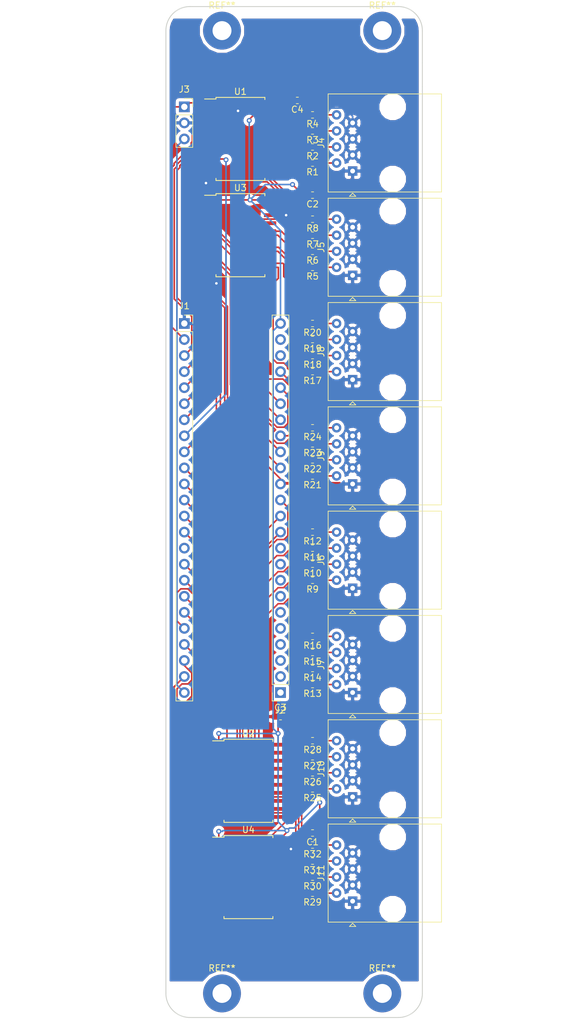
<source format=kicad_pcb>
(kicad_pcb (version 20171130) (host pcbnew 5.0.2-bee76a0~70~ubuntu18.04.1)

  (general
    (thickness 1.6)
    (drawings 16)
    (tracks 716)
    (zones 0)
    (modules 55)
    (nets 113)
  )

  (page A4)
  (layers
    (0 F.Cu signal)
    (31 B.Cu signal)
    (32 B.Adhes user)
    (33 F.Adhes user)
    (34 B.Paste user)
    (35 F.Paste user)
    (36 B.SilkS user)
    (37 F.SilkS user)
    (38 B.Mask user)
    (39 F.Mask user)
    (40 Dwgs.User user)
    (41 Cmts.User user)
    (42 Eco1.User user)
    (43 Eco2.User user)
    (44 Edge.Cuts user)
    (45 Margin user)
    (46 B.CrtYd user)
    (47 F.CrtYd user)
    (48 B.Fab user)
    (49 F.Fab user)
  )

  (setup
    (last_trace_width 0.25)
    (trace_clearance 0.2)
    (zone_clearance 0.508)
    (zone_45_only no)
    (trace_min 0.2)
    (segment_width 0.2)
    (edge_width 0.15)
    (via_size 0.8)
    (via_drill 0.4)
    (via_min_size 0.4)
    (via_min_drill 0.3)
    (uvia_size 0.3)
    (uvia_drill 0.1)
    (uvias_allowed no)
    (uvia_min_size 0.2)
    (uvia_min_drill 0.1)
    (pcb_text_width 0.3)
    (pcb_text_size 1.5 1.5)
    (mod_edge_width 0.15)
    (mod_text_size 1 1)
    (mod_text_width 0.15)
    (pad_size 1.524 1.524)
    (pad_drill 0.762)
    (pad_to_mask_clearance 0.051)
    (solder_mask_min_width 0.25)
    (aux_axis_origin 0 0)
    (grid_origin 157.1 42.545)
    (visible_elements FFFFFF7F)
    (pcbplotparams
      (layerselection 0x010fc_ffffffff)
      (usegerberextensions false)
      (usegerberattributes false)
      (usegerberadvancedattributes false)
      (creategerberjobfile false)
      (excludeedgelayer true)
      (linewidth 0.100000)
      (plotframeref false)
      (viasonmask false)
      (mode 1)
      (useauxorigin false)
      (hpglpennumber 1)
      (hpglpenspeed 20)
      (hpglpendiameter 15.000000)
      (psnegative false)
      (psa4output false)
      (plotreference true)
      (plotvalue true)
      (plotinvisibletext false)
      (padsonsilk false)
      (subtractmaskfromsilk false)
      (outputformat 1)
      (mirror false)
      (drillshape 1)
      (scaleselection 1)
      (outputdirectory ""))
  )

  (net 0 "")
  (net 1 GND)
  (net 2 VIN)
  (net 3 D00)
  (net 4 "Net-(J2-Pad1)")
  (net 5 "Net-(J2-Pad2)")
  (net 6 "Net-(J2-Pad3)")
  (net 7 "Net-(J2-Pad4)")
  (net 8 "Net-(J2-Pad5)")
  (net 9 "Net-(J2-Pad6)")
  (net 10 "Net-(J2-Pad7)")
  (net 11 "Net-(J2-Pad8)")
  (net 12 "Net-(J2-Pad9)")
  (net 13 "Net-(J2-Pad10)")
  (net 14 D13)
  (net 15 D14)
  (net 16 D15)
  (net 17 D16)
  (net 18 D17)
  (net 19 D18)
  (net 20 D19)
  (net 21 D20)
  (net 22 D21)
  (net 23 D22)
  (net 24 D23)
  (net 25 "Net-(J2-Pad22)")
  (net 26 "Net-(J2-Pad23)")
  (net 27 SYNC)
  (net 28 "Net-(J4-Pad8)")
  (net 29 "Net-(J4-Pad6)")
  (net 30 "Net-(J4-Pad4)")
  (net 31 "Net-(J4-Pad2)")
  (net 32 "Net-(J5-Pad2)")
  (net 33 "Net-(J5-Pad4)")
  (net 34 "Net-(J5-Pad6)")
  (net 35 "Net-(J5-Pad8)")
  (net 36 "Net-(J6-Pad8)")
  (net 37 "Net-(J6-Pad6)")
  (net 38 "Net-(J6-Pad4)")
  (net 39 "Net-(J6-Pad2)")
  (net 40 "Net-(J7-Pad8)")
  (net 41 "Net-(J7-Pad6)")
  (net 42 "Net-(J7-Pad4)")
  (net 43 "Net-(J7-Pad2)")
  (net 44 "Net-(J8-Pad8)")
  (net 45 "Net-(J8-Pad6)")
  (net 46 "Net-(J8-Pad4)")
  (net 47 "Net-(J8-Pad2)")
  (net 48 "Net-(J9-Pad2)")
  (net 49 "Net-(J9-Pad4)")
  (net 50 "Net-(J9-Pad6)")
  (net 51 "Net-(J9-Pad8)")
  (net 52 "Net-(J10-Pad2)")
  (net 53 "Net-(J10-Pad4)")
  (net 54 "Net-(J10-Pad6)")
  (net 55 "Net-(J10-Pad8)")
  (net 56 "Net-(J11-Pad2)")
  (net 57 "Net-(J11-Pad4)")
  (net 58 "Net-(J11-Pad6)")
  (net 59 "Net-(J11-Pad8)")
  (net 60 "Net-(R1-Pad2)")
  (net 61 "Net-(R2-Pad2)")
  (net 62 "Net-(R3-Pad2)")
  (net 63 "Net-(R4-Pad2)")
  (net 64 "Net-(R5-Pad2)")
  (net 65 "Net-(R6-Pad2)")
  (net 66 "Net-(R7-Pad2)")
  (net 67 "Net-(R8-Pad2)")
  (net 68 "Net-(R9-Pad2)")
  (net 69 "Net-(R10-Pad2)")
  (net 70 "Net-(R11-Pad2)")
  (net 71 "Net-(R12-Pad2)")
  (net 72 "Net-(R13-Pad2)")
  (net 73 "Net-(R14-Pad2)")
  (net 74 "Net-(R15-Pad2)")
  (net 75 "Net-(R16-Pad2)")
  (net 76 "Net-(R17-Pad2)")
  (net 77 "Net-(R18-Pad2)")
  (net 78 "Net-(R19-Pad2)")
  (net 79 "Net-(R20-Pad2)")
  (net 80 "Net-(R21-Pad2)")
  (net 81 "Net-(R22-Pad2)")
  (net 82 "Net-(R23-Pad2)")
  (net 83 "Net-(R24-Pad2)")
  (net 84 "Net-(R25-Pad2)")
  (net 85 "Net-(R26-Pad2)")
  (net 86 "Net-(R27-Pad2)")
  (net 87 "Net-(R28-Pad2)")
  (net 88 "Net-(R29-Pad2)")
  (net 89 "Net-(R30-Pad2)")
  (net 90 "Net-(R31-Pad2)")
  (net 91 "Net-(R32-Pad2)")
  (net 92 D01)
  (net 93 D02)
  (net 94 D03)
  (net 95 D04)
  (net 96 D05)
  (net 97 D06)
  (net 98 D07)
  (net 99 D12)
  (net 100 D11)
  (net 101 D10)
  (net 102 D09)
  (net 103 D08)
  (net 104 D31)
  (net 105 D30)
  (net 106 D29)
  (net 107 D28)
  (net 108 D27)
  (net 109 D26)
  (net 110 D25)
  (net 111 D24)
  (net 112 "Net-(J1-Pad15)")

  (net_class Default "This is the default net class."
    (clearance 0.2)
    (trace_width 0.25)
    (via_dia 0.8)
    (via_drill 0.4)
    (uvia_dia 0.3)
    (uvia_drill 0.1)
    (add_net D00)
    (add_net D01)
    (add_net D02)
    (add_net D03)
    (add_net D04)
    (add_net D05)
    (add_net D06)
    (add_net D07)
    (add_net D08)
    (add_net D09)
    (add_net D10)
    (add_net D11)
    (add_net D12)
    (add_net D13)
    (add_net D14)
    (add_net D15)
    (add_net D16)
    (add_net D17)
    (add_net D18)
    (add_net D19)
    (add_net D20)
    (add_net D21)
    (add_net D22)
    (add_net D23)
    (add_net D24)
    (add_net D25)
    (add_net D26)
    (add_net D27)
    (add_net D28)
    (add_net D29)
    (add_net D30)
    (add_net D31)
    (add_net GND)
    (add_net "Net-(J1-Pad15)")
    (add_net "Net-(J10-Pad2)")
    (add_net "Net-(J10-Pad4)")
    (add_net "Net-(J10-Pad6)")
    (add_net "Net-(J10-Pad8)")
    (add_net "Net-(J11-Pad2)")
    (add_net "Net-(J11-Pad4)")
    (add_net "Net-(J11-Pad6)")
    (add_net "Net-(J11-Pad8)")
    (add_net "Net-(J2-Pad1)")
    (add_net "Net-(J2-Pad10)")
    (add_net "Net-(J2-Pad2)")
    (add_net "Net-(J2-Pad22)")
    (add_net "Net-(J2-Pad23)")
    (add_net "Net-(J2-Pad3)")
    (add_net "Net-(J2-Pad4)")
    (add_net "Net-(J2-Pad5)")
    (add_net "Net-(J2-Pad6)")
    (add_net "Net-(J2-Pad7)")
    (add_net "Net-(J2-Pad8)")
    (add_net "Net-(J2-Pad9)")
    (add_net "Net-(J4-Pad2)")
    (add_net "Net-(J4-Pad4)")
    (add_net "Net-(J4-Pad6)")
    (add_net "Net-(J4-Pad8)")
    (add_net "Net-(J5-Pad2)")
    (add_net "Net-(J5-Pad4)")
    (add_net "Net-(J5-Pad6)")
    (add_net "Net-(J5-Pad8)")
    (add_net "Net-(J6-Pad2)")
    (add_net "Net-(J6-Pad4)")
    (add_net "Net-(J6-Pad6)")
    (add_net "Net-(J6-Pad8)")
    (add_net "Net-(J7-Pad2)")
    (add_net "Net-(J7-Pad4)")
    (add_net "Net-(J7-Pad6)")
    (add_net "Net-(J7-Pad8)")
    (add_net "Net-(J8-Pad2)")
    (add_net "Net-(J8-Pad4)")
    (add_net "Net-(J8-Pad6)")
    (add_net "Net-(J8-Pad8)")
    (add_net "Net-(J9-Pad2)")
    (add_net "Net-(J9-Pad4)")
    (add_net "Net-(J9-Pad6)")
    (add_net "Net-(J9-Pad8)")
    (add_net "Net-(R1-Pad2)")
    (add_net "Net-(R10-Pad2)")
    (add_net "Net-(R11-Pad2)")
    (add_net "Net-(R12-Pad2)")
    (add_net "Net-(R13-Pad2)")
    (add_net "Net-(R14-Pad2)")
    (add_net "Net-(R15-Pad2)")
    (add_net "Net-(R16-Pad2)")
    (add_net "Net-(R17-Pad2)")
    (add_net "Net-(R18-Pad2)")
    (add_net "Net-(R19-Pad2)")
    (add_net "Net-(R2-Pad2)")
    (add_net "Net-(R20-Pad2)")
    (add_net "Net-(R21-Pad2)")
    (add_net "Net-(R22-Pad2)")
    (add_net "Net-(R23-Pad2)")
    (add_net "Net-(R24-Pad2)")
    (add_net "Net-(R25-Pad2)")
    (add_net "Net-(R26-Pad2)")
    (add_net "Net-(R27-Pad2)")
    (add_net "Net-(R28-Pad2)")
    (add_net "Net-(R29-Pad2)")
    (add_net "Net-(R3-Pad2)")
    (add_net "Net-(R30-Pad2)")
    (add_net "Net-(R31-Pad2)")
    (add_net "Net-(R32-Pad2)")
    (add_net "Net-(R4-Pad2)")
    (add_net "Net-(R5-Pad2)")
    (add_net "Net-(R6-Pad2)")
    (add_net "Net-(R7-Pad2)")
    (add_net "Net-(R8-Pad2)")
    (add_net "Net-(R9-Pad2)")
    (add_net SYNC)
    (add_net VIN)
  )

  (module MountingHole:MountingHole_3mm_Pad (layer F.Cu) (tedit 56D1B4CB) (tstamp 5F7D90E5)
    (at 106.3 169.545)
    (descr "Mounting Hole 3mm")
    (tags "mounting hole 3mm")
    (attr virtual)
    (fp_text reference REF** (at 0 -4) (layer F.SilkS)
      (effects (font (size 1 1) (thickness 0.15)))
    )
    (fp_text value MountingHole_3mm_Pad (at 0 4) (layer F.Fab)
      (effects (font (size 1 1) (thickness 0.15)))
    )
    (fp_circle (center 0 0) (end 3.25 0) (layer F.CrtYd) (width 0.05))
    (fp_circle (center 0 0) (end 3 0) (layer Cmts.User) (width 0.15))
    (fp_text user %R (at 0.3 0) (layer F.Fab)
      (effects (font (size 1 1) (thickness 0.15)))
    )
    (pad 1 thru_hole circle (at 0 0) (size 6 6) (drill 3) (layers *.Cu *.Mask))
  )

  (module MountingHole:MountingHole_3mm_Pad (layer F.Cu) (tedit 56D1B4CB) (tstamp 5F7D8B57)
    (at 131.7 169.545)
    (descr "Mounting Hole 3mm")
    (tags "mounting hole 3mm")
    (attr virtual)
    (fp_text reference REF** (at 0 -4) (layer F.SilkS)
      (effects (font (size 1 1) (thickness 0.15)))
    )
    (fp_text value MountingHole_3mm_Pad (at 0 4) (layer F.Fab)
      (effects (font (size 1 1) (thickness 0.15)))
    )
    (fp_text user %R (at 0.3 0) (layer F.Fab)
      (effects (font (size 1 1) (thickness 0.15)))
    )
    (fp_circle (center 0 0) (end 3 0) (layer Cmts.User) (width 0.15))
    (fp_circle (center 0 0) (end 3.25 0) (layer F.CrtYd) (width 0.05))
    (pad 1 thru_hole circle (at 0 0) (size 6 6) (drill 3) (layers *.Cu *.Mask))
  )

  (module MountingHole:MountingHole_3mm_Pad (layer F.Cu) (tedit 56D1B4CB) (tstamp 5F7D8B6C)
    (at 106.3 17.145)
    (descr "Mounting Hole 3mm")
    (tags "mounting hole 3mm")
    (attr virtual)
    (fp_text reference REF** (at 0 -4) (layer F.SilkS)
      (effects (font (size 1 1) (thickness 0.15)))
    )
    (fp_text value MountingHole_3mm_Pad (at 0 4) (layer F.Fab)
      (effects (font (size 1 1) (thickness 0.15)))
    )
    (fp_text user %R (at 0.3 0) (layer F.Fab)
      (effects (font (size 1 1) (thickness 0.15)))
    )
    (fp_circle (center 0 0) (end 3 0) (layer Cmts.User) (width 0.15))
    (fp_circle (center 0 0) (end 3.25 0) (layer F.CrtYd) (width 0.05))
    (pad 1 thru_hole circle (at 0 0) (size 6 6) (drill 3) (layers *.Cu *.Mask))
  )

  (module Connector_RJ:RJ45_Amphenol_54602-x08_Horizontal (layer F.Cu) (tedit 5B103613) (tstamp 5F7D9741)
    (at 127 154.94 90)
    (descr "8 Pol Shallow Latch Connector, Modjack, RJ45 (https://cdn.amphenol-icc.com/media/wysiwyg/files/drawing/c-bmj-0102.pdf)")
    (tags RJ45)
    (path /5FC4C82C)
    (fp_text reference J11 (at 4.445 -5 90) (layer F.SilkS)
      (effects (font (size 1 1) (thickness 0.15)))
    )
    (fp_text value RJ45 (at 4.445 4 90) (layer F.Fab)
      (effects (font (size 1 1) (thickness 0.15)))
    )
    (fp_text user %R (at 4.445 2 90) (layer F.Fab)
      (effects (font (size 1 1) (thickness 0.15)))
    )
    (fp_line (start -4 0.5) (end -3.5 0) (layer F.SilkS) (width 0.12))
    (fp_line (start -4 -0.5) (end -4 0.5) (layer F.SilkS) (width 0.12))
    (fp_line (start -3.5 0) (end -4 -0.5) (layer F.SilkS) (width 0.12))
    (fp_line (start -3.205 13.97) (end -3.205 -2.77) (layer F.Fab) (width 0.12))
    (fp_line (start 12.095 13.97) (end -3.205 13.97) (layer F.Fab) (width 0.12))
    (fp_line (start 12.095 -3.77) (end 12.095 13.97) (layer F.Fab) (width 0.12))
    (fp_line (start -2.205 -3.77) (end 12.095 -3.77) (layer F.Fab) (width 0.12))
    (fp_line (start -3.205 -2.77) (end -2.205 -3.77) (layer F.Fab) (width 0.12))
    (fp_line (start -3.315 14.08) (end 12.205 14.08) (layer F.SilkS) (width 0.12))
    (fp_line (start 12.205 -3.88) (end 12.205 14.08) (layer F.SilkS) (width 0.12))
    (fp_line (start 12.205 -3.88) (end -3.315 -3.88) (layer F.SilkS) (width 0.12))
    (fp_line (start -3.315 -3.88) (end -3.315 14.08) (layer F.SilkS) (width 0.12))
    (fp_line (start -3.71 -4.27) (end 12.6 -4.27) (layer F.CrtYd) (width 0.05))
    (fp_line (start -3.71 -4.27) (end -3.71 14.47) (layer F.CrtYd) (width 0.05))
    (fp_line (start 12.6 14.47) (end 12.6 -4.27) (layer F.CrtYd) (width 0.05))
    (fp_line (start 12.6 14.47) (end -3.71 14.47) (layer F.CrtYd) (width 0.05))
    (pad "" np_thru_hole circle (at 10.16 6.35 90) (size 3.2 3.2) (drill 3.2) (layers *.Cu *.Mask))
    (pad "" np_thru_hole circle (at -1.27 6.35 90) (size 3.2 3.2) (drill 3.2) (layers *.Cu *.Mask))
    (pad 1 thru_hole rect (at 0 0 90) (size 1.5 1.5) (drill 0.76) (layers *.Cu *.Mask)
      (net 1 GND))
    (pad 2 thru_hole circle (at 1.27 -2.54 90) (size 1.5 1.5) (drill 0.76) (layers *.Cu *.Mask)
      (net 56 "Net-(J11-Pad2)"))
    (pad 3 thru_hole circle (at 2.54 0 90) (size 1.5 1.5) (drill 0.76) (layers *.Cu *.Mask)
      (net 1 GND))
    (pad 4 thru_hole circle (at 3.81 -2.54 90) (size 1.5 1.5) (drill 0.76) (layers *.Cu *.Mask)
      (net 57 "Net-(J11-Pad4)"))
    (pad 5 thru_hole circle (at 5.08 0 90) (size 1.5 1.5) (drill 0.76) (layers *.Cu *.Mask)
      (net 1 GND))
    (pad 6 thru_hole circle (at 6.35 -2.54 90) (size 1.5 1.5) (drill 0.76) (layers *.Cu *.Mask)
      (net 58 "Net-(J11-Pad6)"))
    (pad 7 thru_hole circle (at 7.62 0 90) (size 1.5 1.5) (drill 0.76) (layers *.Cu *.Mask)
      (net 1 GND))
    (pad 8 thru_hole circle (at 8.89 -2.54 90) (size 1.5 1.5) (drill 0.76) (layers *.Cu *.Mask)
      (net 59 "Net-(J11-Pad8)"))
    (model ${KISYS3DMOD}/Connector_RJ.3dshapes/RJ45_Amphenol_54602-x08_Horizontal.wrl
      (at (xyz 0 0 0))
      (scale (xyz 1 1 1))
      (rotate (xyz 0 0 0))
    )
  )

  (module Capacitor_SMD:C_0603_1608Metric_Pad1.05x0.95mm_HandSolder (layer F.Cu) (tedit 5B301BBE) (tstamp 5F7D96C4)
    (at 120.65 144.145 180)
    (descr "Capacitor SMD 0603 (1608 Metric), square (rectangular) end terminal, IPC_7351 nominal with elongated pad for handsoldering. (Body size source: http://www.tortai-tech.com/upload/download/2011102023233369053.pdf), generated with kicad-footprint-generator")
    (tags "capacitor handsolder")
    (path /5F727111)
    (attr smd)
    (fp_text reference C1 (at 0 -1.43 180) (layer F.SilkS)
      (effects (font (size 1 1) (thickness 0.15)))
    )
    (fp_text value C (at 0 1.43 180) (layer F.Fab)
      (effects (font (size 1 1) (thickness 0.15)))
    )
    (fp_line (start -0.8 0.4) (end -0.8 -0.4) (layer F.Fab) (width 0.1))
    (fp_line (start -0.8 -0.4) (end 0.8 -0.4) (layer F.Fab) (width 0.1))
    (fp_line (start 0.8 -0.4) (end 0.8 0.4) (layer F.Fab) (width 0.1))
    (fp_line (start 0.8 0.4) (end -0.8 0.4) (layer F.Fab) (width 0.1))
    (fp_line (start -0.171267 -0.51) (end 0.171267 -0.51) (layer F.SilkS) (width 0.12))
    (fp_line (start -0.171267 0.51) (end 0.171267 0.51) (layer F.SilkS) (width 0.12))
    (fp_line (start -1.65 0.73) (end -1.65 -0.73) (layer F.CrtYd) (width 0.05))
    (fp_line (start -1.65 -0.73) (end 1.65 -0.73) (layer F.CrtYd) (width 0.05))
    (fp_line (start 1.65 -0.73) (end 1.65 0.73) (layer F.CrtYd) (width 0.05))
    (fp_line (start 1.65 0.73) (end -1.65 0.73) (layer F.CrtYd) (width 0.05))
    (fp_text user %R (at 0 0 180) (layer F.Fab)
      (effects (font (size 0.4 0.4) (thickness 0.06)))
    )
    (pad 1 smd roundrect (at -0.875 0 180) (size 1.05 0.95) (layers F.Cu F.Paste F.Mask) (roundrect_rratio 0.25)
      (net 1 GND))
    (pad 2 smd roundrect (at 0.875 0 180) (size 1.05 0.95) (layers F.Cu F.Paste F.Mask) (roundrect_rratio 0.25)
      (net 2 VIN))
    (model ${KISYS3DMOD}/Capacitor_SMD.3dshapes/C_0603_1608Metric.wrl
      (at (xyz 0 0 0))
      (scale (xyz 1 1 1))
      (rotate (xyz 0 0 0))
    )
  )

  (module Capacitor_SMD:C_0603_1608Metric_Pad1.05x0.95mm_HandSolder (layer F.Cu) (tedit 5B301BBE) (tstamp 5F7D9694)
    (at 120.65 43.18 180)
    (descr "Capacitor SMD 0603 (1608 Metric), square (rectangular) end terminal, IPC_7351 nominal with elongated pad for handsoldering. (Body size source: http://www.tortai-tech.com/upload/download/2011102023233369053.pdf), generated with kicad-footprint-generator")
    (tags "capacitor handsolder")
    (path /5F72706C)
    (attr smd)
    (fp_text reference C2 (at 0 -1.43 180) (layer F.SilkS)
      (effects (font (size 1 1) (thickness 0.15)))
    )
    (fp_text value C (at 0 1.43 180) (layer F.Fab)
      (effects (font (size 1 1) (thickness 0.15)))
    )
    (fp_text user %R (at 0 0 180) (layer F.Fab)
      (effects (font (size 0.4 0.4) (thickness 0.06)))
    )
    (fp_line (start 1.65 0.73) (end -1.65 0.73) (layer F.CrtYd) (width 0.05))
    (fp_line (start 1.65 -0.73) (end 1.65 0.73) (layer F.CrtYd) (width 0.05))
    (fp_line (start -1.65 -0.73) (end 1.65 -0.73) (layer F.CrtYd) (width 0.05))
    (fp_line (start -1.65 0.73) (end -1.65 -0.73) (layer F.CrtYd) (width 0.05))
    (fp_line (start -0.171267 0.51) (end 0.171267 0.51) (layer F.SilkS) (width 0.12))
    (fp_line (start -0.171267 -0.51) (end 0.171267 -0.51) (layer F.SilkS) (width 0.12))
    (fp_line (start 0.8 0.4) (end -0.8 0.4) (layer F.Fab) (width 0.1))
    (fp_line (start 0.8 -0.4) (end 0.8 0.4) (layer F.Fab) (width 0.1))
    (fp_line (start -0.8 -0.4) (end 0.8 -0.4) (layer F.Fab) (width 0.1))
    (fp_line (start -0.8 0.4) (end -0.8 -0.4) (layer F.Fab) (width 0.1))
    (pad 2 smd roundrect (at 0.875 0 180) (size 1.05 0.95) (layers F.Cu F.Paste F.Mask) (roundrect_rratio 0.25)
      (net 2 VIN))
    (pad 1 smd roundrect (at -0.875 0 180) (size 1.05 0.95) (layers F.Cu F.Paste F.Mask) (roundrect_rratio 0.25)
      (net 1 GND))
    (model ${KISYS3DMOD}/Capacitor_SMD.3dshapes/C_0603_1608Metric.wrl
      (at (xyz 0 0 0))
      (scale (xyz 1 1 1))
      (rotate (xyz 0 0 0))
    )
  )

  (module Capacitor_SMD:C_0603_1608Metric_Pad1.05x0.95mm_HandSolder (layer F.Cu) (tedit 5B301BBE) (tstamp 5F7D94F3)
    (at 115.57 125.73)
    (descr "Capacitor SMD 0603 (1608 Metric), square (rectangular) end terminal, IPC_7351 nominal with elongated pad for handsoldering. (Body size source: http://www.tortai-tech.com/upload/download/2011102023233369053.pdf), generated with kicad-footprint-generator")
    (tags "capacitor handsolder")
    (path /5F720CF2)
    (attr smd)
    (fp_text reference C3 (at 0 -1.43) (layer F.SilkS)
      (effects (font (size 1 1) (thickness 0.15)))
    )
    (fp_text value C (at 0 1.43) (layer F.Fab)
      (effects (font (size 1 1) (thickness 0.15)))
    )
    (fp_text user %R (at 0 0 90) (layer F.Fab)
      (effects (font (size 0.4 0.4) (thickness 0.06)))
    )
    (fp_line (start 1.65 0.73) (end -1.65 0.73) (layer F.CrtYd) (width 0.05))
    (fp_line (start 1.65 -0.73) (end 1.65 0.73) (layer F.CrtYd) (width 0.05))
    (fp_line (start -1.65 -0.73) (end 1.65 -0.73) (layer F.CrtYd) (width 0.05))
    (fp_line (start -1.65 0.73) (end -1.65 -0.73) (layer F.CrtYd) (width 0.05))
    (fp_line (start -0.171267 0.51) (end 0.171267 0.51) (layer F.SilkS) (width 0.12))
    (fp_line (start -0.171267 -0.51) (end 0.171267 -0.51) (layer F.SilkS) (width 0.12))
    (fp_line (start 0.8 0.4) (end -0.8 0.4) (layer F.Fab) (width 0.1))
    (fp_line (start 0.8 -0.4) (end 0.8 0.4) (layer F.Fab) (width 0.1))
    (fp_line (start -0.8 -0.4) (end 0.8 -0.4) (layer F.Fab) (width 0.1))
    (fp_line (start -0.8 0.4) (end -0.8 -0.4) (layer F.Fab) (width 0.1))
    (pad 2 smd roundrect (at 0.875 0) (size 1.05 0.95) (layers F.Cu F.Paste F.Mask) (roundrect_rratio 0.25)
      (net 2 VIN))
    (pad 1 smd roundrect (at -0.875 0) (size 1.05 0.95) (layers F.Cu F.Paste F.Mask) (roundrect_rratio 0.25)
      (net 1 GND))
    (model ${KISYS3DMOD}/Capacitor_SMD.3dshapes/C_0603_1608Metric.wrl
      (at (xyz 0 0 0))
      (scale (xyz 1 1 1))
      (rotate (xyz 0 0 0))
    )
  )

  (module Capacitor_SMD:C_0603_1608Metric_Pad1.05x0.95mm_HandSolder (layer F.Cu) (tedit 5B301BBE) (tstamp 5F7D94C3)
    (at 118.237 28.194 180)
    (descr "Capacitor SMD 0603 (1608 Metric), square (rectangular) end terminal, IPC_7351 nominal with elongated pad for handsoldering. (Body size source: http://www.tortai-tech.com/upload/download/2011102023233369053.pdf), generated with kicad-footprint-generator")
    (tags "capacitor handsolder")
    (path /5F6EBE62)
    (attr smd)
    (fp_text reference C4 (at 0 -1.43 180) (layer F.SilkS)
      (effects (font (size 1 1) (thickness 0.15)))
    )
    (fp_text value C (at 0 1.43 180) (layer F.Fab)
      (effects (font (size 1 1) (thickness 0.15)))
    )
    (fp_line (start -0.8 0.4) (end -0.8 -0.4) (layer F.Fab) (width 0.1))
    (fp_line (start -0.8 -0.4) (end 0.8 -0.4) (layer F.Fab) (width 0.1))
    (fp_line (start 0.8 -0.4) (end 0.8 0.4) (layer F.Fab) (width 0.1))
    (fp_line (start 0.8 0.4) (end -0.8 0.4) (layer F.Fab) (width 0.1))
    (fp_line (start -0.171267 -0.51) (end 0.171267 -0.51) (layer F.SilkS) (width 0.12))
    (fp_line (start -0.171267 0.51) (end 0.171267 0.51) (layer F.SilkS) (width 0.12))
    (fp_line (start -1.65 0.73) (end -1.65 -0.73) (layer F.CrtYd) (width 0.05))
    (fp_line (start -1.65 -0.73) (end 1.65 -0.73) (layer F.CrtYd) (width 0.05))
    (fp_line (start 1.65 -0.73) (end 1.65 0.73) (layer F.CrtYd) (width 0.05))
    (fp_line (start 1.65 0.73) (end -1.65 0.73) (layer F.CrtYd) (width 0.05))
    (fp_text user %R (at 0 0 180) (layer F.Fab)
      (effects (font (size 0.4 0.4) (thickness 0.06)))
    )
    (pad 1 smd roundrect (at -0.875 0 180) (size 1.05 0.95) (layers F.Cu F.Paste F.Mask) (roundrect_rratio 0.25)
      (net 1 GND))
    (pad 2 smd roundrect (at 0.875 0 180) (size 1.05 0.95) (layers F.Cu F.Paste F.Mask) (roundrect_rratio 0.25)
      (net 2 VIN))
    (model ${KISYS3DMOD}/Capacitor_SMD.3dshapes/C_0603_1608Metric.wrl
      (at (xyz 0 0 0))
      (scale (xyz 1 1 1))
      (rotate (xyz 0 0 0))
    )
  )

  (module Connector_PinSocket_2.54mm:PinSocket_1x24_P2.54mm_Vertical (layer F.Cu) (tedit 5A19A427) (tstamp 5F7D9C55)
    (at 115.57 121.92 180)
    (descr "Through hole straight socket strip, 1x24, 2.54mm pitch, single row (from Kicad 4.0.7), script generated")
    (tags "Through hole socket strip THT 1x24 2.54mm single row")
    (path /5F742B2B)
    (fp_text reference J2 (at 0 -2.77 180) (layer F.SilkS)
      (effects (font (size 1 1) (thickness 0.15)))
    )
    (fp_text value Conn_01x24 (at 0 61.19 180) (layer F.Fab)
      (effects (font (size 1 1) (thickness 0.15)))
    )
    (fp_line (start -1.27 -1.27) (end 0.635 -1.27) (layer F.Fab) (width 0.1))
    (fp_line (start 0.635 -1.27) (end 1.27 -0.635) (layer F.Fab) (width 0.1))
    (fp_line (start 1.27 -0.635) (end 1.27 59.69) (layer F.Fab) (width 0.1))
    (fp_line (start 1.27 59.69) (end -1.27 59.69) (layer F.Fab) (width 0.1))
    (fp_line (start -1.27 59.69) (end -1.27 -1.27) (layer F.Fab) (width 0.1))
    (fp_line (start -1.33 1.27) (end 1.33 1.27) (layer F.SilkS) (width 0.12))
    (fp_line (start -1.33 1.27) (end -1.33 59.75) (layer F.SilkS) (width 0.12))
    (fp_line (start -1.33 59.75) (end 1.33 59.75) (layer F.SilkS) (width 0.12))
    (fp_line (start 1.33 1.27) (end 1.33 59.75) (layer F.SilkS) (width 0.12))
    (fp_line (start 1.33 -1.33) (end 1.33 0) (layer F.SilkS) (width 0.12))
    (fp_line (start 0 -1.33) (end 1.33 -1.33) (layer F.SilkS) (width 0.12))
    (fp_line (start -1.8 -1.8) (end 1.75 -1.8) (layer F.CrtYd) (width 0.05))
    (fp_line (start 1.75 -1.8) (end 1.75 60.2) (layer F.CrtYd) (width 0.05))
    (fp_line (start 1.75 60.2) (end -1.8 60.2) (layer F.CrtYd) (width 0.05))
    (fp_line (start -1.8 60.2) (end -1.8 -1.8) (layer F.CrtYd) (width 0.05))
    (fp_text user %R (at 0 29.21 270) (layer F.Fab)
      (effects (font (size 1 1) (thickness 0.15)))
    )
    (pad 1 thru_hole rect (at 0 0 180) (size 1.7 1.7) (drill 1) (layers *.Cu *.Mask)
      (net 4 "Net-(J2-Pad1)"))
    (pad 2 thru_hole oval (at 0 2.54 180) (size 1.7 1.7) (drill 1) (layers *.Cu *.Mask)
      (net 5 "Net-(J2-Pad2)"))
    (pad 3 thru_hole oval (at 0 5.08 180) (size 1.7 1.7) (drill 1) (layers *.Cu *.Mask)
      (net 6 "Net-(J2-Pad3)"))
    (pad 4 thru_hole oval (at 0 7.62 180) (size 1.7 1.7) (drill 1) (layers *.Cu *.Mask)
      (net 7 "Net-(J2-Pad4)"))
    (pad 5 thru_hole oval (at 0 10.16 180) (size 1.7 1.7) (drill 1) (layers *.Cu *.Mask)
      (net 8 "Net-(J2-Pad5)"))
    (pad 6 thru_hole oval (at 0 12.7 180) (size 1.7 1.7) (drill 1) (layers *.Cu *.Mask)
      (net 9 "Net-(J2-Pad6)"))
    (pad 7 thru_hole oval (at 0 15.24 180) (size 1.7 1.7) (drill 1) (layers *.Cu *.Mask)
      (net 10 "Net-(J2-Pad7)"))
    (pad 8 thru_hole oval (at 0 17.78 180) (size 1.7 1.7) (drill 1) (layers *.Cu *.Mask)
      (net 11 "Net-(J2-Pad8)"))
    (pad 9 thru_hole oval (at 0 20.32 180) (size 1.7 1.7) (drill 1) (layers *.Cu *.Mask)
      (net 12 "Net-(J2-Pad9)"))
    (pad 10 thru_hole oval (at 0 22.86 180) (size 1.7 1.7) (drill 1) (layers *.Cu *.Mask)
      (net 13 "Net-(J2-Pad10)"))
    (pad 11 thru_hole oval (at 0 25.4 180) (size 1.7 1.7) (drill 1) (layers *.Cu *.Mask)
      (net 14 D13))
    (pad 12 thru_hole oval (at 0 27.94 180) (size 1.7 1.7) (drill 1) (layers *.Cu *.Mask)
      (net 15 D14))
    (pad 13 thru_hole oval (at 0 30.48 180) (size 1.7 1.7) (drill 1) (layers *.Cu *.Mask)
      (net 16 D15))
    (pad 14 thru_hole oval (at 0 33.02 180) (size 1.7 1.7) (drill 1) (layers *.Cu *.Mask)
      (net 17 D16))
    (pad 15 thru_hole oval (at 0 35.56 180) (size 1.7 1.7) (drill 1) (layers *.Cu *.Mask)
      (net 18 D17))
    (pad 16 thru_hole oval (at 0 38.1 180) (size 1.7 1.7) (drill 1) (layers *.Cu *.Mask)
      (net 19 D18))
    (pad 17 thru_hole oval (at 0 40.64 180) (size 1.7 1.7) (drill 1) (layers *.Cu *.Mask)
      (net 20 D19))
    (pad 18 thru_hole oval (at 0 43.18 180) (size 1.7 1.7) (drill 1) (layers *.Cu *.Mask)
      (net 21 D20))
    (pad 19 thru_hole oval (at 0 45.72 180) (size 1.7 1.7) (drill 1) (layers *.Cu *.Mask)
      (net 22 D21))
    (pad 20 thru_hole oval (at 0 48.26 180) (size 1.7 1.7) (drill 1) (layers *.Cu *.Mask)
      (net 23 D22))
    (pad 21 thru_hole oval (at 0 50.8 180) (size 1.7 1.7) (drill 1) (layers *.Cu *.Mask)
      (net 24 D23))
    (pad 22 thru_hole oval (at 0 53.34 180) (size 1.7 1.7) (drill 1) (layers *.Cu *.Mask)
      (net 25 "Net-(J2-Pad22)"))
    (pad 23 thru_hole oval (at 0 55.88 180) (size 1.7 1.7) (drill 1) (layers *.Cu *.Mask)
      (net 26 "Net-(J2-Pad23)"))
    (pad 24 thru_hole oval (at 0 58.42 180) (size 1.7 1.7) (drill 1) (layers *.Cu *.Mask)
      (net 2 VIN))
    (model ${KISYS3DMOD}/Connector_PinSocket_2.54mm.3dshapes/PinSocket_1x24_P2.54mm_Vertical.wrl
      (at (xyz 0 0 0))
      (scale (xyz 1 1 1))
      (rotate (xyz 0 0 0))
    )
  )

  (module Connector_PinSocket_2.54mm:PinSocket_1x03_P2.54mm_Vertical (layer F.Cu) (tedit 5A19A429) (tstamp 5F7D98BC)
    (at 100.33 29.21)
    (descr "Through hole straight socket strip, 1x03, 2.54mm pitch, single row (from Kicad 4.0.7), script generated")
    (tags "Through hole socket strip THT 1x03 2.54mm single row")
    (path /5FB882B5)
    (fp_text reference J3 (at 0 -2.77) (layer F.SilkS)
      (effects (font (size 1 1) (thickness 0.15)))
    )
    (fp_text value Conn_01x03 (at 0 7.85) (layer F.Fab)
      (effects (font (size 1 1) (thickness 0.15)))
    )
    (fp_line (start -1.27 -1.27) (end 0.635 -1.27) (layer F.Fab) (width 0.1))
    (fp_line (start 0.635 -1.27) (end 1.27 -0.635) (layer F.Fab) (width 0.1))
    (fp_line (start 1.27 -0.635) (end 1.27 6.35) (layer F.Fab) (width 0.1))
    (fp_line (start 1.27 6.35) (end -1.27 6.35) (layer F.Fab) (width 0.1))
    (fp_line (start -1.27 6.35) (end -1.27 -1.27) (layer F.Fab) (width 0.1))
    (fp_line (start -1.33 1.27) (end 1.33 1.27) (layer F.SilkS) (width 0.12))
    (fp_line (start -1.33 1.27) (end -1.33 6.41) (layer F.SilkS) (width 0.12))
    (fp_line (start -1.33 6.41) (end 1.33 6.41) (layer F.SilkS) (width 0.12))
    (fp_line (start 1.33 1.27) (end 1.33 6.41) (layer F.SilkS) (width 0.12))
    (fp_line (start 1.33 -1.33) (end 1.33 0) (layer F.SilkS) (width 0.12))
    (fp_line (start 0 -1.33) (end 1.33 -1.33) (layer F.SilkS) (width 0.12))
    (fp_line (start -1.8 -1.8) (end 1.75 -1.8) (layer F.CrtYd) (width 0.05))
    (fp_line (start 1.75 -1.8) (end 1.75 6.85) (layer F.CrtYd) (width 0.05))
    (fp_line (start 1.75 6.85) (end -1.8 6.85) (layer F.CrtYd) (width 0.05))
    (fp_line (start -1.8 6.85) (end -1.8 -1.8) (layer F.CrtYd) (width 0.05))
    (fp_text user %R (at 0 2.54 90) (layer F.Fab)
      (effects (font (size 1 1) (thickness 0.15)))
    )
    (pad 1 thru_hole rect (at 0 0) (size 1.7 1.7) (drill 1) (layers *.Cu *.Mask)
      (net 2 VIN))
    (pad 2 thru_hole oval (at 0 2.54) (size 1.7 1.7) (drill 1) (layers *.Cu *.Mask)
      (net 1 GND))
    (pad 3 thru_hole oval (at 0 5.08) (size 1.7 1.7) (drill 1) (layers *.Cu *.Mask)
      (net 27 SYNC))
    (model ${KISYS3DMOD}/Connector_PinSocket_2.54mm.3dshapes/PinSocket_1x03_P2.54mm_Vertical.wrl
      (at (xyz 0 0 0))
      (scale (xyz 1 1 1))
      (rotate (xyz 0 0 0))
    )
  )

  (module Connector_RJ:RJ45_Amphenol_54602-x08_Horizontal (layer F.Cu) (tedit 5B103613) (tstamp 5F7D8DF0)
    (at 127 39.37 90)
    (descr "8 Pol Shallow Latch Connector, Modjack, RJ45 (https://cdn.amphenol-icc.com/media/wysiwyg/files/drawing/c-bmj-0102.pdf)")
    (tags RJ45)
    (path /5FC4C1BD)
    (fp_text reference J4 (at 4.445 -5 90) (layer F.SilkS)
      (effects (font (size 1 1) (thickness 0.15)))
    )
    (fp_text value RJ45 (at 4.445 4 90) (layer F.Fab)
      (effects (font (size 1 1) (thickness 0.15)))
    )
    (fp_line (start 12.6 14.47) (end -3.71 14.47) (layer F.CrtYd) (width 0.05))
    (fp_line (start 12.6 14.47) (end 12.6 -4.27) (layer F.CrtYd) (width 0.05))
    (fp_line (start -3.71 -4.27) (end -3.71 14.47) (layer F.CrtYd) (width 0.05))
    (fp_line (start -3.71 -4.27) (end 12.6 -4.27) (layer F.CrtYd) (width 0.05))
    (fp_line (start -3.315 -3.88) (end -3.315 14.08) (layer F.SilkS) (width 0.12))
    (fp_line (start 12.205 -3.88) (end -3.315 -3.88) (layer F.SilkS) (width 0.12))
    (fp_line (start 12.205 -3.88) (end 12.205 14.08) (layer F.SilkS) (width 0.12))
    (fp_line (start -3.315 14.08) (end 12.205 14.08) (layer F.SilkS) (width 0.12))
    (fp_line (start -3.205 -2.77) (end -2.205 -3.77) (layer F.Fab) (width 0.12))
    (fp_line (start -2.205 -3.77) (end 12.095 -3.77) (layer F.Fab) (width 0.12))
    (fp_line (start 12.095 -3.77) (end 12.095 13.97) (layer F.Fab) (width 0.12))
    (fp_line (start 12.095 13.97) (end -3.205 13.97) (layer F.Fab) (width 0.12))
    (fp_line (start -3.205 13.97) (end -3.205 -2.77) (layer F.Fab) (width 0.12))
    (fp_line (start -3.5 0) (end -4 -0.5) (layer F.SilkS) (width 0.12))
    (fp_line (start -4 -0.5) (end -4 0.5) (layer F.SilkS) (width 0.12))
    (fp_line (start -4 0.5) (end -3.5 0) (layer F.SilkS) (width 0.12))
    (fp_text user %R (at 4.445 2 90) (layer F.Fab)
      (effects (font (size 1 1) (thickness 0.15)))
    )
    (pad 8 thru_hole circle (at 8.89 -2.54 90) (size 1.5 1.5) (drill 0.76) (layers *.Cu *.Mask)
      (net 28 "Net-(J4-Pad8)"))
    (pad 7 thru_hole circle (at 7.62 0 90) (size 1.5 1.5) (drill 0.76) (layers *.Cu *.Mask)
      (net 1 GND))
    (pad 6 thru_hole circle (at 6.35 -2.54 90) (size 1.5 1.5) (drill 0.76) (layers *.Cu *.Mask)
      (net 29 "Net-(J4-Pad6)"))
    (pad 5 thru_hole circle (at 5.08 0 90) (size 1.5 1.5) (drill 0.76) (layers *.Cu *.Mask)
      (net 1 GND))
    (pad 4 thru_hole circle (at 3.81 -2.54 90) (size 1.5 1.5) (drill 0.76) (layers *.Cu *.Mask)
      (net 30 "Net-(J4-Pad4)"))
    (pad 3 thru_hole circle (at 2.54 0 90) (size 1.5 1.5) (drill 0.76) (layers *.Cu *.Mask)
      (net 1 GND))
    (pad 2 thru_hole circle (at 1.27 -2.54 90) (size 1.5 1.5) (drill 0.76) (layers *.Cu *.Mask)
      (net 31 "Net-(J4-Pad2)"))
    (pad 1 thru_hole rect (at 0 0 90) (size 1.5 1.5) (drill 0.76) (layers *.Cu *.Mask)
      (net 1 GND))
    (pad "" np_thru_hole circle (at -1.27 6.35 90) (size 3.2 3.2) (drill 3.2) (layers *.Cu *.Mask))
    (pad "" np_thru_hole circle (at 10.16 6.35 90) (size 3.2 3.2) (drill 3.2) (layers *.Cu *.Mask))
    (model ${KISYS3DMOD}/Connector_RJ.3dshapes/RJ45_Amphenol_54602-x08_Horizontal.wrl
      (at (xyz 0 0 0))
      (scale (xyz 1 1 1))
      (rotate (xyz 0 0 0))
    )
  )

  (module Connector_RJ:RJ45_Amphenol_54602-x08_Horizontal (layer F.Cu) (tedit 5B103613) (tstamp 5F7D9DAA)
    (at 127 55.88 90)
    (descr "8 Pol Shallow Latch Connector, Modjack, RJ45 (https://cdn.amphenol-icc.com/media/wysiwyg/files/drawing/c-bmj-0102.pdf)")
    (tags RJ45)
    (path /5FC4C317)
    (fp_text reference J5 (at 4.445 -5 90) (layer F.SilkS)
      (effects (font (size 1 1) (thickness 0.15)))
    )
    (fp_text value RJ45 (at 4.445 4 90) (layer F.Fab)
      (effects (font (size 1 1) (thickness 0.15)))
    )
    (fp_text user %R (at 4.445 2 90) (layer F.Fab)
      (effects (font (size 1 1) (thickness 0.15)))
    )
    (fp_line (start -4 0.5) (end -3.5 0) (layer F.SilkS) (width 0.12))
    (fp_line (start -4 -0.5) (end -4 0.5) (layer F.SilkS) (width 0.12))
    (fp_line (start -3.5 0) (end -4 -0.5) (layer F.SilkS) (width 0.12))
    (fp_line (start -3.205 13.97) (end -3.205 -2.77) (layer F.Fab) (width 0.12))
    (fp_line (start 12.095 13.97) (end -3.205 13.97) (layer F.Fab) (width 0.12))
    (fp_line (start 12.095 -3.77) (end 12.095 13.97) (layer F.Fab) (width 0.12))
    (fp_line (start -2.205 -3.77) (end 12.095 -3.77) (layer F.Fab) (width 0.12))
    (fp_line (start -3.205 -2.77) (end -2.205 -3.77) (layer F.Fab) (width 0.12))
    (fp_line (start -3.315 14.08) (end 12.205 14.08) (layer F.SilkS) (width 0.12))
    (fp_line (start 12.205 -3.88) (end 12.205 14.08) (layer F.SilkS) (width 0.12))
    (fp_line (start 12.205 -3.88) (end -3.315 -3.88) (layer F.SilkS) (width 0.12))
    (fp_line (start -3.315 -3.88) (end -3.315 14.08) (layer F.SilkS) (width 0.12))
    (fp_line (start -3.71 -4.27) (end 12.6 -4.27) (layer F.CrtYd) (width 0.05))
    (fp_line (start -3.71 -4.27) (end -3.71 14.47) (layer F.CrtYd) (width 0.05))
    (fp_line (start 12.6 14.47) (end 12.6 -4.27) (layer F.CrtYd) (width 0.05))
    (fp_line (start 12.6 14.47) (end -3.71 14.47) (layer F.CrtYd) (width 0.05))
    (pad "" np_thru_hole circle (at 10.16 6.35 90) (size 3.2 3.2) (drill 3.2) (layers *.Cu *.Mask))
    (pad "" np_thru_hole circle (at -1.27 6.35 90) (size 3.2 3.2) (drill 3.2) (layers *.Cu *.Mask))
    (pad 1 thru_hole rect (at 0 0 90) (size 1.5 1.5) (drill 0.76) (layers *.Cu *.Mask)
      (net 1 GND))
    (pad 2 thru_hole circle (at 1.27 -2.54 90) (size 1.5 1.5) (drill 0.76) (layers *.Cu *.Mask)
      (net 32 "Net-(J5-Pad2)"))
    (pad 3 thru_hole circle (at 2.54 0 90) (size 1.5 1.5) (drill 0.76) (layers *.Cu *.Mask)
      (net 1 GND))
    (pad 4 thru_hole circle (at 3.81 -2.54 90) (size 1.5 1.5) (drill 0.76) (layers *.Cu *.Mask)
      (net 33 "Net-(J5-Pad4)"))
    (pad 5 thru_hole circle (at 5.08 0 90) (size 1.5 1.5) (drill 0.76) (layers *.Cu *.Mask)
      (net 1 GND))
    (pad 6 thru_hole circle (at 6.35 -2.54 90) (size 1.5 1.5) (drill 0.76) (layers *.Cu *.Mask)
      (net 34 "Net-(J5-Pad6)"))
    (pad 7 thru_hole circle (at 7.62 0 90) (size 1.5 1.5) (drill 0.76) (layers *.Cu *.Mask)
      (net 1 GND))
    (pad 8 thru_hole circle (at 8.89 -2.54 90) (size 1.5 1.5) (drill 0.76) (layers *.Cu *.Mask)
      (net 35 "Net-(J5-Pad8)"))
    (model ${KISYS3DMOD}/Connector_RJ.3dshapes/RJ45_Amphenol_54602-x08_Horizontal.wrl
      (at (xyz 0 0 0))
      (scale (xyz 1 1 1))
      (rotate (xyz 0 0 0))
    )
  )

  (module Connector_RJ:RJ45_Amphenol_54602-x08_Horizontal (layer F.Cu) (tedit 5B103613) (tstamp 5F7D9405)
    (at 127 105.41 90)
    (descr "8 Pol Shallow Latch Connector, Modjack, RJ45 (https://cdn.amphenol-icc.com/media/wysiwyg/files/drawing/c-bmj-0102.pdf)")
    (tags RJ45)
    (path /5FC4C5A6)
    (fp_text reference J6 (at 4.445 -5 90) (layer F.SilkS)
      (effects (font (size 1 1) (thickness 0.15)))
    )
    (fp_text value RJ45 (at 4.445 4 90) (layer F.Fab)
      (effects (font (size 1 1) (thickness 0.15)))
    )
    (fp_line (start 12.6 14.47) (end -3.71 14.47) (layer F.CrtYd) (width 0.05))
    (fp_line (start 12.6 14.47) (end 12.6 -4.27) (layer F.CrtYd) (width 0.05))
    (fp_line (start -3.71 -4.27) (end -3.71 14.47) (layer F.CrtYd) (width 0.05))
    (fp_line (start -3.71 -4.27) (end 12.6 -4.27) (layer F.CrtYd) (width 0.05))
    (fp_line (start -3.315 -3.88) (end -3.315 14.08) (layer F.SilkS) (width 0.12))
    (fp_line (start 12.205 -3.88) (end -3.315 -3.88) (layer F.SilkS) (width 0.12))
    (fp_line (start 12.205 -3.88) (end 12.205 14.08) (layer F.SilkS) (width 0.12))
    (fp_line (start -3.315 14.08) (end 12.205 14.08) (layer F.SilkS) (width 0.12))
    (fp_line (start -3.205 -2.77) (end -2.205 -3.77) (layer F.Fab) (width 0.12))
    (fp_line (start -2.205 -3.77) (end 12.095 -3.77) (layer F.Fab) (width 0.12))
    (fp_line (start 12.095 -3.77) (end 12.095 13.97) (layer F.Fab) (width 0.12))
    (fp_line (start 12.095 13.97) (end -3.205 13.97) (layer F.Fab) (width 0.12))
    (fp_line (start -3.205 13.97) (end -3.205 -2.77) (layer F.Fab) (width 0.12))
    (fp_line (start -3.5 0) (end -4 -0.5) (layer F.SilkS) (width 0.12))
    (fp_line (start -4 -0.5) (end -4 0.5) (layer F.SilkS) (width 0.12))
    (fp_line (start -4 0.5) (end -3.5 0) (layer F.SilkS) (width 0.12))
    (fp_text user %R (at 4.445 2 90) (layer F.Fab)
      (effects (font (size 1 1) (thickness 0.15)))
    )
    (pad 8 thru_hole circle (at 8.89 -2.54 90) (size 1.5 1.5) (drill 0.76) (layers *.Cu *.Mask)
      (net 36 "Net-(J6-Pad8)"))
    (pad 7 thru_hole circle (at 7.62 0 90) (size 1.5 1.5) (drill 0.76) (layers *.Cu *.Mask)
      (net 1 GND))
    (pad 6 thru_hole circle (at 6.35 -2.54 90) (size 1.5 1.5) (drill 0.76) (layers *.Cu *.Mask)
      (net 37 "Net-(J6-Pad6)"))
    (pad 5 thru_hole circle (at 5.08 0 90) (size 1.5 1.5) (drill 0.76) (layers *.Cu *.Mask)
      (net 1 GND))
    (pad 4 thru_hole circle (at 3.81 -2.54 90) (size 1.5 1.5) (drill 0.76) (layers *.Cu *.Mask)
      (net 38 "Net-(J6-Pad4)"))
    (pad 3 thru_hole circle (at 2.54 0 90) (size 1.5 1.5) (drill 0.76) (layers *.Cu *.Mask)
      (net 1 GND))
    (pad 2 thru_hole circle (at 1.27 -2.54 90) (size 1.5 1.5) (drill 0.76) (layers *.Cu *.Mask)
      (net 39 "Net-(J6-Pad2)"))
    (pad 1 thru_hole rect (at 0 0 90) (size 1.5 1.5) (drill 0.76) (layers *.Cu *.Mask)
      (net 1 GND))
    (pad "" np_thru_hole circle (at -1.27 6.35 90) (size 3.2 3.2) (drill 3.2) (layers *.Cu *.Mask))
    (pad "" np_thru_hole circle (at 10.16 6.35 90) (size 3.2 3.2) (drill 3.2) (layers *.Cu *.Mask))
    (model ${KISYS3DMOD}/Connector_RJ.3dshapes/RJ45_Amphenol_54602-x08_Horizontal.wrl
      (at (xyz 0 0 0))
      (scale (xyz 1 1 1))
      (rotate (xyz 0 0 0))
    )
  )

  (module Connector_RJ:RJ45_Amphenol_54602-x08_Horizontal (layer F.Cu) (tedit 5B103613) (tstamp 5F7D9E76)
    (at 127 121.92 90)
    (descr "8 Pol Shallow Latch Connector, Modjack, RJ45 (https://cdn.amphenol-icc.com/media/wysiwyg/files/drawing/c-bmj-0102.pdf)")
    (tags RJ45)
    (path /5FC4C684)
    (fp_text reference J7 (at 4.445 -5 90) (layer F.SilkS)
      (effects (font (size 1 1) (thickness 0.15)))
    )
    (fp_text value RJ45 (at 4.445 4 90) (layer F.Fab)
      (effects (font (size 1 1) (thickness 0.15)))
    )
    (fp_line (start 12.6 14.47) (end -3.71 14.47) (layer F.CrtYd) (width 0.05))
    (fp_line (start 12.6 14.47) (end 12.6 -4.27) (layer F.CrtYd) (width 0.05))
    (fp_line (start -3.71 -4.27) (end -3.71 14.47) (layer F.CrtYd) (width 0.05))
    (fp_line (start -3.71 -4.27) (end 12.6 -4.27) (layer F.CrtYd) (width 0.05))
    (fp_line (start -3.315 -3.88) (end -3.315 14.08) (layer F.SilkS) (width 0.12))
    (fp_line (start 12.205 -3.88) (end -3.315 -3.88) (layer F.SilkS) (width 0.12))
    (fp_line (start 12.205 -3.88) (end 12.205 14.08) (layer F.SilkS) (width 0.12))
    (fp_line (start -3.315 14.08) (end 12.205 14.08) (layer F.SilkS) (width 0.12))
    (fp_line (start -3.205 -2.77) (end -2.205 -3.77) (layer F.Fab) (width 0.12))
    (fp_line (start -2.205 -3.77) (end 12.095 -3.77) (layer F.Fab) (width 0.12))
    (fp_line (start 12.095 -3.77) (end 12.095 13.97) (layer F.Fab) (width 0.12))
    (fp_line (start 12.095 13.97) (end -3.205 13.97) (layer F.Fab) (width 0.12))
    (fp_line (start -3.205 13.97) (end -3.205 -2.77) (layer F.Fab) (width 0.12))
    (fp_line (start -3.5 0) (end -4 -0.5) (layer F.SilkS) (width 0.12))
    (fp_line (start -4 -0.5) (end -4 0.5) (layer F.SilkS) (width 0.12))
    (fp_line (start -4 0.5) (end -3.5 0) (layer F.SilkS) (width 0.12))
    (fp_text user %R (at 4.445 2 90) (layer F.Fab)
      (effects (font (size 1 1) (thickness 0.15)))
    )
    (pad 8 thru_hole circle (at 8.89 -2.54 90) (size 1.5 1.5) (drill 0.76) (layers *.Cu *.Mask)
      (net 40 "Net-(J7-Pad8)"))
    (pad 7 thru_hole circle (at 7.62 0 90) (size 1.5 1.5) (drill 0.76) (layers *.Cu *.Mask)
      (net 1 GND))
    (pad 6 thru_hole circle (at 6.35 -2.54 90) (size 1.5 1.5) (drill 0.76) (layers *.Cu *.Mask)
      (net 41 "Net-(J7-Pad6)"))
    (pad 5 thru_hole circle (at 5.08 0 90) (size 1.5 1.5) (drill 0.76) (layers *.Cu *.Mask)
      (net 1 GND))
    (pad 4 thru_hole circle (at 3.81 -2.54 90) (size 1.5 1.5) (drill 0.76) (layers *.Cu *.Mask)
      (net 42 "Net-(J7-Pad4)"))
    (pad 3 thru_hole circle (at 2.54 0 90) (size 1.5 1.5) (drill 0.76) (layers *.Cu *.Mask)
      (net 1 GND))
    (pad 2 thru_hole circle (at 1.27 -2.54 90) (size 1.5 1.5) (drill 0.76) (layers *.Cu *.Mask)
      (net 43 "Net-(J7-Pad2)"))
    (pad 1 thru_hole rect (at 0 0 90) (size 1.5 1.5) (drill 0.76) (layers *.Cu *.Mask)
      (net 1 GND))
    (pad "" np_thru_hole circle (at -1.27 6.35 90) (size 3.2 3.2) (drill 3.2) (layers *.Cu *.Mask))
    (pad "" np_thru_hole circle (at 10.16 6.35 90) (size 3.2 3.2) (drill 3.2) (layers *.Cu *.Mask))
    (model ${KISYS3DMOD}/Connector_RJ.3dshapes/RJ45_Amphenol_54602-x08_Horizontal.wrl
      (at (xyz 0 0 0))
      (scale (xyz 1 1 1))
      (rotate (xyz 0 0 0))
    )
  )

  (module Connector_RJ:RJ45_Amphenol_54602-x08_Horizontal (layer F.Cu) (tedit 5B103613) (tstamp 5F7D986A)
    (at 127 72.39 90)
    (descr "8 Pol Shallow Latch Connector, Modjack, RJ45 (https://cdn.amphenol-icc.com/media/wysiwyg/files/drawing/c-bmj-0102.pdf)")
    (tags RJ45)
    (path /5FC4C3B1)
    (fp_text reference J8 (at 4.445 -5 90) (layer F.SilkS)
      (effects (font (size 1 1) (thickness 0.15)))
    )
    (fp_text value RJ45 (at 4.445 4 90) (layer F.Fab)
      (effects (font (size 1 1) (thickness 0.15)))
    )
    (fp_line (start 12.6 14.47) (end -3.71 14.47) (layer F.CrtYd) (width 0.05))
    (fp_line (start 12.6 14.47) (end 12.6 -4.27) (layer F.CrtYd) (width 0.05))
    (fp_line (start -3.71 -4.27) (end -3.71 14.47) (layer F.CrtYd) (width 0.05))
    (fp_line (start -3.71 -4.27) (end 12.6 -4.27) (layer F.CrtYd) (width 0.05))
    (fp_line (start -3.315 -3.88) (end -3.315 14.08) (layer F.SilkS) (width 0.12))
    (fp_line (start 12.205 -3.88) (end -3.315 -3.88) (layer F.SilkS) (width 0.12))
    (fp_line (start 12.205 -3.88) (end 12.205 14.08) (layer F.SilkS) (width 0.12))
    (fp_line (start -3.315 14.08) (end 12.205 14.08) (layer F.SilkS) (width 0.12))
    (fp_line (start -3.205 -2.77) (end -2.205 -3.77) (layer F.Fab) (width 0.12))
    (fp_line (start -2.205 -3.77) (end 12.095 -3.77) (layer F.Fab) (width 0.12))
    (fp_line (start 12.095 -3.77) (end 12.095 13.97) (layer F.Fab) (width 0.12))
    (fp_line (start 12.095 13.97) (end -3.205 13.97) (layer F.Fab) (width 0.12))
    (fp_line (start -3.205 13.97) (end -3.205 -2.77) (layer F.Fab) (width 0.12))
    (fp_line (start -3.5 0) (end -4 -0.5) (layer F.SilkS) (width 0.12))
    (fp_line (start -4 -0.5) (end -4 0.5) (layer F.SilkS) (width 0.12))
    (fp_line (start -4 0.5) (end -3.5 0) (layer F.SilkS) (width 0.12))
    (fp_text user %R (at 4.445 2 90) (layer F.Fab)
      (effects (font (size 1 1) (thickness 0.15)))
    )
    (pad 8 thru_hole circle (at 8.89 -2.54 90) (size 1.5 1.5) (drill 0.76) (layers *.Cu *.Mask)
      (net 44 "Net-(J8-Pad8)"))
    (pad 7 thru_hole circle (at 7.62 0 90) (size 1.5 1.5) (drill 0.76) (layers *.Cu *.Mask)
      (net 1 GND))
    (pad 6 thru_hole circle (at 6.35 -2.54 90) (size 1.5 1.5) (drill 0.76) (layers *.Cu *.Mask)
      (net 45 "Net-(J8-Pad6)"))
    (pad 5 thru_hole circle (at 5.08 0 90) (size 1.5 1.5) (drill 0.76) (layers *.Cu *.Mask)
      (net 1 GND))
    (pad 4 thru_hole circle (at 3.81 -2.54 90) (size 1.5 1.5) (drill 0.76) (layers *.Cu *.Mask)
      (net 46 "Net-(J8-Pad4)"))
    (pad 3 thru_hole circle (at 2.54 0 90) (size 1.5 1.5) (drill 0.76) (layers *.Cu *.Mask)
      (net 1 GND))
    (pad 2 thru_hole circle (at 1.27 -2.54 90) (size 1.5 1.5) (drill 0.76) (layers *.Cu *.Mask)
      (net 47 "Net-(J8-Pad2)"))
    (pad 1 thru_hole rect (at 0 0 90) (size 1.5 1.5) (drill 0.76) (layers *.Cu *.Mask)
      (net 1 GND))
    (pad "" np_thru_hole circle (at -1.27 6.35 90) (size 3.2 3.2) (drill 3.2) (layers *.Cu *.Mask))
    (pad "" np_thru_hole circle (at 10.16 6.35 90) (size 3.2 3.2) (drill 3.2) (layers *.Cu *.Mask))
    (model ${KISYS3DMOD}/Connector_RJ.3dshapes/RJ45_Amphenol_54602-x08_Horizontal.wrl
      (at (xyz 0 0 0))
      (scale (xyz 1 1 1))
      (rotate (xyz 0 0 0))
    )
  )

  (module Connector_RJ:RJ45_Amphenol_54602-x08_Horizontal (layer F.Cu) (tedit 5B103613) (tstamp 5F7D9A7A)
    (at 127 88.9 90)
    (descr "8 Pol Shallow Latch Connector, Modjack, RJ45 (https://cdn.amphenol-icc.com/media/wysiwyg/files/drawing/c-bmj-0102.pdf)")
    (tags RJ45)
    (path /5FC4C4D5)
    (fp_text reference J9 (at 4.445 -5 90) (layer F.SilkS)
      (effects (font (size 1 1) (thickness 0.15)))
    )
    (fp_text value RJ45 (at 4.445 4 90) (layer F.Fab)
      (effects (font (size 1 1) (thickness 0.15)))
    )
    (fp_text user %R (at 4.445 2 90) (layer F.Fab)
      (effects (font (size 1 1) (thickness 0.15)))
    )
    (fp_line (start -4 0.5) (end -3.5 0) (layer F.SilkS) (width 0.12))
    (fp_line (start -4 -0.5) (end -4 0.5) (layer F.SilkS) (width 0.12))
    (fp_line (start -3.5 0) (end -4 -0.5) (layer F.SilkS) (width 0.12))
    (fp_line (start -3.205 13.97) (end -3.205 -2.77) (layer F.Fab) (width 0.12))
    (fp_line (start 12.095 13.97) (end -3.205 13.97) (layer F.Fab) (width 0.12))
    (fp_line (start 12.095 -3.77) (end 12.095 13.97) (layer F.Fab) (width 0.12))
    (fp_line (start -2.205 -3.77) (end 12.095 -3.77) (layer F.Fab) (width 0.12))
    (fp_line (start -3.205 -2.77) (end -2.205 -3.77) (layer F.Fab) (width 0.12))
    (fp_line (start -3.315 14.08) (end 12.205 14.08) (layer F.SilkS) (width 0.12))
    (fp_line (start 12.205 -3.88) (end 12.205 14.08) (layer F.SilkS) (width 0.12))
    (fp_line (start 12.205 -3.88) (end -3.315 -3.88) (layer F.SilkS) (width 0.12))
    (fp_line (start -3.315 -3.88) (end -3.315 14.08) (layer F.SilkS) (width 0.12))
    (fp_line (start -3.71 -4.27) (end 12.6 -4.27) (layer F.CrtYd) (width 0.05))
    (fp_line (start -3.71 -4.27) (end -3.71 14.47) (layer F.CrtYd) (width 0.05))
    (fp_line (start 12.6 14.47) (end 12.6 -4.27) (layer F.CrtYd) (width 0.05))
    (fp_line (start 12.6 14.47) (end -3.71 14.47) (layer F.CrtYd) (width 0.05))
    (pad "" np_thru_hole circle (at 10.16 6.35 90) (size 3.2 3.2) (drill 3.2) (layers *.Cu *.Mask))
    (pad "" np_thru_hole circle (at -1.27 6.35 90) (size 3.2 3.2) (drill 3.2) (layers *.Cu *.Mask))
    (pad 1 thru_hole rect (at 0 0 90) (size 1.5 1.5) (drill 0.76) (layers *.Cu *.Mask)
      (net 1 GND))
    (pad 2 thru_hole circle (at 1.27 -2.54 90) (size 1.5 1.5) (drill 0.76) (layers *.Cu *.Mask)
      (net 48 "Net-(J9-Pad2)"))
    (pad 3 thru_hole circle (at 2.54 0 90) (size 1.5 1.5) (drill 0.76) (layers *.Cu *.Mask)
      (net 1 GND))
    (pad 4 thru_hole circle (at 3.81 -2.54 90) (size 1.5 1.5) (drill 0.76) (layers *.Cu *.Mask)
      (net 49 "Net-(J9-Pad4)"))
    (pad 5 thru_hole circle (at 5.08 0 90) (size 1.5 1.5) (drill 0.76) (layers *.Cu *.Mask)
      (net 1 GND))
    (pad 6 thru_hole circle (at 6.35 -2.54 90) (size 1.5 1.5) (drill 0.76) (layers *.Cu *.Mask)
      (net 50 "Net-(J9-Pad6)"))
    (pad 7 thru_hole circle (at 7.62 0 90) (size 1.5 1.5) (drill 0.76) (layers *.Cu *.Mask)
      (net 1 GND))
    (pad 8 thru_hole circle (at 8.89 -2.54 90) (size 1.5 1.5) (drill 0.76) (layers *.Cu *.Mask)
      (net 51 "Net-(J9-Pad8)"))
    (model ${KISYS3DMOD}/Connector_RJ.3dshapes/RJ45_Amphenol_54602-x08_Horizontal.wrl
      (at (xyz 0 0 0))
      (scale (xyz 1 1 1))
      (rotate (xyz 0 0 0))
    )
  )

  (module Connector_RJ:RJ45_Amphenol_54602-x08_Horizontal (layer F.Cu) (tedit 5B103613) (tstamp 5F7D9A20)
    (at 127 138.43 90)
    (descr "8 Pol Shallow Latch Connector, Modjack, RJ45 (https://cdn.amphenol-icc.com/media/wysiwyg/files/drawing/c-bmj-0102.pdf)")
    (tags RJ45)
    (path /5FC4C71E)
    (fp_text reference J10 (at 4.445 -5 90) (layer F.SilkS)
      (effects (font (size 1 1) (thickness 0.15)))
    )
    (fp_text value RJ45 (at 4.445 4 90) (layer F.Fab)
      (effects (font (size 1 1) (thickness 0.15)))
    )
    (fp_text user %R (at 4.445 2 90) (layer F.Fab)
      (effects (font (size 1 1) (thickness 0.15)))
    )
    (fp_line (start -4 0.5) (end -3.5 0) (layer F.SilkS) (width 0.12))
    (fp_line (start -4 -0.5) (end -4 0.5) (layer F.SilkS) (width 0.12))
    (fp_line (start -3.5 0) (end -4 -0.5) (layer F.SilkS) (width 0.12))
    (fp_line (start -3.205 13.97) (end -3.205 -2.77) (layer F.Fab) (width 0.12))
    (fp_line (start 12.095 13.97) (end -3.205 13.97) (layer F.Fab) (width 0.12))
    (fp_line (start 12.095 -3.77) (end 12.095 13.97) (layer F.Fab) (width 0.12))
    (fp_line (start -2.205 -3.77) (end 12.095 -3.77) (layer F.Fab) (width 0.12))
    (fp_line (start -3.205 -2.77) (end -2.205 -3.77) (layer F.Fab) (width 0.12))
    (fp_line (start -3.315 14.08) (end 12.205 14.08) (layer F.SilkS) (width 0.12))
    (fp_line (start 12.205 -3.88) (end 12.205 14.08) (layer F.SilkS) (width 0.12))
    (fp_line (start 12.205 -3.88) (end -3.315 -3.88) (layer F.SilkS) (width 0.12))
    (fp_line (start -3.315 -3.88) (end -3.315 14.08) (layer F.SilkS) (width 0.12))
    (fp_line (start -3.71 -4.27) (end 12.6 -4.27) (layer F.CrtYd) (width 0.05))
    (fp_line (start -3.71 -4.27) (end -3.71 14.47) (layer F.CrtYd) (width 0.05))
    (fp_line (start 12.6 14.47) (end 12.6 -4.27) (layer F.CrtYd) (width 0.05))
    (fp_line (start 12.6 14.47) (end -3.71 14.47) (layer F.CrtYd) (width 0.05))
    (pad "" np_thru_hole circle (at 10.16 6.35 90) (size 3.2 3.2) (drill 3.2) (layers *.Cu *.Mask))
    (pad "" np_thru_hole circle (at -1.27 6.35 90) (size 3.2 3.2) (drill 3.2) (layers *.Cu *.Mask))
    (pad 1 thru_hole rect (at 0 0 90) (size 1.5 1.5) (drill 0.76) (layers *.Cu *.Mask)
      (net 1 GND))
    (pad 2 thru_hole circle (at 1.27 -2.54 90) (size 1.5 1.5) (drill 0.76) (layers *.Cu *.Mask)
      (net 52 "Net-(J10-Pad2)"))
    (pad 3 thru_hole circle (at 2.54 0 90) (size 1.5 1.5) (drill 0.76) (layers *.Cu *.Mask)
      (net 1 GND))
    (pad 4 thru_hole circle (at 3.81 -2.54 90) (size 1.5 1.5) (drill 0.76) (layers *.Cu *.Mask)
      (net 53 "Net-(J10-Pad4)"))
    (pad 5 thru_hole circle (at 5.08 0 90) (size 1.5 1.5) (drill 0.76) (layers *.Cu *.Mask)
      (net 1 GND))
    (pad 6 thru_hole circle (at 6.35 -2.54 90) (size 1.5 1.5) (drill 0.76) (layers *.Cu *.Mask)
      (net 54 "Net-(J10-Pad6)"))
    (pad 7 thru_hole circle (at 7.62 0 90) (size 1.5 1.5) (drill 0.76) (layers *.Cu *.Mask)
      (net 1 GND))
    (pad 8 thru_hole circle (at 8.89 -2.54 90) (size 1.5 1.5) (drill 0.76) (layers *.Cu *.Mask)
      (net 55 "Net-(J10-Pad8)"))
    (model ${KISYS3DMOD}/Connector_RJ.3dshapes/RJ45_Amphenol_54602-x08_Horizontal.wrl
      (at (xyz 0 0 0))
      (scale (xyz 1 1 1))
      (rotate (xyz 0 0 0))
    )
  )

  (module Resistor_SMD:R_0603_1608Metric_Pad1.05x0.95mm_HandSolder (layer F.Cu) (tedit 5B301BBD) (tstamp 5F7D9451)
    (at 120.65 38.1 180)
    (descr "Resistor SMD 0603 (1608 Metric), square (rectangular) end terminal, IPC_7351 nominal with elongated pad for handsoldering. (Body size source: http://www.tortai-tech.com/upload/download/2011102023233369053.pdf), generated with kicad-footprint-generator")
    (tags "resistor handsolder")
    (path /5F7270CD)
    (attr smd)
    (fp_text reference R1 (at 0 -1.43 180) (layer F.SilkS)
      (effects (font (size 1 1) (thickness 0.15)))
    )
    (fp_text value 100 (at 0 1.43 180) (layer F.Fab)
      (effects (font (size 1 1) (thickness 0.15)))
    )
    (fp_line (start -0.8 0.4) (end -0.8 -0.4) (layer F.Fab) (width 0.1))
    (fp_line (start -0.8 -0.4) (end 0.8 -0.4) (layer F.Fab) (width 0.1))
    (fp_line (start 0.8 -0.4) (end 0.8 0.4) (layer F.Fab) (width 0.1))
    (fp_line (start 0.8 0.4) (end -0.8 0.4) (layer F.Fab) (width 0.1))
    (fp_line (start -0.171267 -0.51) (end 0.171267 -0.51) (layer F.SilkS) (width 0.12))
    (fp_line (start -0.171267 0.51) (end 0.171267 0.51) (layer F.SilkS) (width 0.12))
    (fp_line (start -1.65 0.73) (end -1.65 -0.73) (layer F.CrtYd) (width 0.05))
    (fp_line (start -1.65 -0.73) (end 1.65 -0.73) (layer F.CrtYd) (width 0.05))
    (fp_line (start 1.65 -0.73) (end 1.65 0.73) (layer F.CrtYd) (width 0.05))
    (fp_line (start 1.65 0.73) (end -1.65 0.73) (layer F.CrtYd) (width 0.05))
    (fp_text user %R (at 0 0 180) (layer F.Fab)
      (effects (font (size 0.4 0.4) (thickness 0.06)))
    )
    (pad 1 smd roundrect (at -0.875 0 180) (size 1.05 0.95) (layers F.Cu F.Paste F.Mask) (roundrect_rratio 0.25)
      (net 31 "Net-(J4-Pad2)"))
    (pad 2 smd roundrect (at 0.875 0 180) (size 1.05 0.95) (layers F.Cu F.Paste F.Mask) (roundrect_rratio 0.25)
      (net 60 "Net-(R1-Pad2)"))
    (model ${KISYS3DMOD}/Resistor_SMD.3dshapes/R_0603_1608Metric.wrl
      (at (xyz 0 0 0))
      (scale (xyz 1 1 1))
      (rotate (xyz 0 0 0))
    )
  )

  (module Resistor_SMD:R_0603_1608Metric_Pad1.05x0.95mm_HandSolder (layer F.Cu) (tedit 5B301BBD) (tstamp 5F7D8EFC)
    (at 120.65 35.56 180)
    (descr "Resistor SMD 0603 (1608 Metric), square (rectangular) end terminal, IPC_7351 nominal with elongated pad for handsoldering. (Body size source: http://www.tortai-tech.com/upload/download/2011102023233369053.pdf), generated with kicad-footprint-generator")
    (tags "resistor handsolder")
    (path /5F7270D3)
    (attr smd)
    (fp_text reference R2 (at 0 -1.43 180) (layer F.SilkS)
      (effects (font (size 1 1) (thickness 0.15)))
    )
    (fp_text value 100 (at 0 1.43 180) (layer F.Fab)
      (effects (font (size 1 1) (thickness 0.15)))
    )
    (fp_text user %R (at 0 0 180) (layer F.Fab)
      (effects (font (size 0.4 0.4) (thickness 0.06)))
    )
    (fp_line (start 1.65 0.73) (end -1.65 0.73) (layer F.CrtYd) (width 0.05))
    (fp_line (start 1.65 -0.73) (end 1.65 0.73) (layer F.CrtYd) (width 0.05))
    (fp_line (start -1.65 -0.73) (end 1.65 -0.73) (layer F.CrtYd) (width 0.05))
    (fp_line (start -1.65 0.73) (end -1.65 -0.73) (layer F.CrtYd) (width 0.05))
    (fp_line (start -0.171267 0.51) (end 0.171267 0.51) (layer F.SilkS) (width 0.12))
    (fp_line (start -0.171267 -0.51) (end 0.171267 -0.51) (layer F.SilkS) (width 0.12))
    (fp_line (start 0.8 0.4) (end -0.8 0.4) (layer F.Fab) (width 0.1))
    (fp_line (start 0.8 -0.4) (end 0.8 0.4) (layer F.Fab) (width 0.1))
    (fp_line (start -0.8 -0.4) (end 0.8 -0.4) (layer F.Fab) (width 0.1))
    (fp_line (start -0.8 0.4) (end -0.8 -0.4) (layer F.Fab) (width 0.1))
    (pad 2 smd roundrect (at 0.875 0 180) (size 1.05 0.95) (layers F.Cu F.Paste F.Mask) (roundrect_rratio 0.25)
      (net 61 "Net-(R2-Pad2)"))
    (pad 1 smd roundrect (at -0.875 0 180) (size 1.05 0.95) (layers F.Cu F.Paste F.Mask) (roundrect_rratio 0.25)
      (net 30 "Net-(J4-Pad4)"))
    (model ${KISYS3DMOD}/Resistor_SMD.3dshapes/R_0603_1608Metric.wrl
      (at (xyz 0 0 0))
      (scale (xyz 1 1 1))
      (rotate (xyz 0 0 0))
    )
  )

  (module Resistor_SMD:R_0603_1608Metric_Pad1.05x0.95mm_HandSolder (layer F.Cu) (tedit 5B301BBD) (tstamp 5F7D903D)
    (at 120.65 33.02 180)
    (descr "Resistor SMD 0603 (1608 Metric), square (rectangular) end terminal, IPC_7351 nominal with elongated pad for handsoldering. (Body size source: http://www.tortai-tech.com/upload/download/2011102023233369053.pdf), generated with kicad-footprint-generator")
    (tags "resistor handsolder")
    (path /5F7270D9)
    (attr smd)
    (fp_text reference R3 (at 0 -1.43 180) (layer F.SilkS)
      (effects (font (size 1 1) (thickness 0.15)))
    )
    (fp_text value 100 (at 0 1.43 180) (layer F.Fab)
      (effects (font (size 1 1) (thickness 0.15)))
    )
    (fp_line (start -0.8 0.4) (end -0.8 -0.4) (layer F.Fab) (width 0.1))
    (fp_line (start -0.8 -0.4) (end 0.8 -0.4) (layer F.Fab) (width 0.1))
    (fp_line (start 0.8 -0.4) (end 0.8 0.4) (layer F.Fab) (width 0.1))
    (fp_line (start 0.8 0.4) (end -0.8 0.4) (layer F.Fab) (width 0.1))
    (fp_line (start -0.171267 -0.51) (end 0.171267 -0.51) (layer F.SilkS) (width 0.12))
    (fp_line (start -0.171267 0.51) (end 0.171267 0.51) (layer F.SilkS) (width 0.12))
    (fp_line (start -1.65 0.73) (end -1.65 -0.73) (layer F.CrtYd) (width 0.05))
    (fp_line (start -1.65 -0.73) (end 1.65 -0.73) (layer F.CrtYd) (width 0.05))
    (fp_line (start 1.65 -0.73) (end 1.65 0.73) (layer F.CrtYd) (width 0.05))
    (fp_line (start 1.65 0.73) (end -1.65 0.73) (layer F.CrtYd) (width 0.05))
    (fp_text user %R (at 0 0 180) (layer F.Fab)
      (effects (font (size 0.4 0.4) (thickness 0.06)))
    )
    (pad 1 smd roundrect (at -0.875 0 180) (size 1.05 0.95) (layers F.Cu F.Paste F.Mask) (roundrect_rratio 0.25)
      (net 29 "Net-(J4-Pad6)"))
    (pad 2 smd roundrect (at 0.875 0 180) (size 1.05 0.95) (layers F.Cu F.Paste F.Mask) (roundrect_rratio 0.25)
      (net 62 "Net-(R3-Pad2)"))
    (model ${KISYS3DMOD}/Resistor_SMD.3dshapes/R_0603_1608Metric.wrl
      (at (xyz 0 0 0))
      (scale (xyz 1 1 1))
      (rotate (xyz 0 0 0))
    )
  )

  (module Resistor_SMD:R_0603_1608Metric_Pad1.05x0.95mm_HandSolder (layer F.Cu) (tedit 5B301BBD) (tstamp 5F7D900D)
    (at 120.65 30.48 180)
    (descr "Resistor SMD 0603 (1608 Metric), square (rectangular) end terminal, IPC_7351 nominal with elongated pad for handsoldering. (Body size source: http://www.tortai-tech.com/upload/download/2011102023233369053.pdf), generated with kicad-footprint-generator")
    (tags "resistor handsolder")
    (path /5F7270DF)
    (attr smd)
    (fp_text reference R4 (at 0 -1.43 180) (layer F.SilkS)
      (effects (font (size 1 1) (thickness 0.15)))
    )
    (fp_text value 100 (at 0 1.43 180) (layer F.Fab)
      (effects (font (size 1 1) (thickness 0.15)))
    )
    (fp_text user %R (at 0 0 180) (layer F.Fab)
      (effects (font (size 0.4 0.4) (thickness 0.06)))
    )
    (fp_line (start 1.65 0.73) (end -1.65 0.73) (layer F.CrtYd) (width 0.05))
    (fp_line (start 1.65 -0.73) (end 1.65 0.73) (layer F.CrtYd) (width 0.05))
    (fp_line (start -1.65 -0.73) (end 1.65 -0.73) (layer F.CrtYd) (width 0.05))
    (fp_line (start -1.65 0.73) (end -1.65 -0.73) (layer F.CrtYd) (width 0.05))
    (fp_line (start -0.171267 0.51) (end 0.171267 0.51) (layer F.SilkS) (width 0.12))
    (fp_line (start -0.171267 -0.51) (end 0.171267 -0.51) (layer F.SilkS) (width 0.12))
    (fp_line (start 0.8 0.4) (end -0.8 0.4) (layer F.Fab) (width 0.1))
    (fp_line (start 0.8 -0.4) (end 0.8 0.4) (layer F.Fab) (width 0.1))
    (fp_line (start -0.8 -0.4) (end 0.8 -0.4) (layer F.Fab) (width 0.1))
    (fp_line (start -0.8 0.4) (end -0.8 -0.4) (layer F.Fab) (width 0.1))
    (pad 2 smd roundrect (at 0.875 0 180) (size 1.05 0.95) (layers F.Cu F.Paste F.Mask) (roundrect_rratio 0.25)
      (net 63 "Net-(R4-Pad2)"))
    (pad 1 smd roundrect (at -0.875 0 180) (size 1.05 0.95) (layers F.Cu F.Paste F.Mask) (roundrect_rratio 0.25)
      (net 28 "Net-(J4-Pad8)"))
    (model ${KISYS3DMOD}/Resistor_SMD.3dshapes/R_0603_1608Metric.wrl
      (at (xyz 0 0 0))
      (scale (xyz 1 1 1))
      (rotate (xyz 0 0 0))
    )
  )

  (module Resistor_SMD:R_0603_1608Metric_Pad1.05x0.95mm_HandSolder (layer F.Cu) (tedit 5B301BBD) (tstamp 5F7D9EC5)
    (at 120.65 54.61 180)
    (descr "Resistor SMD 0603 (1608 Metric), square (rectangular) end terminal, IPC_7351 nominal with elongated pad for handsoldering. (Body size source: http://www.tortai-tech.com/upload/download/2011102023233369053.pdf), generated with kicad-footprint-generator")
    (tags "resistor handsolder")
    (path /5F7270E5)
    (attr smd)
    (fp_text reference R5 (at 0 -1.43 180) (layer F.SilkS)
      (effects (font (size 1 1) (thickness 0.15)))
    )
    (fp_text value 100 (at 0 1.43 180) (layer F.Fab)
      (effects (font (size 1 1) (thickness 0.15)))
    )
    (fp_line (start -0.8 0.4) (end -0.8 -0.4) (layer F.Fab) (width 0.1))
    (fp_line (start -0.8 -0.4) (end 0.8 -0.4) (layer F.Fab) (width 0.1))
    (fp_line (start 0.8 -0.4) (end 0.8 0.4) (layer F.Fab) (width 0.1))
    (fp_line (start 0.8 0.4) (end -0.8 0.4) (layer F.Fab) (width 0.1))
    (fp_line (start -0.171267 -0.51) (end 0.171267 -0.51) (layer F.SilkS) (width 0.12))
    (fp_line (start -0.171267 0.51) (end 0.171267 0.51) (layer F.SilkS) (width 0.12))
    (fp_line (start -1.65 0.73) (end -1.65 -0.73) (layer F.CrtYd) (width 0.05))
    (fp_line (start -1.65 -0.73) (end 1.65 -0.73) (layer F.CrtYd) (width 0.05))
    (fp_line (start 1.65 -0.73) (end 1.65 0.73) (layer F.CrtYd) (width 0.05))
    (fp_line (start 1.65 0.73) (end -1.65 0.73) (layer F.CrtYd) (width 0.05))
    (fp_text user %R (at 0 0 180) (layer F.Fab)
      (effects (font (size 0.4 0.4) (thickness 0.06)))
    )
    (pad 1 smd roundrect (at -0.875 0 180) (size 1.05 0.95) (layers F.Cu F.Paste F.Mask) (roundrect_rratio 0.25)
      (net 32 "Net-(J5-Pad2)"))
    (pad 2 smd roundrect (at 0.875 0 180) (size 1.05 0.95) (layers F.Cu F.Paste F.Mask) (roundrect_rratio 0.25)
      (net 64 "Net-(R5-Pad2)"))
    (model ${KISYS3DMOD}/Resistor_SMD.3dshapes/R_0603_1608Metric.wrl
      (at (xyz 0 0 0))
      (scale (xyz 1 1 1))
      (rotate (xyz 0 0 0))
    )
  )

  (module Resistor_SMD:R_0603_1608Metric_Pad1.05x0.95mm_HandSolder (layer F.Cu) (tedit 5B301BBD) (tstamp 5F7D9523)
    (at 120.65 52.07 180)
    (descr "Resistor SMD 0603 (1608 Metric), square (rectangular) end terminal, IPC_7351 nominal with elongated pad for handsoldering. (Body size source: http://www.tortai-tech.com/upload/download/2011102023233369053.pdf), generated with kicad-footprint-generator")
    (tags "resistor handsolder")
    (path /5F7270EB)
    (attr smd)
    (fp_text reference R6 (at 0 -1.43 180) (layer F.SilkS)
      (effects (font (size 1 1) (thickness 0.15)))
    )
    (fp_text value 100 (at 0 1.43 180) (layer F.Fab)
      (effects (font (size 1 1) (thickness 0.15)))
    )
    (fp_text user %R (at 0 0 180) (layer F.Fab)
      (effects (font (size 0.4 0.4) (thickness 0.06)))
    )
    (fp_line (start 1.65 0.73) (end -1.65 0.73) (layer F.CrtYd) (width 0.05))
    (fp_line (start 1.65 -0.73) (end 1.65 0.73) (layer F.CrtYd) (width 0.05))
    (fp_line (start -1.65 -0.73) (end 1.65 -0.73) (layer F.CrtYd) (width 0.05))
    (fp_line (start -1.65 0.73) (end -1.65 -0.73) (layer F.CrtYd) (width 0.05))
    (fp_line (start -0.171267 0.51) (end 0.171267 0.51) (layer F.SilkS) (width 0.12))
    (fp_line (start -0.171267 -0.51) (end 0.171267 -0.51) (layer F.SilkS) (width 0.12))
    (fp_line (start 0.8 0.4) (end -0.8 0.4) (layer F.Fab) (width 0.1))
    (fp_line (start 0.8 -0.4) (end 0.8 0.4) (layer F.Fab) (width 0.1))
    (fp_line (start -0.8 -0.4) (end 0.8 -0.4) (layer F.Fab) (width 0.1))
    (fp_line (start -0.8 0.4) (end -0.8 -0.4) (layer F.Fab) (width 0.1))
    (pad 2 smd roundrect (at 0.875 0 180) (size 1.05 0.95) (layers F.Cu F.Paste F.Mask) (roundrect_rratio 0.25)
      (net 65 "Net-(R6-Pad2)"))
    (pad 1 smd roundrect (at -0.875 0 180) (size 1.05 0.95) (layers F.Cu F.Paste F.Mask) (roundrect_rratio 0.25)
      (net 33 "Net-(J5-Pad4)"))
    (model ${KISYS3DMOD}/Resistor_SMD.3dshapes/R_0603_1608Metric.wrl
      (at (xyz 0 0 0))
      (scale (xyz 1 1 1))
      (rotate (xyz 0 0 0))
    )
  )

  (module Resistor_SMD:R_0603_1608Metric_Pad1.05x0.95mm_HandSolder (layer F.Cu) (tedit 5B301BBD) (tstamp 5F7D9604)
    (at 120.65 49.53 180)
    (descr "Resistor SMD 0603 (1608 Metric), square (rectangular) end terminal, IPC_7351 nominal with elongated pad for handsoldering. (Body size source: http://www.tortai-tech.com/upload/download/2011102023233369053.pdf), generated with kicad-footprint-generator")
    (tags "resistor handsolder")
    (path /5F7270F1)
    (attr smd)
    (fp_text reference R7 (at 0 -1.43 180) (layer F.SilkS)
      (effects (font (size 1 1) (thickness 0.15)))
    )
    (fp_text value 100 (at 0 1.43 180) (layer F.Fab)
      (effects (font (size 1 1) (thickness 0.15)))
    )
    (fp_line (start -0.8 0.4) (end -0.8 -0.4) (layer F.Fab) (width 0.1))
    (fp_line (start -0.8 -0.4) (end 0.8 -0.4) (layer F.Fab) (width 0.1))
    (fp_line (start 0.8 -0.4) (end 0.8 0.4) (layer F.Fab) (width 0.1))
    (fp_line (start 0.8 0.4) (end -0.8 0.4) (layer F.Fab) (width 0.1))
    (fp_line (start -0.171267 -0.51) (end 0.171267 -0.51) (layer F.SilkS) (width 0.12))
    (fp_line (start -0.171267 0.51) (end 0.171267 0.51) (layer F.SilkS) (width 0.12))
    (fp_line (start -1.65 0.73) (end -1.65 -0.73) (layer F.CrtYd) (width 0.05))
    (fp_line (start -1.65 -0.73) (end 1.65 -0.73) (layer F.CrtYd) (width 0.05))
    (fp_line (start 1.65 -0.73) (end 1.65 0.73) (layer F.CrtYd) (width 0.05))
    (fp_line (start 1.65 0.73) (end -1.65 0.73) (layer F.CrtYd) (width 0.05))
    (fp_text user %R (at 0 0 180) (layer F.Fab)
      (effects (font (size 0.4 0.4) (thickness 0.06)))
    )
    (pad 1 smd roundrect (at -0.875 0 180) (size 1.05 0.95) (layers F.Cu F.Paste F.Mask) (roundrect_rratio 0.25)
      (net 34 "Net-(J5-Pad6)"))
    (pad 2 smd roundrect (at 0.875 0 180) (size 1.05 0.95) (layers F.Cu F.Paste F.Mask) (roundrect_rratio 0.25)
      (net 66 "Net-(R7-Pad2)"))
    (model ${KISYS3DMOD}/Resistor_SMD.3dshapes/R_0603_1608Metric.wrl
      (at (xyz 0 0 0))
      (scale (xyz 1 1 1))
      (rotate (xyz 0 0 0))
    )
  )

  (module Resistor_SMD:R_0603_1608Metric_Pad1.05x0.95mm_HandSolder (layer F.Cu) (tedit 5B301BBD) (tstamp 5F7D99DF)
    (at 120.65 46.99 180)
    (descr "Resistor SMD 0603 (1608 Metric), square (rectangular) end terminal, IPC_7351 nominal with elongated pad for handsoldering. (Body size source: http://www.tortai-tech.com/upload/download/2011102023233369053.pdf), generated with kicad-footprint-generator")
    (tags "resistor handsolder")
    (path /5F7270F7)
    (attr smd)
    (fp_text reference R8 (at 0 -1.43 180) (layer F.SilkS)
      (effects (font (size 1 1) (thickness 0.15)))
    )
    (fp_text value 100 (at 0 1.43 180) (layer F.Fab)
      (effects (font (size 1 1) (thickness 0.15)))
    )
    (fp_text user %R (at 0 0 180) (layer F.Fab)
      (effects (font (size 0.4 0.4) (thickness 0.06)))
    )
    (fp_line (start 1.65 0.73) (end -1.65 0.73) (layer F.CrtYd) (width 0.05))
    (fp_line (start 1.65 -0.73) (end 1.65 0.73) (layer F.CrtYd) (width 0.05))
    (fp_line (start -1.65 -0.73) (end 1.65 -0.73) (layer F.CrtYd) (width 0.05))
    (fp_line (start -1.65 0.73) (end -1.65 -0.73) (layer F.CrtYd) (width 0.05))
    (fp_line (start -0.171267 0.51) (end 0.171267 0.51) (layer F.SilkS) (width 0.12))
    (fp_line (start -0.171267 -0.51) (end 0.171267 -0.51) (layer F.SilkS) (width 0.12))
    (fp_line (start 0.8 0.4) (end -0.8 0.4) (layer F.Fab) (width 0.1))
    (fp_line (start 0.8 -0.4) (end 0.8 0.4) (layer F.Fab) (width 0.1))
    (fp_line (start -0.8 -0.4) (end 0.8 -0.4) (layer F.Fab) (width 0.1))
    (fp_line (start -0.8 0.4) (end -0.8 -0.4) (layer F.Fab) (width 0.1))
    (pad 2 smd roundrect (at 0.875 0 180) (size 1.05 0.95) (layers F.Cu F.Paste F.Mask) (roundrect_rratio 0.25)
      (net 67 "Net-(R8-Pad2)"))
    (pad 1 smd roundrect (at -0.875 0 180) (size 1.05 0.95) (layers F.Cu F.Paste F.Mask) (roundrect_rratio 0.25)
      (net 35 "Net-(J5-Pad8)"))
    (model ${KISYS3DMOD}/Resistor_SMD.3dshapes/R_0603_1608Metric.wrl
      (at (xyz 0 0 0))
      (scale (xyz 1 1 1))
      (rotate (xyz 0 0 0))
    )
  )

  (module Resistor_SMD:R_0603_1608Metric_Pad1.05x0.95mm_HandSolder (layer F.Cu) (tedit 5B301BBD) (tstamp 5F7D9EF5)
    (at 120.65 104.14 180)
    (descr "Resistor SMD 0603 (1608 Metric), square (rectangular) end terminal, IPC_7351 nominal with elongated pad for handsoldering. (Body size source: http://www.tortai-tech.com/upload/download/2011102023233369053.pdf), generated with kicad-footprint-generator")
    (tags "resistor handsolder")
    (path /5F727028)
    (attr smd)
    (fp_text reference R9 (at 0 -1.43 180) (layer F.SilkS)
      (effects (font (size 1 1) (thickness 0.15)))
    )
    (fp_text value 100 (at 0 1.43 180) (layer F.Fab)
      (effects (font (size 1 1) (thickness 0.15)))
    )
    (fp_line (start -0.8 0.4) (end -0.8 -0.4) (layer F.Fab) (width 0.1))
    (fp_line (start -0.8 -0.4) (end 0.8 -0.4) (layer F.Fab) (width 0.1))
    (fp_line (start 0.8 -0.4) (end 0.8 0.4) (layer F.Fab) (width 0.1))
    (fp_line (start 0.8 0.4) (end -0.8 0.4) (layer F.Fab) (width 0.1))
    (fp_line (start -0.171267 -0.51) (end 0.171267 -0.51) (layer F.SilkS) (width 0.12))
    (fp_line (start -0.171267 0.51) (end 0.171267 0.51) (layer F.SilkS) (width 0.12))
    (fp_line (start -1.65 0.73) (end -1.65 -0.73) (layer F.CrtYd) (width 0.05))
    (fp_line (start -1.65 -0.73) (end 1.65 -0.73) (layer F.CrtYd) (width 0.05))
    (fp_line (start 1.65 -0.73) (end 1.65 0.73) (layer F.CrtYd) (width 0.05))
    (fp_line (start 1.65 0.73) (end -1.65 0.73) (layer F.CrtYd) (width 0.05))
    (fp_text user %R (at 0 0 180) (layer F.Fab)
      (effects (font (size 0.4 0.4) (thickness 0.06)))
    )
    (pad 1 smd roundrect (at -0.875 0 180) (size 1.05 0.95) (layers F.Cu F.Paste F.Mask) (roundrect_rratio 0.25)
      (net 39 "Net-(J6-Pad2)"))
    (pad 2 smd roundrect (at 0.875 0 180) (size 1.05 0.95) (layers F.Cu F.Paste F.Mask) (roundrect_rratio 0.25)
      (net 68 "Net-(R9-Pad2)"))
    (model ${KISYS3DMOD}/Resistor_SMD.3dshapes/R_0603_1608Metric.wrl
      (at (xyz 0 0 0))
      (scale (xyz 1 1 1))
      (rotate (xyz 0 0 0))
    )
  )

  (module Resistor_SMD:R_0603_1608Metric_Pad1.05x0.95mm_HandSolder (layer F.Cu) (tedit 5B301BBD) (tstamp 5F7D9F25)
    (at 120.65 101.6 180)
    (descr "Resistor SMD 0603 (1608 Metric), square (rectangular) end terminal, IPC_7351 nominal with elongated pad for handsoldering. (Body size source: http://www.tortai-tech.com/upload/download/2011102023233369053.pdf), generated with kicad-footprint-generator")
    (tags "resistor handsolder")
    (path /5F72702E)
    (attr smd)
    (fp_text reference R10 (at 0 -1.43 180) (layer F.SilkS)
      (effects (font (size 1 1) (thickness 0.15)))
    )
    (fp_text value 100 (at 0 1.43 180) (layer F.Fab)
      (effects (font (size 1 1) (thickness 0.15)))
    )
    (fp_text user %R (at 0 0 180) (layer F.Fab)
      (effects (font (size 0.4 0.4) (thickness 0.06)))
    )
    (fp_line (start 1.65 0.73) (end -1.65 0.73) (layer F.CrtYd) (width 0.05))
    (fp_line (start 1.65 -0.73) (end 1.65 0.73) (layer F.CrtYd) (width 0.05))
    (fp_line (start -1.65 -0.73) (end 1.65 -0.73) (layer F.CrtYd) (width 0.05))
    (fp_line (start -1.65 0.73) (end -1.65 -0.73) (layer F.CrtYd) (width 0.05))
    (fp_line (start -0.171267 0.51) (end 0.171267 0.51) (layer F.SilkS) (width 0.12))
    (fp_line (start -0.171267 -0.51) (end 0.171267 -0.51) (layer F.SilkS) (width 0.12))
    (fp_line (start 0.8 0.4) (end -0.8 0.4) (layer F.Fab) (width 0.1))
    (fp_line (start 0.8 -0.4) (end 0.8 0.4) (layer F.Fab) (width 0.1))
    (fp_line (start -0.8 -0.4) (end 0.8 -0.4) (layer F.Fab) (width 0.1))
    (fp_line (start -0.8 0.4) (end -0.8 -0.4) (layer F.Fab) (width 0.1))
    (pad 2 smd roundrect (at 0.875 0 180) (size 1.05 0.95) (layers F.Cu F.Paste F.Mask) (roundrect_rratio 0.25)
      (net 69 "Net-(R10-Pad2)"))
    (pad 1 smd roundrect (at -0.875 0 180) (size 1.05 0.95) (layers F.Cu F.Paste F.Mask) (roundrect_rratio 0.25)
      (net 38 "Net-(J6-Pad4)"))
    (model ${KISYS3DMOD}/Resistor_SMD.3dshapes/R_0603_1608Metric.wrl
      (at (xyz 0 0 0))
      (scale (xyz 1 1 1))
      (rotate (xyz 0 0 0))
    )
  )

  (module Resistor_SMD:R_0603_1608Metric_Pad1.05x0.95mm_HandSolder (layer F.Cu) (tedit 5B301BBD) (tstamp 5F7D9AFF)
    (at 120.65 99.06 180)
    (descr "Resistor SMD 0603 (1608 Metric), square (rectangular) end terminal, IPC_7351 nominal with elongated pad for handsoldering. (Body size source: http://www.tortai-tech.com/upload/download/2011102023233369053.pdf), generated with kicad-footprint-generator")
    (tags "resistor handsolder")
    (path /5F727034)
    (attr smd)
    (fp_text reference R11 (at 0 -1.43 180) (layer F.SilkS)
      (effects (font (size 1 1) (thickness 0.15)))
    )
    (fp_text value 100 (at 0 1.43 180) (layer F.Fab)
      (effects (font (size 1 1) (thickness 0.15)))
    )
    (fp_line (start -0.8 0.4) (end -0.8 -0.4) (layer F.Fab) (width 0.1))
    (fp_line (start -0.8 -0.4) (end 0.8 -0.4) (layer F.Fab) (width 0.1))
    (fp_line (start 0.8 -0.4) (end 0.8 0.4) (layer F.Fab) (width 0.1))
    (fp_line (start 0.8 0.4) (end -0.8 0.4) (layer F.Fab) (width 0.1))
    (fp_line (start -0.171267 -0.51) (end 0.171267 -0.51) (layer F.SilkS) (width 0.12))
    (fp_line (start -0.171267 0.51) (end 0.171267 0.51) (layer F.SilkS) (width 0.12))
    (fp_line (start -1.65 0.73) (end -1.65 -0.73) (layer F.CrtYd) (width 0.05))
    (fp_line (start -1.65 -0.73) (end 1.65 -0.73) (layer F.CrtYd) (width 0.05))
    (fp_line (start 1.65 -0.73) (end 1.65 0.73) (layer F.CrtYd) (width 0.05))
    (fp_line (start 1.65 0.73) (end -1.65 0.73) (layer F.CrtYd) (width 0.05))
    (fp_text user %R (at 0 0 180) (layer F.Fab)
      (effects (font (size 0.4 0.4) (thickness 0.06)))
    )
    (pad 1 smd roundrect (at -0.875 0 180) (size 1.05 0.95) (layers F.Cu F.Paste F.Mask) (roundrect_rratio 0.25)
      (net 37 "Net-(J6-Pad6)"))
    (pad 2 smd roundrect (at 0.875 0 180) (size 1.05 0.95) (layers F.Cu F.Paste F.Mask) (roundrect_rratio 0.25)
      (net 70 "Net-(R11-Pad2)"))
    (model ${KISYS3DMOD}/Resistor_SMD.3dshapes/R_0603_1608Metric.wrl
      (at (xyz 0 0 0))
      (scale (xyz 1 1 1))
      (rotate (xyz 0 0 0))
    )
  )

  (module Resistor_SMD:R_0603_1608Metric_Pad1.05x0.95mm_HandSolder (layer F.Cu) (tedit 5B301BBD) (tstamp 5F7D8DA0)
    (at 120.65 96.52 180)
    (descr "Resistor SMD 0603 (1608 Metric), square (rectangular) end terminal, IPC_7351 nominal with elongated pad for handsoldering. (Body size source: http://www.tortai-tech.com/upload/download/2011102023233369053.pdf), generated with kicad-footprint-generator")
    (tags "resistor handsolder")
    (path /5F72703A)
    (attr smd)
    (fp_text reference R12 (at 0 -1.43 180) (layer F.SilkS)
      (effects (font (size 1 1) (thickness 0.15)))
    )
    (fp_text value 100 (at 0 1.43 180) (layer F.Fab)
      (effects (font (size 1 1) (thickness 0.15)))
    )
    (fp_text user %R (at 0 0 180) (layer F.Fab)
      (effects (font (size 0.4 0.4) (thickness 0.06)))
    )
    (fp_line (start 1.65 0.73) (end -1.65 0.73) (layer F.CrtYd) (width 0.05))
    (fp_line (start 1.65 -0.73) (end 1.65 0.73) (layer F.CrtYd) (width 0.05))
    (fp_line (start -1.65 -0.73) (end 1.65 -0.73) (layer F.CrtYd) (width 0.05))
    (fp_line (start -1.65 0.73) (end -1.65 -0.73) (layer F.CrtYd) (width 0.05))
    (fp_line (start -0.171267 0.51) (end 0.171267 0.51) (layer F.SilkS) (width 0.12))
    (fp_line (start -0.171267 -0.51) (end 0.171267 -0.51) (layer F.SilkS) (width 0.12))
    (fp_line (start 0.8 0.4) (end -0.8 0.4) (layer F.Fab) (width 0.1))
    (fp_line (start 0.8 -0.4) (end 0.8 0.4) (layer F.Fab) (width 0.1))
    (fp_line (start -0.8 -0.4) (end 0.8 -0.4) (layer F.Fab) (width 0.1))
    (fp_line (start -0.8 0.4) (end -0.8 -0.4) (layer F.Fab) (width 0.1))
    (pad 2 smd roundrect (at 0.875 0 180) (size 1.05 0.95) (layers F.Cu F.Paste F.Mask) (roundrect_rratio 0.25)
      (net 71 "Net-(R12-Pad2)"))
    (pad 1 smd roundrect (at -0.875 0 180) (size 1.05 0.95) (layers F.Cu F.Paste F.Mask) (roundrect_rratio 0.25)
      (net 36 "Net-(J6-Pad8)"))
    (model ${KISYS3DMOD}/Resistor_SMD.3dshapes/R_0603_1608Metric.wrl
      (at (xyz 0 0 0))
      (scale (xyz 1 1 1))
      (rotate (xyz 0 0 0))
    )
  )

  (module Resistor_SMD:R_0603_1608Metric_Pad1.05x0.95mm_HandSolder (layer F.Cu) (tedit 5B301BBD) (tstamp 5F7D9640)
    (at 120.65 120.65 180)
    (descr "Resistor SMD 0603 (1608 Metric), square (rectangular) end terminal, IPC_7351 nominal with elongated pad for handsoldering. (Body size source: http://www.tortai-tech.com/upload/download/2011102023233369053.pdf), generated with kicad-footprint-generator")
    (tags "resistor handsolder")
    (path /5F727040)
    (attr smd)
    (fp_text reference R13 (at 0 -1.43 180) (layer F.SilkS)
      (effects (font (size 1 1) (thickness 0.15)))
    )
    (fp_text value 100 (at 0 1.43 180) (layer F.Fab)
      (effects (font (size 1 1) (thickness 0.15)))
    )
    (fp_line (start -0.8 0.4) (end -0.8 -0.4) (layer F.Fab) (width 0.1))
    (fp_line (start -0.8 -0.4) (end 0.8 -0.4) (layer F.Fab) (width 0.1))
    (fp_line (start 0.8 -0.4) (end 0.8 0.4) (layer F.Fab) (width 0.1))
    (fp_line (start 0.8 0.4) (end -0.8 0.4) (layer F.Fab) (width 0.1))
    (fp_line (start -0.171267 -0.51) (end 0.171267 -0.51) (layer F.SilkS) (width 0.12))
    (fp_line (start -0.171267 0.51) (end 0.171267 0.51) (layer F.SilkS) (width 0.12))
    (fp_line (start -1.65 0.73) (end -1.65 -0.73) (layer F.CrtYd) (width 0.05))
    (fp_line (start -1.65 -0.73) (end 1.65 -0.73) (layer F.CrtYd) (width 0.05))
    (fp_line (start 1.65 -0.73) (end 1.65 0.73) (layer F.CrtYd) (width 0.05))
    (fp_line (start 1.65 0.73) (end -1.65 0.73) (layer F.CrtYd) (width 0.05))
    (fp_text user %R (at 0 0 180) (layer F.Fab)
      (effects (font (size 0.4 0.4) (thickness 0.06)))
    )
    (pad 1 smd roundrect (at -0.875 0 180) (size 1.05 0.95) (layers F.Cu F.Paste F.Mask) (roundrect_rratio 0.25)
      (net 43 "Net-(J7-Pad2)"))
    (pad 2 smd roundrect (at 0.875 0 180) (size 1.05 0.95) (layers F.Cu F.Paste F.Mask) (roundrect_rratio 0.25)
      (net 72 "Net-(R13-Pad2)"))
    (model ${KISYS3DMOD}/Resistor_SMD.3dshapes/R_0603_1608Metric.wrl
      (at (xyz 0 0 0))
      (scale (xyz 1 1 1))
      (rotate (xyz 0 0 0))
    )
  )

  (module Resistor_SMD:R_0603_1608Metric_Pad1.05x0.95mm_HandSolder (layer F.Cu) (tedit 5B301BBD) (tstamp 5F7D9319)
    (at 120.65 118.11 180)
    (descr "Resistor SMD 0603 (1608 Metric), square (rectangular) end terminal, IPC_7351 nominal with elongated pad for handsoldering. (Body size source: http://www.tortai-tech.com/upload/download/2011102023233369053.pdf), generated with kicad-footprint-generator")
    (tags "resistor handsolder")
    (path /5F727046)
    (attr smd)
    (fp_text reference R14 (at 0 -1.43 180) (layer F.SilkS)
      (effects (font (size 1 1) (thickness 0.15)))
    )
    (fp_text value 100 (at 0 1.43 180) (layer F.Fab)
      (effects (font (size 1 1) (thickness 0.15)))
    )
    (fp_text user %R (at 0 0 180) (layer F.Fab)
      (effects (font (size 0.4 0.4) (thickness 0.06)))
    )
    (fp_line (start 1.65 0.73) (end -1.65 0.73) (layer F.CrtYd) (width 0.05))
    (fp_line (start 1.65 -0.73) (end 1.65 0.73) (layer F.CrtYd) (width 0.05))
    (fp_line (start -1.65 -0.73) (end 1.65 -0.73) (layer F.CrtYd) (width 0.05))
    (fp_line (start -1.65 0.73) (end -1.65 -0.73) (layer F.CrtYd) (width 0.05))
    (fp_line (start -0.171267 0.51) (end 0.171267 0.51) (layer F.SilkS) (width 0.12))
    (fp_line (start -0.171267 -0.51) (end 0.171267 -0.51) (layer F.SilkS) (width 0.12))
    (fp_line (start 0.8 0.4) (end -0.8 0.4) (layer F.Fab) (width 0.1))
    (fp_line (start 0.8 -0.4) (end 0.8 0.4) (layer F.Fab) (width 0.1))
    (fp_line (start -0.8 -0.4) (end 0.8 -0.4) (layer F.Fab) (width 0.1))
    (fp_line (start -0.8 0.4) (end -0.8 -0.4) (layer F.Fab) (width 0.1))
    (pad 2 smd roundrect (at 0.875 0 180) (size 1.05 0.95) (layers F.Cu F.Paste F.Mask) (roundrect_rratio 0.25)
      (net 73 "Net-(R14-Pad2)"))
    (pad 1 smd roundrect (at -0.875 0 180) (size 1.05 0.95) (layers F.Cu F.Paste F.Mask) (roundrect_rratio 0.25)
      (net 42 "Net-(J7-Pad4)"))
    (model ${KISYS3DMOD}/Resistor_SMD.3dshapes/R_0603_1608Metric.wrl
      (at (xyz 0 0 0))
      (scale (xyz 1 1 1))
      (rotate (xyz 0 0 0))
    )
  )

  (module Resistor_SMD:R_0603_1608Metric_Pad1.05x0.95mm_HandSolder (layer F.Cu) (tedit 5B301BBD) (tstamp 5F7D8F35)
    (at 120.65 115.57 180)
    (descr "Resistor SMD 0603 (1608 Metric), square (rectangular) end terminal, IPC_7351 nominal with elongated pad for handsoldering. (Body size source: http://www.tortai-tech.com/upload/download/2011102023233369053.pdf), generated with kicad-footprint-generator")
    (tags "resistor handsolder")
    (path /5F72704C)
    (attr smd)
    (fp_text reference R15 (at 0 -1.43 180) (layer F.SilkS)
      (effects (font (size 1 1) (thickness 0.15)))
    )
    (fp_text value 100 (at 0 1.43 180) (layer F.Fab)
      (effects (font (size 1 1) (thickness 0.15)))
    )
    (fp_line (start -0.8 0.4) (end -0.8 -0.4) (layer F.Fab) (width 0.1))
    (fp_line (start -0.8 -0.4) (end 0.8 -0.4) (layer F.Fab) (width 0.1))
    (fp_line (start 0.8 -0.4) (end 0.8 0.4) (layer F.Fab) (width 0.1))
    (fp_line (start 0.8 0.4) (end -0.8 0.4) (layer F.Fab) (width 0.1))
    (fp_line (start -0.171267 -0.51) (end 0.171267 -0.51) (layer F.SilkS) (width 0.12))
    (fp_line (start -0.171267 0.51) (end 0.171267 0.51) (layer F.SilkS) (width 0.12))
    (fp_line (start -1.65 0.73) (end -1.65 -0.73) (layer F.CrtYd) (width 0.05))
    (fp_line (start -1.65 -0.73) (end 1.65 -0.73) (layer F.CrtYd) (width 0.05))
    (fp_line (start 1.65 -0.73) (end 1.65 0.73) (layer F.CrtYd) (width 0.05))
    (fp_line (start 1.65 0.73) (end -1.65 0.73) (layer F.CrtYd) (width 0.05))
    (fp_text user %R (at 0 0 180) (layer F.Fab)
      (effects (font (size 0.4 0.4) (thickness 0.06)))
    )
    (pad 1 smd roundrect (at -0.875 0 180) (size 1.05 0.95) (layers F.Cu F.Paste F.Mask) (roundrect_rratio 0.25)
      (net 41 "Net-(J7-Pad6)"))
    (pad 2 smd roundrect (at 0.875 0 180) (size 1.05 0.95) (layers F.Cu F.Paste F.Mask) (roundrect_rratio 0.25)
      (net 74 "Net-(R15-Pad2)"))
    (model ${KISYS3DMOD}/Resistor_SMD.3dshapes/R_0603_1608Metric.wrl
      (at (xyz 0 0 0))
      (scale (xyz 1 1 1))
      (rotate (xyz 0 0 0))
    )
  )

  (module Resistor_SMD:R_0603_1608Metric_Pad1.05x0.95mm_HandSolder (layer F.Cu) (tedit 5B301BBD) (tstamp 5F7D93C1)
    (at 120.65 113.03 180)
    (descr "Resistor SMD 0603 (1608 Metric), square (rectangular) end terminal, IPC_7351 nominal with elongated pad for handsoldering. (Body size source: http://www.tortai-tech.com/upload/download/2011102023233369053.pdf), generated with kicad-footprint-generator")
    (tags "resistor handsolder")
    (path /5F727052)
    (attr smd)
    (fp_text reference R16 (at 0 -1.43 180) (layer F.SilkS)
      (effects (font (size 1 1) (thickness 0.15)))
    )
    (fp_text value 100 (at 0 1.43 180) (layer F.Fab)
      (effects (font (size 1 1) (thickness 0.15)))
    )
    (fp_line (start -0.8 0.4) (end -0.8 -0.4) (layer F.Fab) (width 0.1))
    (fp_line (start -0.8 -0.4) (end 0.8 -0.4) (layer F.Fab) (width 0.1))
    (fp_line (start 0.8 -0.4) (end 0.8 0.4) (layer F.Fab) (width 0.1))
    (fp_line (start 0.8 0.4) (end -0.8 0.4) (layer F.Fab) (width 0.1))
    (fp_line (start -0.171267 -0.51) (end 0.171267 -0.51) (layer F.SilkS) (width 0.12))
    (fp_line (start -0.171267 0.51) (end 0.171267 0.51) (layer F.SilkS) (width 0.12))
    (fp_line (start -1.65 0.73) (end -1.65 -0.73) (layer F.CrtYd) (width 0.05))
    (fp_line (start -1.65 -0.73) (end 1.65 -0.73) (layer F.CrtYd) (width 0.05))
    (fp_line (start 1.65 -0.73) (end 1.65 0.73) (layer F.CrtYd) (width 0.05))
    (fp_line (start 1.65 0.73) (end -1.65 0.73) (layer F.CrtYd) (width 0.05))
    (fp_text user %R (at 0 0 180) (layer F.Fab)
      (effects (font (size 0.4 0.4) (thickness 0.06)))
    )
    (pad 1 smd roundrect (at -0.875 0 180) (size 1.05 0.95) (layers F.Cu F.Paste F.Mask) (roundrect_rratio 0.25)
      (net 40 "Net-(J7-Pad8)"))
    (pad 2 smd roundrect (at 0.875 0 180) (size 1.05 0.95) (layers F.Cu F.Paste F.Mask) (roundrect_rratio 0.25)
      (net 75 "Net-(R16-Pad2)"))
    (model ${KISYS3DMOD}/Resistor_SMD.3dshapes/R_0603_1608Metric.wrl
      (at (xyz 0 0 0))
      (scale (xyz 1 1 1))
      (rotate (xyz 0 0 0))
    )
  )

  (module Resistor_SMD:R_0603_1608Metric_Pad1.05x0.95mm_HandSolder (layer F.Cu) (tedit 5B301BBD) (tstamp 5F7D9391)
    (at 120.65 71.12 180)
    (descr "Resistor SMD 0603 (1608 Metric), square (rectangular) end terminal, IPC_7351 nominal with elongated pad for handsoldering. (Body size source: http://www.tortai-tech.com/upload/download/2011102023233369053.pdf), generated with kicad-footprint-generator")
    (tags "resistor handsolder")
    (path /5F720CAE)
    (attr smd)
    (fp_text reference R17 (at 0 -1.43 180) (layer F.SilkS)
      (effects (font (size 1 1) (thickness 0.15)))
    )
    (fp_text value 100 (at 0 1.43 180) (layer F.Fab)
      (effects (font (size 1 1) (thickness 0.15)))
    )
    (fp_line (start -0.8 0.4) (end -0.8 -0.4) (layer F.Fab) (width 0.1))
    (fp_line (start -0.8 -0.4) (end 0.8 -0.4) (layer F.Fab) (width 0.1))
    (fp_line (start 0.8 -0.4) (end 0.8 0.4) (layer F.Fab) (width 0.1))
    (fp_line (start 0.8 0.4) (end -0.8 0.4) (layer F.Fab) (width 0.1))
    (fp_line (start -0.171267 -0.51) (end 0.171267 -0.51) (layer F.SilkS) (width 0.12))
    (fp_line (start -0.171267 0.51) (end 0.171267 0.51) (layer F.SilkS) (width 0.12))
    (fp_line (start -1.65 0.73) (end -1.65 -0.73) (layer F.CrtYd) (width 0.05))
    (fp_line (start -1.65 -0.73) (end 1.65 -0.73) (layer F.CrtYd) (width 0.05))
    (fp_line (start 1.65 -0.73) (end 1.65 0.73) (layer F.CrtYd) (width 0.05))
    (fp_line (start 1.65 0.73) (end -1.65 0.73) (layer F.CrtYd) (width 0.05))
    (fp_text user %R (at 0 0 180) (layer F.Fab)
      (effects (font (size 0.4 0.4) (thickness 0.06)))
    )
    (pad 1 smd roundrect (at -0.875 0 180) (size 1.05 0.95) (layers F.Cu F.Paste F.Mask) (roundrect_rratio 0.25)
      (net 47 "Net-(J8-Pad2)"))
    (pad 2 smd roundrect (at 0.875 0 180) (size 1.05 0.95) (layers F.Cu F.Paste F.Mask) (roundrect_rratio 0.25)
      (net 76 "Net-(R17-Pad2)"))
    (model ${KISYS3DMOD}/Resistor_SMD.3dshapes/R_0603_1608Metric.wrl
      (at (xyz 0 0 0))
      (scale (xyz 1 1 1))
      (rotate (xyz 0 0 0))
    )
  )

  (module Resistor_SMD:R_0603_1608Metric_Pad1.05x0.95mm_HandSolder (layer F.Cu) (tedit 5B301BBD) (tstamp 5F7D99AF)
    (at 120.65 68.58 180)
    (descr "Resistor SMD 0603 (1608 Metric), square (rectangular) end terminal, IPC_7351 nominal with elongated pad for handsoldering. (Body size source: http://www.tortai-tech.com/upload/download/2011102023233369053.pdf), generated with kicad-footprint-generator")
    (tags "resistor handsolder")
    (path /5F720CB4)
    (attr smd)
    (fp_text reference R18 (at 0 -1.43 180) (layer F.SilkS)
      (effects (font (size 1 1) (thickness 0.15)))
    )
    (fp_text value 100 (at 0 1.43 180) (layer F.Fab)
      (effects (font (size 1 1) (thickness 0.15)))
    )
    (fp_text user %R (at 0 0 180) (layer F.Fab)
      (effects (font (size 0.4 0.4) (thickness 0.06)))
    )
    (fp_line (start 1.65 0.73) (end -1.65 0.73) (layer F.CrtYd) (width 0.05))
    (fp_line (start 1.65 -0.73) (end 1.65 0.73) (layer F.CrtYd) (width 0.05))
    (fp_line (start -1.65 -0.73) (end 1.65 -0.73) (layer F.CrtYd) (width 0.05))
    (fp_line (start -1.65 0.73) (end -1.65 -0.73) (layer F.CrtYd) (width 0.05))
    (fp_line (start -0.171267 0.51) (end 0.171267 0.51) (layer F.SilkS) (width 0.12))
    (fp_line (start -0.171267 -0.51) (end 0.171267 -0.51) (layer F.SilkS) (width 0.12))
    (fp_line (start 0.8 0.4) (end -0.8 0.4) (layer F.Fab) (width 0.1))
    (fp_line (start 0.8 -0.4) (end 0.8 0.4) (layer F.Fab) (width 0.1))
    (fp_line (start -0.8 -0.4) (end 0.8 -0.4) (layer F.Fab) (width 0.1))
    (fp_line (start -0.8 0.4) (end -0.8 -0.4) (layer F.Fab) (width 0.1))
    (pad 2 smd roundrect (at 0.875 0 180) (size 1.05 0.95) (layers F.Cu F.Paste F.Mask) (roundrect_rratio 0.25)
      (net 77 "Net-(R18-Pad2)"))
    (pad 1 smd roundrect (at -0.875 0 180) (size 1.05 0.95) (layers F.Cu F.Paste F.Mask) (roundrect_rratio 0.25)
      (net 46 "Net-(J8-Pad4)"))
    (model ${KISYS3DMOD}/Resistor_SMD.3dshapes/R_0603_1608Metric.wrl
      (at (xyz 0 0 0))
      (scale (xyz 1 1 1))
      (rotate (xyz 0 0 0))
    )
  )

  (module Resistor_SMD:R_0603_1608Metric_Pad1.05x0.95mm_HandSolder (layer F.Cu) (tedit 5B301BBD) (tstamp 5F7D8C62)
    (at 120.65 66.04 180)
    (descr "Resistor SMD 0603 (1608 Metric), square (rectangular) end terminal, IPC_7351 nominal with elongated pad for handsoldering. (Body size source: http://www.tortai-tech.com/upload/download/2011102023233369053.pdf), generated with kicad-footprint-generator")
    (tags "resistor handsolder")
    (path /5F720CBA)
    (attr smd)
    (fp_text reference R19 (at 0 -1.43 180) (layer F.SilkS)
      (effects (font (size 1 1) (thickness 0.15)))
    )
    (fp_text value 100 (at 0 1.43 180) (layer F.Fab)
      (effects (font (size 1 1) (thickness 0.15)))
    )
    (fp_line (start -0.8 0.4) (end -0.8 -0.4) (layer F.Fab) (width 0.1))
    (fp_line (start -0.8 -0.4) (end 0.8 -0.4) (layer F.Fab) (width 0.1))
    (fp_line (start 0.8 -0.4) (end 0.8 0.4) (layer F.Fab) (width 0.1))
    (fp_line (start 0.8 0.4) (end -0.8 0.4) (layer F.Fab) (width 0.1))
    (fp_line (start -0.171267 -0.51) (end 0.171267 -0.51) (layer F.SilkS) (width 0.12))
    (fp_line (start -0.171267 0.51) (end 0.171267 0.51) (layer F.SilkS) (width 0.12))
    (fp_line (start -1.65 0.73) (end -1.65 -0.73) (layer F.CrtYd) (width 0.05))
    (fp_line (start -1.65 -0.73) (end 1.65 -0.73) (layer F.CrtYd) (width 0.05))
    (fp_line (start 1.65 -0.73) (end 1.65 0.73) (layer F.CrtYd) (width 0.05))
    (fp_line (start 1.65 0.73) (end -1.65 0.73) (layer F.CrtYd) (width 0.05))
    (fp_text user %R (at 0 0 180) (layer F.Fab)
      (effects (font (size 0.4 0.4) (thickness 0.06)))
    )
    (pad 1 smd roundrect (at -0.875 0 180) (size 1.05 0.95) (layers F.Cu F.Paste F.Mask) (roundrect_rratio 0.25)
      (net 45 "Net-(J8-Pad6)"))
    (pad 2 smd roundrect (at 0.875 0 180) (size 1.05 0.95) (layers F.Cu F.Paste F.Mask) (roundrect_rratio 0.25)
      (net 78 "Net-(R19-Pad2)"))
    (model ${KISYS3DMOD}/Resistor_SMD.3dshapes/R_0603_1608Metric.wrl
      (at (xyz 0 0 0))
      (scale (xyz 1 1 1))
      (rotate (xyz 0 0 0))
    )
  )

  (module Resistor_SMD:R_0603_1608Metric_Pad1.05x0.95mm_HandSolder (layer F.Cu) (tedit 5B301BBD) (tstamp 5F7D992E)
    (at 120.65 63.5 180)
    (descr "Resistor SMD 0603 (1608 Metric), square (rectangular) end terminal, IPC_7351 nominal with elongated pad for handsoldering. (Body size source: http://www.tortai-tech.com/upload/download/2011102023233369053.pdf), generated with kicad-footprint-generator")
    (tags "resistor handsolder")
    (path /5F720CC0)
    (attr smd)
    (fp_text reference R20 (at 0 -1.43 180) (layer F.SilkS)
      (effects (font (size 1 1) (thickness 0.15)))
    )
    (fp_text value 100 (at 0 1.43 180) (layer F.Fab)
      (effects (font (size 1 1) (thickness 0.15)))
    )
    (fp_text user %R (at 0 0 180) (layer F.Fab)
      (effects (font (size 0.4 0.4) (thickness 0.06)))
    )
    (fp_line (start 1.65 0.73) (end -1.65 0.73) (layer F.CrtYd) (width 0.05))
    (fp_line (start 1.65 -0.73) (end 1.65 0.73) (layer F.CrtYd) (width 0.05))
    (fp_line (start -1.65 -0.73) (end 1.65 -0.73) (layer F.CrtYd) (width 0.05))
    (fp_line (start -1.65 0.73) (end -1.65 -0.73) (layer F.CrtYd) (width 0.05))
    (fp_line (start -0.171267 0.51) (end 0.171267 0.51) (layer F.SilkS) (width 0.12))
    (fp_line (start -0.171267 -0.51) (end 0.171267 -0.51) (layer F.SilkS) (width 0.12))
    (fp_line (start 0.8 0.4) (end -0.8 0.4) (layer F.Fab) (width 0.1))
    (fp_line (start 0.8 -0.4) (end 0.8 0.4) (layer F.Fab) (width 0.1))
    (fp_line (start -0.8 -0.4) (end 0.8 -0.4) (layer F.Fab) (width 0.1))
    (fp_line (start -0.8 0.4) (end -0.8 -0.4) (layer F.Fab) (width 0.1))
    (pad 2 smd roundrect (at 0.875 0 180) (size 1.05 0.95) (layers F.Cu F.Paste F.Mask) (roundrect_rratio 0.25)
      (net 79 "Net-(R20-Pad2)"))
    (pad 1 smd roundrect (at -0.875 0 180) (size 1.05 0.95) (layers F.Cu F.Paste F.Mask) (roundrect_rratio 0.25)
      (net 44 "Net-(J8-Pad8)"))
    (model ${KISYS3DMOD}/Resistor_SMD.3dshapes/R_0603_1608Metric.wrl
      (at (xyz 0 0 0))
      (scale (xyz 1 1 1))
      (rotate (xyz 0 0 0))
    )
  )

  (module Resistor_SMD:R_0603_1608Metric_Pad1.05x0.95mm_HandSolder (layer F.Cu) (tedit 5B301BBD) (tstamp 5F7D9FFA)
    (at 120.65 87.63 180)
    (descr "Resistor SMD 0603 (1608 Metric), square (rectangular) end terminal, IPC_7351 nominal with elongated pad for handsoldering. (Body size source: http://www.tortai-tech.com/upload/download/2011102023233369053.pdf), generated with kicad-footprint-generator")
    (tags "resistor handsolder")
    (path /5F720CC6)
    (attr smd)
    (fp_text reference R21 (at 0 -1.43 180) (layer F.SilkS)
      (effects (font (size 1 1) (thickness 0.15)))
    )
    (fp_text value 100 (at 0 1.43 180) (layer F.Fab)
      (effects (font (size 1 1) (thickness 0.15)))
    )
    (fp_line (start -0.8 0.4) (end -0.8 -0.4) (layer F.Fab) (width 0.1))
    (fp_line (start -0.8 -0.4) (end 0.8 -0.4) (layer F.Fab) (width 0.1))
    (fp_line (start 0.8 -0.4) (end 0.8 0.4) (layer F.Fab) (width 0.1))
    (fp_line (start 0.8 0.4) (end -0.8 0.4) (layer F.Fab) (width 0.1))
    (fp_line (start -0.171267 -0.51) (end 0.171267 -0.51) (layer F.SilkS) (width 0.12))
    (fp_line (start -0.171267 0.51) (end 0.171267 0.51) (layer F.SilkS) (width 0.12))
    (fp_line (start -1.65 0.73) (end -1.65 -0.73) (layer F.CrtYd) (width 0.05))
    (fp_line (start -1.65 -0.73) (end 1.65 -0.73) (layer F.CrtYd) (width 0.05))
    (fp_line (start 1.65 -0.73) (end 1.65 0.73) (layer F.CrtYd) (width 0.05))
    (fp_line (start 1.65 0.73) (end -1.65 0.73) (layer F.CrtYd) (width 0.05))
    (fp_text user %R (at 0 0 180) (layer F.Fab)
      (effects (font (size 0.4 0.4) (thickness 0.06)))
    )
    (pad 1 smd roundrect (at -0.875 0 180) (size 1.05 0.95) (layers F.Cu F.Paste F.Mask) (roundrect_rratio 0.25)
      (net 48 "Net-(J9-Pad2)"))
    (pad 2 smd roundrect (at 0.875 0 180) (size 1.05 0.95) (layers F.Cu F.Paste F.Mask) (roundrect_rratio 0.25)
      (net 80 "Net-(R21-Pad2)"))
    (model ${KISYS3DMOD}/Resistor_SMD.3dshapes/R_0603_1608Metric.wrl
      (at (xyz 0 0 0))
      (scale (xyz 1 1 1))
      (rotate (xyz 0 0 0))
    )
  )

  (module Resistor_SMD:R_0603_1608Metric_Pad1.05x0.95mm_HandSolder (layer F.Cu) (tedit 5B301BBD) (tstamp 5F7D9211)
    (at 120.65 85.09 180)
    (descr "Resistor SMD 0603 (1608 Metric), square (rectangular) end terminal, IPC_7351 nominal with elongated pad for handsoldering. (Body size source: http://www.tortai-tech.com/upload/download/2011102023233369053.pdf), generated with kicad-footprint-generator")
    (tags "resistor handsolder")
    (path /5F720CCC)
    (attr smd)
    (fp_text reference R22 (at 0 -1.43 180) (layer F.SilkS)
      (effects (font (size 1 1) (thickness 0.15)))
    )
    (fp_text value 100 (at 0 1.43 180) (layer F.Fab)
      (effects (font (size 1 1) (thickness 0.15)))
    )
    (fp_text user %R (at 0 0 180) (layer F.Fab)
      (effects (font (size 0.4 0.4) (thickness 0.06)))
    )
    (fp_line (start 1.65 0.73) (end -1.65 0.73) (layer F.CrtYd) (width 0.05))
    (fp_line (start 1.65 -0.73) (end 1.65 0.73) (layer F.CrtYd) (width 0.05))
    (fp_line (start -1.65 -0.73) (end 1.65 -0.73) (layer F.CrtYd) (width 0.05))
    (fp_line (start -1.65 0.73) (end -1.65 -0.73) (layer F.CrtYd) (width 0.05))
    (fp_line (start -0.171267 0.51) (end 0.171267 0.51) (layer F.SilkS) (width 0.12))
    (fp_line (start -0.171267 -0.51) (end 0.171267 -0.51) (layer F.SilkS) (width 0.12))
    (fp_line (start 0.8 0.4) (end -0.8 0.4) (layer F.Fab) (width 0.1))
    (fp_line (start 0.8 -0.4) (end 0.8 0.4) (layer F.Fab) (width 0.1))
    (fp_line (start -0.8 -0.4) (end 0.8 -0.4) (layer F.Fab) (width 0.1))
    (fp_line (start -0.8 0.4) (end -0.8 -0.4) (layer F.Fab) (width 0.1))
    (pad 2 smd roundrect (at 0.875 0 180) (size 1.05 0.95) (layers F.Cu F.Paste F.Mask) (roundrect_rratio 0.25)
      (net 81 "Net-(R22-Pad2)"))
    (pad 1 smd roundrect (at -0.875 0 180) (size 1.05 0.95) (layers F.Cu F.Paste F.Mask) (roundrect_rratio 0.25)
      (net 49 "Net-(J9-Pad4)"))
    (model ${KISYS3DMOD}/Resistor_SMD.3dshapes/R_0603_1608Metric.wrl
      (at (xyz 0 0 0))
      (scale (xyz 1 1 1))
      (rotate (xyz 0 0 0))
    )
  )

  (module Resistor_SMD:R_0603_1608Metric_Pad1.05x0.95mm_HandSolder (layer F.Cu) (tedit 5B301BBD) (tstamp 5F7D8CA1)
    (at 120.65 82.55 180)
    (descr "Resistor SMD 0603 (1608 Metric), square (rectangular) end terminal, IPC_7351 nominal with elongated pad for handsoldering. (Body size source: http://www.tortai-tech.com/upload/download/2011102023233369053.pdf), generated with kicad-footprint-generator")
    (tags "resistor handsolder")
    (path /5F720CD2)
    (attr smd)
    (fp_text reference R23 (at 0 -1.43 180) (layer F.SilkS)
      (effects (font (size 1 1) (thickness 0.15)))
    )
    (fp_text value 100 (at 0 1.43 180) (layer F.Fab)
      (effects (font (size 1 1) (thickness 0.15)))
    )
    (fp_line (start -0.8 0.4) (end -0.8 -0.4) (layer F.Fab) (width 0.1))
    (fp_line (start -0.8 -0.4) (end 0.8 -0.4) (layer F.Fab) (width 0.1))
    (fp_line (start 0.8 -0.4) (end 0.8 0.4) (layer F.Fab) (width 0.1))
    (fp_line (start 0.8 0.4) (end -0.8 0.4) (layer F.Fab) (width 0.1))
    (fp_line (start -0.171267 -0.51) (end 0.171267 -0.51) (layer F.SilkS) (width 0.12))
    (fp_line (start -0.171267 0.51) (end 0.171267 0.51) (layer F.SilkS) (width 0.12))
    (fp_line (start -1.65 0.73) (end -1.65 -0.73) (layer F.CrtYd) (width 0.05))
    (fp_line (start -1.65 -0.73) (end 1.65 -0.73) (layer F.CrtYd) (width 0.05))
    (fp_line (start 1.65 -0.73) (end 1.65 0.73) (layer F.CrtYd) (width 0.05))
    (fp_line (start 1.65 0.73) (end -1.65 0.73) (layer F.CrtYd) (width 0.05))
    (fp_text user %R (at 0 0 180) (layer F.Fab)
      (effects (font (size 0.4 0.4) (thickness 0.06)))
    )
    (pad 1 smd roundrect (at -0.875 0 180) (size 1.05 0.95) (layers F.Cu F.Paste F.Mask) (roundrect_rratio 0.25)
      (net 50 "Net-(J9-Pad6)"))
    (pad 2 smd roundrect (at 0.875 0 180) (size 1.05 0.95) (layers F.Cu F.Paste F.Mask) (roundrect_rratio 0.25)
      (net 82 "Net-(R23-Pad2)"))
    (model ${KISYS3DMOD}/Resistor_SMD.3dshapes/R_0603_1608Metric.wrl
      (at (xyz 0 0 0))
      (scale (xyz 1 1 1))
      (rotate (xyz 0 0 0))
    )
  )

  (module Resistor_SMD:R_0603_1608Metric_Pad1.05x0.95mm_HandSolder (layer F.Cu) (tedit 5B301BBD) (tstamp 5F7D98F8)
    (at 120.65 80.01 180)
    (descr "Resistor SMD 0603 (1608 Metric), square (rectangular) end terminal, IPC_7351 nominal with elongated pad for handsoldering. (Body size source: http://www.tortai-tech.com/upload/download/2011102023233369053.pdf), generated with kicad-footprint-generator")
    (tags "resistor handsolder")
    (path /5F720CD8)
    (attr smd)
    (fp_text reference R24 (at 0 -1.43 180) (layer F.SilkS)
      (effects (font (size 1 1) (thickness 0.15)))
    )
    (fp_text value 100 (at 0 1.43 180) (layer F.Fab)
      (effects (font (size 1 1) (thickness 0.15)))
    )
    (fp_text user %R (at 0 0 180) (layer F.Fab)
      (effects (font (size 0.4 0.4) (thickness 0.06)))
    )
    (fp_line (start 1.65 0.73) (end -1.65 0.73) (layer F.CrtYd) (width 0.05))
    (fp_line (start 1.65 -0.73) (end 1.65 0.73) (layer F.CrtYd) (width 0.05))
    (fp_line (start -1.65 -0.73) (end 1.65 -0.73) (layer F.CrtYd) (width 0.05))
    (fp_line (start -1.65 0.73) (end -1.65 -0.73) (layer F.CrtYd) (width 0.05))
    (fp_line (start -0.171267 0.51) (end 0.171267 0.51) (layer F.SilkS) (width 0.12))
    (fp_line (start -0.171267 -0.51) (end 0.171267 -0.51) (layer F.SilkS) (width 0.12))
    (fp_line (start 0.8 0.4) (end -0.8 0.4) (layer F.Fab) (width 0.1))
    (fp_line (start 0.8 -0.4) (end 0.8 0.4) (layer F.Fab) (width 0.1))
    (fp_line (start -0.8 -0.4) (end 0.8 -0.4) (layer F.Fab) (width 0.1))
    (fp_line (start -0.8 0.4) (end -0.8 -0.4) (layer F.Fab) (width 0.1))
    (pad 2 smd roundrect (at 0.875 0 180) (size 1.05 0.95) (layers F.Cu F.Paste F.Mask) (roundrect_rratio 0.25)
      (net 83 "Net-(R24-Pad2)"))
    (pad 1 smd roundrect (at -0.875 0 180) (size 1.05 0.95) (layers F.Cu F.Paste F.Mask) (roundrect_rratio 0.25)
      (net 51 "Net-(J9-Pad8)"))
    (model ${KISYS3DMOD}/Resistor_SMD.3dshapes/R_0603_1608Metric.wrl
      (at (xyz 0 0 0))
      (scale (xyz 1 1 1))
      (rotate (xyz 0 0 0))
    )
  )

  (module Resistor_SMD:R_0603_1608Metric_Pad1.05x0.95mm_HandSolder (layer F.Cu) (tedit 5B301BBD) (tstamp 5F7D95BC)
    (at 120.65 137.16 180)
    (descr "Resistor SMD 0603 (1608 Metric), square (rectangular) end terminal, IPC_7351 nominal with elongated pad for handsoldering. (Body size source: http://www.tortai-tech.com/upload/download/2011102023233369053.pdf), generated with kicad-footprint-generator")
    (tags "resistor handsolder")
    (path /5F6EB9F1)
    (attr smd)
    (fp_text reference R25 (at 0 -1.43 180) (layer F.SilkS)
      (effects (font (size 1 1) (thickness 0.15)))
    )
    (fp_text value 100 (at 0 1.43 180) (layer F.Fab)
      (effects (font (size 1 1) (thickness 0.15)))
    )
    (fp_text user %R (at 0 0 180) (layer F.Fab)
      (effects (font (size 0.4 0.4) (thickness 0.06)))
    )
    (fp_line (start 1.65 0.73) (end -1.65 0.73) (layer F.CrtYd) (width 0.05))
    (fp_line (start 1.65 -0.73) (end 1.65 0.73) (layer F.CrtYd) (width 0.05))
    (fp_line (start -1.65 -0.73) (end 1.65 -0.73) (layer F.CrtYd) (width 0.05))
    (fp_line (start -1.65 0.73) (end -1.65 -0.73) (layer F.CrtYd) (width 0.05))
    (fp_line (start -0.171267 0.51) (end 0.171267 0.51) (layer F.SilkS) (width 0.12))
    (fp_line (start -0.171267 -0.51) (end 0.171267 -0.51) (layer F.SilkS) (width 0.12))
    (fp_line (start 0.8 0.4) (end -0.8 0.4) (layer F.Fab) (width 0.1))
    (fp_line (start 0.8 -0.4) (end 0.8 0.4) (layer F.Fab) (width 0.1))
    (fp_line (start -0.8 -0.4) (end 0.8 -0.4) (layer F.Fab) (width 0.1))
    (fp_line (start -0.8 0.4) (end -0.8 -0.4) (layer F.Fab) (width 0.1))
    (pad 2 smd roundrect (at 0.875 0 180) (size 1.05 0.95) (layers F.Cu F.Paste F.Mask) (roundrect_rratio 0.25)
      (net 84 "Net-(R25-Pad2)"))
    (pad 1 smd roundrect (at -0.875 0 180) (size 1.05 0.95) (layers F.Cu F.Paste F.Mask) (roundrect_rratio 0.25)
      (net 52 "Net-(J10-Pad2)"))
    (model ${KISYS3DMOD}/Resistor_SMD.3dshapes/R_0603_1608Metric.wrl
      (at (xyz 0 0 0))
      (scale (xyz 1 1 1))
      (rotate (xyz 0 0 0))
    )
  )

  (module Resistor_SMD:R_0603_1608Metric_Pad1.05x0.95mm_HandSolder (layer F.Cu) (tedit 5B301BBD) (tstamp 5F7D9568)
    (at 120.65 134.62 180)
    (descr "Resistor SMD 0603 (1608 Metric), square (rectangular) end terminal, IPC_7351 nominal with elongated pad for handsoldering. (Body size source: http://www.tortai-tech.com/upload/download/2011102023233369053.pdf), generated with kicad-footprint-generator")
    (tags "resistor handsolder")
    (path /5F6EBA51)
    (attr smd)
    (fp_text reference R26 (at 0 -1.43 180) (layer F.SilkS)
      (effects (font (size 1 1) (thickness 0.15)))
    )
    (fp_text value 100 (at 0 1.43 180) (layer F.Fab)
      (effects (font (size 1 1) (thickness 0.15)))
    )
    (fp_text user %R (at 0 0 180) (layer F.Fab)
      (effects (font (size 0.4 0.4) (thickness 0.06)))
    )
    (fp_line (start 1.65 0.73) (end -1.65 0.73) (layer F.CrtYd) (width 0.05))
    (fp_line (start 1.65 -0.73) (end 1.65 0.73) (layer F.CrtYd) (width 0.05))
    (fp_line (start -1.65 -0.73) (end 1.65 -0.73) (layer F.CrtYd) (width 0.05))
    (fp_line (start -1.65 0.73) (end -1.65 -0.73) (layer F.CrtYd) (width 0.05))
    (fp_line (start -0.171267 0.51) (end 0.171267 0.51) (layer F.SilkS) (width 0.12))
    (fp_line (start -0.171267 -0.51) (end 0.171267 -0.51) (layer F.SilkS) (width 0.12))
    (fp_line (start 0.8 0.4) (end -0.8 0.4) (layer F.Fab) (width 0.1))
    (fp_line (start 0.8 -0.4) (end 0.8 0.4) (layer F.Fab) (width 0.1))
    (fp_line (start -0.8 -0.4) (end 0.8 -0.4) (layer F.Fab) (width 0.1))
    (fp_line (start -0.8 0.4) (end -0.8 -0.4) (layer F.Fab) (width 0.1))
    (pad 2 smd roundrect (at 0.875 0 180) (size 1.05 0.95) (layers F.Cu F.Paste F.Mask) (roundrect_rratio 0.25)
      (net 85 "Net-(R26-Pad2)"))
    (pad 1 smd roundrect (at -0.875 0 180) (size 1.05 0.95) (layers F.Cu F.Paste F.Mask) (roundrect_rratio 0.25)
      (net 53 "Net-(J10-Pad4)"))
    (model ${KISYS3DMOD}/Resistor_SMD.3dshapes/R_0603_1608Metric.wrl
      (at (xyz 0 0 0))
      (scale (xyz 1 1 1))
      (rotate (xyz 0 0 0))
    )
  )

  (module Resistor_SMD:R_0603_1608Metric_Pad1.05x0.95mm_HandSolder (layer F.Cu) (tedit 5B301BBD) (tstamp 5F7D96FA)
    (at 120.65 132.08 180)
    (descr "Resistor SMD 0603 (1608 Metric), square (rectangular) end terminal, IPC_7351 nominal with elongated pad for handsoldering. (Body size source: http://www.tortai-tech.com/upload/download/2011102023233369053.pdf), generated with kicad-footprint-generator")
    (tags "resistor handsolder")
    (path /5F6EBA6B)
    (attr smd)
    (fp_text reference R27 (at 0 -1.43 180) (layer F.SilkS)
      (effects (font (size 1 1) (thickness 0.15)))
    )
    (fp_text value 100 (at 0 1.43 180) (layer F.Fab)
      (effects (font (size 1 1) (thickness 0.15)))
    )
    (fp_line (start -0.8 0.4) (end -0.8 -0.4) (layer F.Fab) (width 0.1))
    (fp_line (start -0.8 -0.4) (end 0.8 -0.4) (layer F.Fab) (width 0.1))
    (fp_line (start 0.8 -0.4) (end 0.8 0.4) (layer F.Fab) (width 0.1))
    (fp_line (start 0.8 0.4) (end -0.8 0.4) (layer F.Fab) (width 0.1))
    (fp_line (start -0.171267 -0.51) (end 0.171267 -0.51) (layer F.SilkS) (width 0.12))
    (fp_line (start -0.171267 0.51) (end 0.171267 0.51) (layer F.SilkS) (width 0.12))
    (fp_line (start -1.65 0.73) (end -1.65 -0.73) (layer F.CrtYd) (width 0.05))
    (fp_line (start -1.65 -0.73) (end 1.65 -0.73) (layer F.CrtYd) (width 0.05))
    (fp_line (start 1.65 -0.73) (end 1.65 0.73) (layer F.CrtYd) (width 0.05))
    (fp_line (start 1.65 0.73) (end -1.65 0.73) (layer F.CrtYd) (width 0.05))
    (fp_text user %R (at 0 0 180) (layer F.Fab)
      (effects (font (size 0.4 0.4) (thickness 0.06)))
    )
    (pad 1 smd roundrect (at -0.875 0 180) (size 1.05 0.95) (layers F.Cu F.Paste F.Mask) (roundrect_rratio 0.25)
      (net 54 "Net-(J10-Pad6)"))
    (pad 2 smd roundrect (at 0.875 0 180) (size 1.05 0.95) (layers F.Cu F.Paste F.Mask) (roundrect_rratio 0.25)
      (net 86 "Net-(R27-Pad2)"))
    (model ${KISYS3DMOD}/Resistor_SMD.3dshapes/R_0603_1608Metric.wrl
      (at (xyz 0 0 0))
      (scale (xyz 1 1 1))
      (rotate (xyz 0 0 0))
    )
  )

  (module Resistor_SMD:R_0603_1608Metric_Pad1.05x0.95mm_HandSolder (layer F.Cu) (tedit 5B301BBD) (tstamp 5F7D91C9)
    (at 120.65 129.54 180)
    (descr "Resistor SMD 0603 (1608 Metric), square (rectangular) end terminal, IPC_7351 nominal with elongated pad for handsoldering. (Body size source: http://www.tortai-tech.com/upload/download/2011102023233369053.pdf), generated with kicad-footprint-generator")
    (tags "resistor handsolder")
    (path /5F6EBA83)
    (attr smd)
    (fp_text reference R28 (at 0 -1.43 180) (layer F.SilkS)
      (effects (font (size 1 1) (thickness 0.15)))
    )
    (fp_text value 100 (at 0 1.43 180) (layer F.Fab)
      (effects (font (size 1 1) (thickness 0.15)))
    )
    (fp_text user %R (at 0 0 180) (layer F.Fab)
      (effects (font (size 0.4 0.4) (thickness 0.06)))
    )
    (fp_line (start 1.65 0.73) (end -1.65 0.73) (layer F.CrtYd) (width 0.05))
    (fp_line (start 1.65 -0.73) (end 1.65 0.73) (layer F.CrtYd) (width 0.05))
    (fp_line (start -1.65 -0.73) (end 1.65 -0.73) (layer F.CrtYd) (width 0.05))
    (fp_line (start -1.65 0.73) (end -1.65 -0.73) (layer F.CrtYd) (width 0.05))
    (fp_line (start -0.171267 0.51) (end 0.171267 0.51) (layer F.SilkS) (width 0.12))
    (fp_line (start -0.171267 -0.51) (end 0.171267 -0.51) (layer F.SilkS) (width 0.12))
    (fp_line (start 0.8 0.4) (end -0.8 0.4) (layer F.Fab) (width 0.1))
    (fp_line (start 0.8 -0.4) (end 0.8 0.4) (layer F.Fab) (width 0.1))
    (fp_line (start -0.8 -0.4) (end 0.8 -0.4) (layer F.Fab) (width 0.1))
    (fp_line (start -0.8 0.4) (end -0.8 -0.4) (layer F.Fab) (width 0.1))
    (pad 2 smd roundrect (at 0.875 0 180) (size 1.05 0.95) (layers F.Cu F.Paste F.Mask) (roundrect_rratio 0.25)
      (net 87 "Net-(R28-Pad2)"))
    (pad 1 smd roundrect (at -0.875 0 180) (size 1.05 0.95) (layers F.Cu F.Paste F.Mask) (roundrect_rratio 0.25)
      (net 55 "Net-(J10-Pad8)"))
    (model ${KISYS3DMOD}/Resistor_SMD.3dshapes/R_0603_1608Metric.wrl
      (at (xyz 0 0 0))
      (scale (xyz 1 1 1))
      (rotate (xyz 0 0 0))
    )
  )

  (module Resistor_SMD:R_0603_1608Metric_Pad1.05x0.95mm_HandSolder (layer F.Cu) (tedit 5B301BBD) (tstamp 5F7D9199)
    (at 120.65 153.67 180)
    (descr "Resistor SMD 0603 (1608 Metric), square (rectangular) end terminal, IPC_7351 nominal with elongated pad for handsoldering. (Body size source: http://www.tortai-tech.com/upload/download/2011102023233369053.pdf), generated with kicad-footprint-generator")
    (tags "resistor handsolder")
    (path /5F6EBAA1)
    (attr smd)
    (fp_text reference R29 (at 0 -1.43 180) (layer F.SilkS)
      (effects (font (size 1 1) (thickness 0.15)))
    )
    (fp_text value 100 (at 0 1.43 180) (layer F.Fab)
      (effects (font (size 1 1) (thickness 0.15)))
    )
    (fp_line (start -0.8 0.4) (end -0.8 -0.4) (layer F.Fab) (width 0.1))
    (fp_line (start -0.8 -0.4) (end 0.8 -0.4) (layer F.Fab) (width 0.1))
    (fp_line (start 0.8 -0.4) (end 0.8 0.4) (layer F.Fab) (width 0.1))
    (fp_line (start 0.8 0.4) (end -0.8 0.4) (layer F.Fab) (width 0.1))
    (fp_line (start -0.171267 -0.51) (end 0.171267 -0.51) (layer F.SilkS) (width 0.12))
    (fp_line (start -0.171267 0.51) (end 0.171267 0.51) (layer F.SilkS) (width 0.12))
    (fp_line (start -1.65 0.73) (end -1.65 -0.73) (layer F.CrtYd) (width 0.05))
    (fp_line (start -1.65 -0.73) (end 1.65 -0.73) (layer F.CrtYd) (width 0.05))
    (fp_line (start 1.65 -0.73) (end 1.65 0.73) (layer F.CrtYd) (width 0.05))
    (fp_line (start 1.65 0.73) (end -1.65 0.73) (layer F.CrtYd) (width 0.05))
    (fp_text user %R (at 0 0 180) (layer F.Fab)
      (effects (font (size 0.4 0.4) (thickness 0.06)))
    )
    (pad 1 smd roundrect (at -0.875 0 180) (size 1.05 0.95) (layers F.Cu F.Paste F.Mask) (roundrect_rratio 0.25)
      (net 56 "Net-(J11-Pad2)"))
    (pad 2 smd roundrect (at 0.875 0 180) (size 1.05 0.95) (layers F.Cu F.Paste F.Mask) (roundrect_rratio 0.25)
      (net 88 "Net-(R29-Pad2)"))
    (model ${KISYS3DMOD}/Resistor_SMD.3dshapes/R_0603_1608Metric.wrl
      (at (xyz 0 0 0))
      (scale (xyz 1 1 1))
      (rotate (xyz 0 0 0))
    )
  )

  (module Resistor_SMD:R_0603_1608Metric_Pad1.05x0.95mm_HandSolder (layer F.Cu) (tedit 5B301BBD) (tstamp 5F7D926B)
    (at 120.65 151.13 180)
    (descr "Resistor SMD 0603 (1608 Metric), square (rectangular) end terminal, IPC_7351 nominal with elongated pad for handsoldering. (Body size source: http://www.tortai-tech.com/upload/download/2011102023233369053.pdf), generated with kicad-footprint-generator")
    (tags "resistor handsolder")
    (path /5F6EBABD)
    (attr smd)
    (fp_text reference R30 (at 0 -1.43 180) (layer F.SilkS)
      (effects (font (size 1 1) (thickness 0.15)))
    )
    (fp_text value 100 (at 0 1.43 180) (layer F.Fab)
      (effects (font (size 1 1) (thickness 0.15)))
    )
    (fp_text user %R (at 0 0 180) (layer F.Fab)
      (effects (font (size 0.4 0.4) (thickness 0.06)))
    )
    (fp_line (start 1.65 0.73) (end -1.65 0.73) (layer F.CrtYd) (width 0.05))
    (fp_line (start 1.65 -0.73) (end 1.65 0.73) (layer F.CrtYd) (width 0.05))
    (fp_line (start -1.65 -0.73) (end 1.65 -0.73) (layer F.CrtYd) (width 0.05))
    (fp_line (start -1.65 0.73) (end -1.65 -0.73) (layer F.CrtYd) (width 0.05))
    (fp_line (start -0.171267 0.51) (end 0.171267 0.51) (layer F.SilkS) (width 0.12))
    (fp_line (start -0.171267 -0.51) (end 0.171267 -0.51) (layer F.SilkS) (width 0.12))
    (fp_line (start 0.8 0.4) (end -0.8 0.4) (layer F.Fab) (width 0.1))
    (fp_line (start 0.8 -0.4) (end 0.8 0.4) (layer F.Fab) (width 0.1))
    (fp_line (start -0.8 -0.4) (end 0.8 -0.4) (layer F.Fab) (width 0.1))
    (fp_line (start -0.8 0.4) (end -0.8 -0.4) (layer F.Fab) (width 0.1))
    (pad 2 smd roundrect (at 0.875 0 180) (size 1.05 0.95) (layers F.Cu F.Paste F.Mask) (roundrect_rratio 0.25)
      (net 89 "Net-(R30-Pad2)"))
    (pad 1 smd roundrect (at -0.875 0 180) (size 1.05 0.95) (layers F.Cu F.Paste F.Mask) (roundrect_rratio 0.25)
      (net 57 "Net-(J11-Pad4)"))
    (model ${KISYS3DMOD}/Resistor_SMD.3dshapes/R_0603_1608Metric.wrl
      (at (xyz 0 0 0))
      (scale (xyz 1 1 1))
      (rotate (xyz 0 0 0))
    )
  )

  (module Resistor_SMD:R_0603_1608Metric_Pad1.05x0.95mm_HandSolder (layer F.Cu) (tedit 5B301BBD) (tstamp 5F7D9C07)
    (at 120.65 148.59 180)
    (descr "Resistor SMD 0603 (1608 Metric), square (rectangular) end terminal, IPC_7351 nominal with elongated pad for handsoldering. (Body size source: http://www.tortai-tech.com/upload/download/2011102023233369053.pdf), generated with kicad-footprint-generator")
    (tags "resistor handsolder")
    (path /5F6EBADB)
    (attr smd)
    (fp_text reference R31 (at 0 -1.43 180) (layer F.SilkS)
      (effects (font (size 1 1) (thickness 0.15)))
    )
    (fp_text value 100 (at 0 1.43 180) (layer F.Fab)
      (effects (font (size 1 1) (thickness 0.15)))
    )
    (fp_line (start -0.8 0.4) (end -0.8 -0.4) (layer F.Fab) (width 0.1))
    (fp_line (start -0.8 -0.4) (end 0.8 -0.4) (layer F.Fab) (width 0.1))
    (fp_line (start 0.8 -0.4) (end 0.8 0.4) (layer F.Fab) (width 0.1))
    (fp_line (start 0.8 0.4) (end -0.8 0.4) (layer F.Fab) (width 0.1))
    (fp_line (start -0.171267 -0.51) (end 0.171267 -0.51) (layer F.SilkS) (width 0.12))
    (fp_line (start -0.171267 0.51) (end 0.171267 0.51) (layer F.SilkS) (width 0.12))
    (fp_line (start -1.65 0.73) (end -1.65 -0.73) (layer F.CrtYd) (width 0.05))
    (fp_line (start -1.65 -0.73) (end 1.65 -0.73) (layer F.CrtYd) (width 0.05))
    (fp_line (start 1.65 -0.73) (end 1.65 0.73) (layer F.CrtYd) (width 0.05))
    (fp_line (start 1.65 0.73) (end -1.65 0.73) (layer F.CrtYd) (width 0.05))
    (fp_text user %R (at 0 0 270) (layer F.Fab)
      (effects (font (size 0.4 0.4) (thickness 0.06)))
    )
    (pad 1 smd roundrect (at -0.875 0 180) (size 1.05 0.95) (layers F.Cu F.Paste F.Mask) (roundrect_rratio 0.25)
      (net 58 "Net-(J11-Pad6)"))
    (pad 2 smd roundrect (at 0.875 0 180) (size 1.05 0.95) (layers F.Cu F.Paste F.Mask) (roundrect_rratio 0.25)
      (net 90 "Net-(R31-Pad2)"))
    (model ${KISYS3DMOD}/Resistor_SMD.3dshapes/R_0603_1608Metric.wrl
      (at (xyz 0 0 0))
      (scale (xyz 1 1 1))
      (rotate (xyz 0 0 0))
    )
  )

  (module Resistor_SMD:R_0603_1608Metric_Pad1.05x0.95mm_HandSolder (layer F.Cu) (tedit 5B301BBD) (tstamp 5F7D910C)
    (at 120.65 146.05 180)
    (descr "Resistor SMD 0603 (1608 Metric), square (rectangular) end terminal, IPC_7351 nominal with elongated pad for handsoldering. (Body size source: http://www.tortai-tech.com/upload/download/2011102023233369053.pdf), generated with kicad-footprint-generator")
    (tags "resistor handsolder")
    (path /5F6EBAFB)
    (attr smd)
    (fp_text reference R32 (at 0 -1.43 180) (layer F.SilkS)
      (effects (font (size 1 1) (thickness 0.15)))
    )
    (fp_text value 100 (at 0 1.43 180) (layer F.Fab)
      (effects (font (size 1 1) (thickness 0.15)))
    )
    (fp_text user %R (at 0 0 180) (layer F.Fab)
      (effects (font (size 0.4 0.4) (thickness 0.06)))
    )
    (fp_line (start 1.65 0.73) (end -1.65 0.73) (layer F.CrtYd) (width 0.05))
    (fp_line (start 1.65 -0.73) (end 1.65 0.73) (layer F.CrtYd) (width 0.05))
    (fp_line (start -1.65 -0.73) (end 1.65 -0.73) (layer F.CrtYd) (width 0.05))
    (fp_line (start -1.65 0.73) (end -1.65 -0.73) (layer F.CrtYd) (width 0.05))
    (fp_line (start -0.171267 0.51) (end 0.171267 0.51) (layer F.SilkS) (width 0.12))
    (fp_line (start -0.171267 -0.51) (end 0.171267 -0.51) (layer F.SilkS) (width 0.12))
    (fp_line (start 0.8 0.4) (end -0.8 0.4) (layer F.Fab) (width 0.1))
    (fp_line (start 0.8 -0.4) (end 0.8 0.4) (layer F.Fab) (width 0.1))
    (fp_line (start -0.8 -0.4) (end 0.8 -0.4) (layer F.Fab) (width 0.1))
    (fp_line (start -0.8 0.4) (end -0.8 -0.4) (layer F.Fab) (width 0.1))
    (pad 2 smd roundrect (at 0.875 0 180) (size 1.05 0.95) (layers F.Cu F.Paste F.Mask) (roundrect_rratio 0.25)
      (net 91 "Net-(R32-Pad2)"))
    (pad 1 smd roundrect (at -0.875 0 180) (size 1.05 0.95) (layers F.Cu F.Paste F.Mask) (roundrect_rratio 0.25)
      (net 59 "Net-(J11-Pad8)"))
    (model ${KISYS3DMOD}/Resistor_SMD.3dshapes/R_0603_1608Metric.wrl
      (at (xyz 0 0 0))
      (scale (xyz 1 1 1))
      (rotate (xyz 0 0 0))
    )
  )

  (module Package_SO:SOIC-20W_7.5x12.8mm_P1.27mm (layer F.Cu) (tedit 5A02F2D3) (tstamp 5F7D9CD3)
    (at 109.22 34.29)
    (descr "20-Lead Plastic Small Outline (SO) - Wide, 7.50 mm Body [SOIC] (see Microchip Packaging Specification 00000049BS.pdf)")
    (tags "SOIC 1.27")
    (path /5F7270C7)
    (attr smd)
    (fp_text reference U1 (at 0 -7.5) (layer F.SilkS)
      (effects (font (size 1 1) (thickness 0.15)))
    )
    (fp_text value 74HC245 (at 0 7.5) (layer F.Fab)
      (effects (font (size 1 1) (thickness 0.15)))
    )
    (fp_text user %R (at 0 0) (layer F.Fab)
      (effects (font (size 1 1) (thickness 0.15)))
    )
    (fp_line (start -2.75 -6.4) (end 3.75 -6.4) (layer F.Fab) (width 0.15))
    (fp_line (start 3.75 -6.4) (end 3.75 6.4) (layer F.Fab) (width 0.15))
    (fp_line (start 3.75 6.4) (end -3.75 6.4) (layer F.Fab) (width 0.15))
    (fp_line (start -3.75 6.4) (end -3.75 -5.4) (layer F.Fab) (width 0.15))
    (fp_line (start -3.75 -5.4) (end -2.75 -6.4) (layer F.Fab) (width 0.15))
    (fp_line (start -5.95 -6.75) (end -5.95 6.75) (layer F.CrtYd) (width 0.05))
    (fp_line (start 5.95 -6.75) (end 5.95 6.75) (layer F.CrtYd) (width 0.05))
    (fp_line (start -5.95 -6.75) (end 5.95 -6.75) (layer F.CrtYd) (width 0.05))
    (fp_line (start -5.95 6.75) (end 5.95 6.75) (layer F.CrtYd) (width 0.05))
    (fp_line (start -3.875 -6.575) (end -3.875 -6.325) (layer F.SilkS) (width 0.15))
    (fp_line (start 3.875 -6.575) (end 3.875 -6.24) (layer F.SilkS) (width 0.15))
    (fp_line (start 3.875 6.575) (end 3.875 6.24) (layer F.SilkS) (width 0.15))
    (fp_line (start -3.875 6.575) (end -3.875 6.24) (layer F.SilkS) (width 0.15))
    (fp_line (start -3.875 -6.575) (end 3.875 -6.575) (layer F.SilkS) (width 0.15))
    (fp_line (start -3.875 6.575) (end 3.875 6.575) (layer F.SilkS) (width 0.15))
    (fp_line (start -3.875 -6.325) (end -5.675 -6.325) (layer F.SilkS) (width 0.15))
    (pad 1 smd rect (at -4.7 -5.715) (size 1.95 0.6) (layers F.Cu F.Paste F.Mask)
      (net 2 VIN))
    (pad 2 smd rect (at -4.7 -4.445) (size 1.95 0.6) (layers F.Cu F.Paste F.Mask)
      (net 3 D00))
    (pad 3 smd rect (at -4.7 -3.175) (size 1.95 0.6) (layers F.Cu F.Paste F.Mask)
      (net 92 D01))
    (pad 4 smd rect (at -4.7 -1.905) (size 1.95 0.6) (layers F.Cu F.Paste F.Mask)
      (net 93 D02))
    (pad 5 smd rect (at -4.7 -0.635) (size 1.95 0.6) (layers F.Cu F.Paste F.Mask)
      (net 94 D03))
    (pad 6 smd rect (at -4.7 0.635) (size 1.95 0.6) (layers F.Cu F.Paste F.Mask)
      (net 95 D04))
    (pad 7 smd rect (at -4.7 1.905) (size 1.95 0.6) (layers F.Cu F.Paste F.Mask)
      (net 96 D05))
    (pad 8 smd rect (at -4.7 3.175) (size 1.95 0.6) (layers F.Cu F.Paste F.Mask)
      (net 97 D06))
    (pad 9 smd rect (at -4.7 4.445) (size 1.95 0.6) (layers F.Cu F.Paste F.Mask)
      (net 98 D07))
    (pad 10 smd rect (at -4.7 5.715) (size 1.95 0.6) (layers F.Cu F.Paste F.Mask)
      (net 1 GND))
    (pad 11 smd rect (at 4.7 5.715) (size 1.95 0.6) (layers F.Cu F.Paste F.Mask)
      (net 67 "Net-(R8-Pad2)"))
    (pad 12 smd rect (at 4.7 4.445) (size 1.95 0.6) (layers F.Cu F.Paste F.Mask)
      (net 66 "Net-(R7-Pad2)"))
    (pad 13 smd rect (at 4.7 3.175) (size 1.95 0.6) (layers F.Cu F.Paste F.Mask)
      (net 65 "Net-(R6-Pad2)"))
    (pad 14 smd rect (at 4.7 1.905) (size 1.95 0.6) (layers F.Cu F.Paste F.Mask)
      (net 64 "Net-(R5-Pad2)"))
    (pad 15 smd rect (at 4.7 0.635) (size 1.95 0.6) (layers F.Cu F.Paste F.Mask)
      (net 63 "Net-(R4-Pad2)"))
    (pad 16 smd rect (at 4.7 -0.635) (size 1.95 0.6) (layers F.Cu F.Paste F.Mask)
      (net 62 "Net-(R3-Pad2)"))
    (pad 17 smd rect (at 4.7 -1.905) (size 1.95 0.6) (layers F.Cu F.Paste F.Mask)
      (net 61 "Net-(R2-Pad2)"))
    (pad 18 smd rect (at 4.7 -3.175) (size 1.95 0.6) (layers F.Cu F.Paste F.Mask)
      (net 60 "Net-(R1-Pad2)"))
    (pad 19 smd rect (at 4.7 -4.445) (size 1.95 0.6) (layers F.Cu F.Paste F.Mask)
      (net 1 GND))
    (pad 20 smd rect (at 4.7 -5.715) (size 1.95 0.6) (layers F.Cu F.Paste F.Mask)
      (net 2 VIN))
    (model ${KISYS3DMOD}/Package_SO.3dshapes/SOIC-20W_7.5x12.8mm_P1.27mm.wrl
      (at (xyz 0 0 0))
      (scale (xyz 1 1 1))
      (rotate (xyz 0 0 0))
    )
  )

  (module Package_SO:SOIC-20W_7.5x12.8mm_P1.27mm (layer F.Cu) (tedit 5A02F2D3) (tstamp 5F7D97B7)
    (at 110.49 135.89)
    (descr "20-Lead Plastic Small Outline (SO) - Wide, 7.50 mm Body [SOIC] (see Microchip Packaging Specification 00000049BS.pdf)")
    (tags "SOIC 1.27")
    (path /5F727022)
    (attr smd)
    (fp_text reference U2 (at 0 -7.5) (layer F.SilkS)
      (effects (font (size 1 1) (thickness 0.15)))
    )
    (fp_text value 74HC245 (at 0 7.5) (layer F.Fab)
      (effects (font (size 1 1) (thickness 0.15)))
    )
    (fp_line (start -3.875 -6.325) (end -5.675 -6.325) (layer F.SilkS) (width 0.15))
    (fp_line (start -3.875 6.575) (end 3.875 6.575) (layer F.SilkS) (width 0.15))
    (fp_line (start -3.875 -6.575) (end 3.875 -6.575) (layer F.SilkS) (width 0.15))
    (fp_line (start -3.875 6.575) (end -3.875 6.24) (layer F.SilkS) (width 0.15))
    (fp_line (start 3.875 6.575) (end 3.875 6.24) (layer F.SilkS) (width 0.15))
    (fp_line (start 3.875 -6.575) (end 3.875 -6.24) (layer F.SilkS) (width 0.15))
    (fp_line (start -3.875 -6.575) (end -3.875 -6.325) (layer F.SilkS) (width 0.15))
    (fp_line (start -5.95 6.75) (end 5.95 6.75) (layer F.CrtYd) (width 0.05))
    (fp_line (start -5.95 -6.75) (end 5.95 -6.75) (layer F.CrtYd) (width 0.05))
    (fp_line (start 5.95 -6.75) (end 5.95 6.75) (layer F.CrtYd) (width 0.05))
    (fp_line (start -5.95 -6.75) (end -5.95 6.75) (layer F.CrtYd) (width 0.05))
    (fp_line (start -3.75 -5.4) (end -2.75 -6.4) (layer F.Fab) (width 0.15))
    (fp_line (start -3.75 6.4) (end -3.75 -5.4) (layer F.Fab) (width 0.15))
    (fp_line (start 3.75 6.4) (end -3.75 6.4) (layer F.Fab) (width 0.15))
    (fp_line (start 3.75 -6.4) (end 3.75 6.4) (layer F.Fab) (width 0.15))
    (fp_line (start -2.75 -6.4) (end 3.75 -6.4) (layer F.Fab) (width 0.15))
    (fp_text user %R (at 0 0) (layer F.Fab)
      (effects (font (size 1 1) (thickness 0.15)))
    )
    (pad 20 smd rect (at 4.7 -5.715) (size 1.95 0.6) (layers F.Cu F.Paste F.Mask)
      (net 2 VIN))
    (pad 19 smd rect (at 4.7 -4.445) (size 1.95 0.6) (layers F.Cu F.Paste F.Mask)
      (net 1 GND))
    (pad 18 smd rect (at 4.7 -3.175) (size 1.95 0.6) (layers F.Cu F.Paste F.Mask)
      (net 68 "Net-(R9-Pad2)"))
    (pad 17 smd rect (at 4.7 -1.905) (size 1.95 0.6) (layers F.Cu F.Paste F.Mask)
      (net 69 "Net-(R10-Pad2)"))
    (pad 16 smd rect (at 4.7 -0.635) (size 1.95 0.6) (layers F.Cu F.Paste F.Mask)
      (net 70 "Net-(R11-Pad2)"))
    (pad 15 smd rect (at 4.7 0.635) (size 1.95 0.6) (layers F.Cu F.Paste F.Mask)
      (net 71 "Net-(R12-Pad2)"))
    (pad 14 smd rect (at 4.7 1.905) (size 1.95 0.6) (layers F.Cu F.Paste F.Mask)
      (net 72 "Net-(R13-Pad2)"))
    (pad 13 smd rect (at 4.7 3.175) (size 1.95 0.6) (layers F.Cu F.Paste F.Mask)
      (net 73 "Net-(R14-Pad2)"))
    (pad 12 smd rect (at 4.7 4.445) (size 1.95 0.6) (layers F.Cu F.Paste F.Mask)
      (net 74 "Net-(R15-Pad2)"))
    (pad 11 smd rect (at 4.7 5.715) (size 1.95 0.6) (layers F.Cu F.Paste F.Mask)
      (net 75 "Net-(R16-Pad2)"))
    (pad 10 smd rect (at -4.7 5.715) (size 1.95 0.6) (layers F.Cu F.Paste F.Mask)
      (net 1 GND))
    (pad 9 smd rect (at -4.7 4.445) (size 1.95 0.6) (layers F.Cu F.Paste F.Mask)
      (net 16 D15))
    (pad 8 smd rect (at -4.7 3.175) (size 1.95 0.6) (layers F.Cu F.Paste F.Mask)
      (net 15 D14))
    (pad 7 smd rect (at -4.7 1.905) (size 1.95 0.6) (layers F.Cu F.Paste F.Mask)
      (net 14 D13))
    (pad 6 smd rect (at -4.7 0.635) (size 1.95 0.6) (layers F.Cu F.Paste F.Mask)
      (net 99 D12))
    (pad 5 smd rect (at -4.7 -0.635) (size 1.95 0.6) (layers F.Cu F.Paste F.Mask)
      (net 100 D11))
    (pad 4 smd rect (at -4.7 -1.905) (size 1.95 0.6) (layers F.Cu F.Paste F.Mask)
      (net 101 D10))
    (pad 3 smd rect (at -4.7 -3.175) (size 1.95 0.6) (layers F.Cu F.Paste F.Mask)
      (net 102 D09))
    (pad 2 smd rect (at -4.7 -4.445) (size 1.95 0.6) (layers F.Cu F.Paste F.Mask)
      (net 103 D08))
    (pad 1 smd rect (at -4.7 -5.715) (size 1.95 0.6) (layers F.Cu F.Paste F.Mask)
      (net 2 VIN))
    (model ${KISYS3DMOD}/Package_SO.3dshapes/SOIC-20W_7.5x12.8mm_P1.27mm.wrl
      (at (xyz 0 0 0))
      (scale (xyz 1 1 1))
      (rotate (xyz 0 0 0))
    )
  )

  (module Package_SO:SOIC-20W_7.5x12.8mm_P1.27mm (layer F.Cu) (tedit 5A02F2D3) (tstamp 5F7D8F83)
    (at 109.22 49.53)
    (descr "20-Lead Plastic Small Outline (SO) - Wide, 7.50 mm Body [SOIC] (see Microchip Packaging Specification 00000049BS.pdf)")
    (tags "SOIC 1.27")
    (path /5F720CA8)
    (attr smd)
    (fp_text reference U3 (at 0 -7.5) (layer F.SilkS)
      (effects (font (size 1 1) (thickness 0.15)))
    )
    (fp_text value 74HC245 (at 0 7.5) (layer F.Fab)
      (effects (font (size 1 1) (thickness 0.15)))
    )
    (fp_text user %R (at 0 0) (layer F.Fab)
      (effects (font (size 1 1) (thickness 0.15)))
    )
    (fp_line (start -2.75 -6.4) (end 3.75 -6.4) (layer F.Fab) (width 0.15))
    (fp_line (start 3.75 -6.4) (end 3.75 6.4) (layer F.Fab) (width 0.15))
    (fp_line (start 3.75 6.4) (end -3.75 6.4) (layer F.Fab) (width 0.15))
    (fp_line (start -3.75 6.4) (end -3.75 -5.4) (layer F.Fab) (width 0.15))
    (fp_line (start -3.75 -5.4) (end -2.75 -6.4) (layer F.Fab) (width 0.15))
    (fp_line (start -5.95 -6.75) (end -5.95 6.75) (layer F.CrtYd) (width 0.05))
    (fp_line (start 5.95 -6.75) (end 5.95 6.75) (layer F.CrtYd) (width 0.05))
    (fp_line (start -5.95 -6.75) (end 5.95 -6.75) (layer F.CrtYd) (width 0.05))
    (fp_line (start -5.95 6.75) (end 5.95 6.75) (layer F.CrtYd) (width 0.05))
    (fp_line (start -3.875 -6.575) (end -3.875 -6.325) (layer F.SilkS) (width 0.15))
    (fp_line (start 3.875 -6.575) (end 3.875 -6.24) (layer F.SilkS) (width 0.15))
    (fp_line (start 3.875 6.575) (end 3.875 6.24) (layer F.SilkS) (width 0.15))
    (fp_line (start -3.875 6.575) (end -3.875 6.24) (layer F.SilkS) (width 0.15))
    (fp_line (start -3.875 -6.575) (end 3.875 -6.575) (layer F.SilkS) (width 0.15))
    (fp_line (start -3.875 6.575) (end 3.875 6.575) (layer F.SilkS) (width 0.15))
    (fp_line (start -3.875 -6.325) (end -5.675 -6.325) (layer F.SilkS) (width 0.15))
    (pad 1 smd rect (at -4.7 -5.715) (size 1.95 0.6) (layers F.Cu F.Paste F.Mask)
      (net 2 VIN))
    (pad 2 smd rect (at -4.7 -4.445) (size 1.95 0.6) (layers F.Cu F.Paste F.Mask)
      (net 17 D16))
    (pad 3 smd rect (at -4.7 -3.175) (size 1.95 0.6) (layers F.Cu F.Paste F.Mask)
      (net 18 D17))
    (pad 4 smd rect (at -4.7 -1.905) (size 1.95 0.6) (layers F.Cu F.Paste F.Mask)
      (net 19 D18))
    (pad 5 smd rect (at -4.7 -0.635) (size 1.95 0.6) (layers F.Cu F.Paste F.Mask)
      (net 20 D19))
    (pad 6 smd rect (at -4.7 0.635) (size 1.95 0.6) (layers F.Cu F.Paste F.Mask)
      (net 21 D20))
    (pad 7 smd rect (at -4.7 1.905) (size 1.95 0.6) (layers F.Cu F.Paste F.Mask)
      (net 22 D21))
    (pad 8 smd rect (at -4.7 3.175) (size 1.95 0.6) (layers F.Cu F.Paste F.Mask)
      (net 23 D22))
    (pad 9 smd rect (at -4.7 4.445) (size 1.95 0.6) (layers F.Cu F.Paste F.Mask)
      (net 24 D23))
    (pad 10 smd rect (at -4.7 5.715) (size 1.95 0.6) (layers F.Cu F.Paste F.Mask)
      (net 1 GND))
    (pad 11 smd rect (at 4.7 5.715) (size 1.95 0.6) (layers F.Cu F.Paste F.Mask)
      (net 83 "Net-(R24-Pad2)"))
    (pad 12 smd rect (at 4.7 4.445) (size 1.95 0.6) (layers F.Cu F.Paste F.Mask)
      (net 82 "Net-(R23-Pad2)"))
    (pad 13 smd rect (at 4.7 3.175) (size 1.95 0.6) (layers F.Cu F.Paste F.Mask)
      (net 81 "Net-(R22-Pad2)"))
    (pad 14 smd rect (at 4.7 1.905) (size 1.95 0.6) (layers F.Cu F.Paste F.Mask)
      (net 80 "Net-(R21-Pad2)"))
    (pad 15 smd rect (at 4.7 0.635) (size 1.95 0.6) (layers F.Cu F.Paste F.Mask)
      (net 79 "Net-(R20-Pad2)"))
    (pad 16 smd rect (at 4.7 -0.635) (size 1.95 0.6) (layers F.Cu F.Paste F.Mask)
      (net 78 "Net-(R19-Pad2)"))
    (pad 17 smd rect (at 4.7 -1.905) (size 1.95 0.6) (layers F.Cu F.Paste F.Mask)
      (net 77 "Net-(R18-Pad2)"))
    (pad 18 smd rect (at 4.7 -3.175) (size 1.95 0.6) (layers F.Cu F.Paste F.Mask)
      (net 76 "Net-(R17-Pad2)"))
    (pad 19 smd rect (at 4.7 -4.445) (size 1.95 0.6) (layers F.Cu F.Paste F.Mask)
      (net 1 GND))
    (pad 20 smd rect (at 4.7 -5.715) (size 1.95 0.6) (layers F.Cu F.Paste F.Mask)
      (net 2 VIN))
    (model ${KISYS3DMOD}/Package_SO.3dshapes/SOIC-20W_7.5x12.8mm_P1.27mm.wrl
      (at (xyz 0 0 0))
      (scale (xyz 1 1 1))
      (rotate (xyz 0 0 0))
    )
  )

  (module Package_SO:SOIC-20W_7.5x12.8mm_P1.27mm (layer F.Cu) (tedit 5A02F2D3) (tstamp 5F7D92B9)
    (at 110.49 151.13)
    (descr "20-Lead Plastic Small Outline (SO) - Wide, 7.50 mm Body [SOIC] (see Microchip Packaging Specification 00000049BS.pdf)")
    (tags "SOIC 1.27")
    (path /5F6EB3EA)
    (attr smd)
    (fp_text reference U4 (at 0 -7.5) (layer F.SilkS)
      (effects (font (size 1 1) (thickness 0.15)))
    )
    (fp_text value 74HC245 (at 0 7.5) (layer F.Fab)
      (effects (font (size 1 1) (thickness 0.15)))
    )
    (fp_line (start -3.875 -6.325) (end -5.675 -6.325) (layer F.SilkS) (width 0.15))
    (fp_line (start -3.875 6.575) (end 3.875 6.575) (layer F.SilkS) (width 0.15))
    (fp_line (start -3.875 -6.575) (end 3.875 -6.575) (layer F.SilkS) (width 0.15))
    (fp_line (start -3.875 6.575) (end -3.875 6.24) (layer F.SilkS) (width 0.15))
    (fp_line (start 3.875 6.575) (end 3.875 6.24) (layer F.SilkS) (width 0.15))
    (fp_line (start 3.875 -6.575) (end 3.875 -6.24) (layer F.SilkS) (width 0.15))
    (fp_line (start -3.875 -6.575) (end -3.875 -6.325) (layer F.SilkS) (width 0.15))
    (fp_line (start -5.95 6.75) (end 5.95 6.75) (layer F.CrtYd) (width 0.05))
    (fp_line (start -5.95 -6.75) (end 5.95 -6.75) (layer F.CrtYd) (width 0.05))
    (fp_line (start 5.95 -6.75) (end 5.95 6.75) (layer F.CrtYd) (width 0.05))
    (fp_line (start -5.95 -6.75) (end -5.95 6.75) (layer F.CrtYd) (width 0.05))
    (fp_line (start -3.75 -5.4) (end -2.75 -6.4) (layer F.Fab) (width 0.15))
    (fp_line (start -3.75 6.4) (end -3.75 -5.4) (layer F.Fab) (width 0.15))
    (fp_line (start 3.75 6.4) (end -3.75 6.4) (layer F.Fab) (width 0.15))
    (fp_line (start 3.75 -6.4) (end 3.75 6.4) (layer F.Fab) (width 0.15))
    (fp_line (start -2.75 -6.4) (end 3.75 -6.4) (layer F.Fab) (width 0.15))
    (fp_text user %R (at 0 0) (layer F.Fab)
      (effects (font (size 1 1) (thickness 0.15)))
    )
    (pad 20 smd rect (at 4.7 -5.715) (size 1.95 0.6) (layers F.Cu F.Paste F.Mask)
      (net 2 VIN))
    (pad 19 smd rect (at 4.7 -4.445) (size 1.95 0.6) (layers F.Cu F.Paste F.Mask)
      (net 1 GND))
    (pad 18 smd rect (at 4.7 -3.175) (size 1.95 0.6) (layers F.Cu F.Paste F.Mask)
      (net 84 "Net-(R25-Pad2)"))
    (pad 17 smd rect (at 4.7 -1.905) (size 1.95 0.6) (layers F.Cu F.Paste F.Mask)
      (net 85 "Net-(R26-Pad2)"))
    (pad 16 smd rect (at 4.7 -0.635) (size 1.95 0.6) (layers F.Cu F.Paste F.Mask)
      (net 86 "Net-(R27-Pad2)"))
    (pad 15 smd rect (at 4.7 0.635) (size 1.95 0.6) (layers F.Cu F.Paste F.Mask)
      (net 87 "Net-(R28-Pad2)"))
    (pad 14 smd rect (at 4.7 1.905) (size 1.95 0.6) (layers F.Cu F.Paste F.Mask)
      (net 88 "Net-(R29-Pad2)"))
    (pad 13 smd rect (at 4.7 3.175) (size 1.95 0.6) (layers F.Cu F.Paste F.Mask)
      (net 89 "Net-(R30-Pad2)"))
    (pad 12 smd rect (at 4.7 4.445) (size 1.95 0.6) (layers F.Cu F.Paste F.Mask)
      (net 90 "Net-(R31-Pad2)"))
    (pad 11 smd rect (at 4.7 5.715) (size 1.95 0.6) (layers F.Cu F.Paste F.Mask)
      (net 91 "Net-(R32-Pad2)"))
    (pad 10 smd rect (at -4.7 5.715) (size 1.95 0.6) (layers F.Cu F.Paste F.Mask)
      (net 1 GND))
    (pad 9 smd rect (at -4.7 4.445) (size 1.95 0.6) (layers F.Cu F.Paste F.Mask)
      (net 104 D31))
    (pad 8 smd rect (at -4.7 3.175) (size 1.95 0.6) (layers F.Cu F.Paste F.Mask)
      (net 105 D30))
    (pad 7 smd rect (at -4.7 1.905) (size 1.95 0.6) (layers F.Cu F.Paste F.Mask)
      (net 106 D29))
    (pad 6 smd rect (at -4.7 0.635) (size 1.95 0.6) (layers F.Cu F.Paste F.Mask)
      (net 107 D28))
    (pad 5 smd rect (at -4.7 -0.635) (size 1.95 0.6) (layers F.Cu F.Paste F.Mask)
      (net 108 D27))
    (pad 4 smd rect (at -4.7 -1.905) (size 1.95 0.6) (layers F.Cu F.Paste F.Mask)
      (net 109 D26))
    (pad 3 smd rect (at -4.7 -3.175) (size 1.95 0.6) (layers F.Cu F.Paste F.Mask)
      (net 110 D25))
    (pad 2 smd rect (at -4.7 -4.445) (size 1.95 0.6) (layers F.Cu F.Paste F.Mask)
      (net 111 D24))
    (pad 1 smd rect (at -4.7 -5.715) (size 1.95 0.6) (layers F.Cu F.Paste F.Mask)
      (net 2 VIN))
    (model ${KISYS3DMOD}/Package_SO.3dshapes/SOIC-20W_7.5x12.8mm_P1.27mm.wrl
      (at (xyz 0 0 0))
      (scale (xyz 1 1 1))
      (rotate (xyz 0 0 0))
    )
  )

  (module Connector_PinSocket_2.54mm:PinSocket_1x24_P2.54mm_Vertical (layer F.Cu) (tedit 5A19A427) (tstamp 5F7D9B4D)
    (at 100.33 63.5)
    (descr "Through hole straight socket strip, 1x24, 2.54mm pitch, single row (from Kicad 4.0.7), script generated")
    (tags "Through hole socket strip THT 1x24 2.54mm single row")
    (path /5F742A5B)
    (fp_text reference J1 (at 0 -2.77) (layer F.SilkS)
      (effects (font (size 1 1) (thickness 0.15)))
    )
    (fp_text value Conn_01x24 (at 0 61.19) (layer F.Fab)
      (effects (font (size 1 1) (thickness 0.15)))
    )
    (fp_line (start -1.27 -1.27) (end 0.635 -1.27) (layer F.Fab) (width 0.1))
    (fp_line (start 0.635 -1.27) (end 1.27 -0.635) (layer F.Fab) (width 0.1))
    (fp_line (start 1.27 -0.635) (end 1.27 59.69) (layer F.Fab) (width 0.1))
    (fp_line (start 1.27 59.69) (end -1.27 59.69) (layer F.Fab) (width 0.1))
    (fp_line (start -1.27 59.69) (end -1.27 -1.27) (layer F.Fab) (width 0.1))
    (fp_line (start -1.33 1.27) (end 1.33 1.27) (layer F.SilkS) (width 0.12))
    (fp_line (start -1.33 1.27) (end -1.33 59.75) (layer F.SilkS) (width 0.12))
    (fp_line (start -1.33 59.75) (end 1.33 59.75) (layer F.SilkS) (width 0.12))
    (fp_line (start 1.33 1.27) (end 1.33 59.75) (layer F.SilkS) (width 0.12))
    (fp_line (start 1.33 -1.33) (end 1.33 0) (layer F.SilkS) (width 0.12))
    (fp_line (start 0 -1.33) (end 1.33 -1.33) (layer F.SilkS) (width 0.12))
    (fp_line (start -1.8 -1.8) (end 1.75 -1.8) (layer F.CrtYd) (width 0.05))
    (fp_line (start 1.75 -1.8) (end 1.75 60.2) (layer F.CrtYd) (width 0.05))
    (fp_line (start 1.75 60.2) (end -1.8 60.2) (layer F.CrtYd) (width 0.05))
    (fp_line (start -1.8 60.2) (end -1.8 -1.8) (layer F.CrtYd) (width 0.05))
    (fp_text user %R (at 0 29.21 90) (layer F.Fab)
      (effects (font (size 1 1) (thickness 0.15)))
    )
    (pad 1 thru_hole rect (at 0 0) (size 1.7 1.7) (drill 1) (layers *.Cu *.Mask)
      (net 1 GND))
    (pad 2 thru_hole oval (at 0 2.54) (size 1.7 1.7) (drill 1) (layers *.Cu *.Mask)
      (net 3 D00))
    (pad 3 thru_hole oval (at 0 5.08) (size 1.7 1.7) (drill 1) (layers *.Cu *.Mask)
      (net 92 D01))
    (pad 4 thru_hole oval (at 0 7.62) (size 1.7 1.7) (drill 1) (layers *.Cu *.Mask)
      (net 93 D02))
    (pad 5 thru_hole oval (at 0 10.16) (size 1.7 1.7) (drill 1) (layers *.Cu *.Mask)
      (net 94 D03))
    (pad 6 thru_hole oval (at 0 12.7) (size 1.7 1.7) (drill 1) (layers *.Cu *.Mask)
      (net 95 D04))
    (pad 7 thru_hole oval (at 0 15.24) (size 1.7 1.7) (drill 1) (layers *.Cu *.Mask)
      (net 96 D05))
    (pad 8 thru_hole oval (at 0 17.78) (size 1.7 1.7) (drill 1) (layers *.Cu *.Mask)
      (net 97 D06))
    (pad 9 thru_hole oval (at 0 20.32) (size 1.7 1.7) (drill 1) (layers *.Cu *.Mask)
      (net 98 D07))
    (pad 10 thru_hole oval (at 0 22.86) (size 1.7 1.7) (drill 1) (layers *.Cu *.Mask)
      (net 103 D08))
    (pad 11 thru_hole oval (at 0 25.4) (size 1.7 1.7) (drill 1) (layers *.Cu *.Mask)
      (net 102 D09))
    (pad 12 thru_hole oval (at 0 27.94) (size 1.7 1.7) (drill 1) (layers *.Cu *.Mask)
      (net 101 D10))
    (pad 13 thru_hole oval (at 0 30.48) (size 1.7 1.7) (drill 1) (layers *.Cu *.Mask)
      (net 100 D11))
    (pad 14 thru_hole oval (at 0 33.02) (size 1.7 1.7) (drill 1) (layers *.Cu *.Mask)
      (net 99 D12))
    (pad 15 thru_hole oval (at 0 35.56) (size 1.7 1.7) (drill 1) (layers *.Cu *.Mask)
      (net 112 "Net-(J1-Pad15)"))
    (pad 16 thru_hole oval (at 0 38.1) (size 1.7 1.7) (drill 1) (layers *.Cu *.Mask)
      (net 111 D24))
    (pad 17 thru_hole oval (at 0 40.64) (size 1.7 1.7) (drill 1) (layers *.Cu *.Mask)
      (net 110 D25))
    (pad 18 thru_hole oval (at 0 43.18) (size 1.7 1.7) (drill 1) (layers *.Cu *.Mask)
      (net 109 D26))
    (pad 19 thru_hole oval (at 0 45.72) (size 1.7 1.7) (drill 1) (layers *.Cu *.Mask)
      (net 108 D27))
    (pad 20 thru_hole oval (at 0 48.26) (size 1.7 1.7) (drill 1) (layers *.Cu *.Mask)
      (net 107 D28))
    (pad 21 thru_hole oval (at 0 50.8) (size 1.7 1.7) (drill 1) (layers *.Cu *.Mask)
      (net 106 D29))
    (pad 22 thru_hole oval (at 0 53.34) (size 1.7 1.7) (drill 1) (layers *.Cu *.Mask)
      (net 105 D30))
    (pad 23 thru_hole oval (at 0 55.88) (size 1.7 1.7) (drill 1) (layers *.Cu *.Mask)
      (net 104 D31))
    (pad 24 thru_hole oval (at 0 58.42) (size 1.7 1.7) (drill 1) (layers *.Cu *.Mask)
      (net 27 SYNC))
    (model ${KISYS3DMOD}/Connector_PinSocket_2.54mm.3dshapes/PinSocket_1x24_P2.54mm_Vertical.wrl
      (at (xyz 0 0 0))
      (scale (xyz 1 1 1))
      (rotate (xyz 0 0 0))
    )
  )

  (module MountingHole:MountingHole_3mm_Pad (layer F.Cu) (tedit 56D1B4CB) (tstamp 5F7DA05D)
    (at 131.7 17.145)
    (descr "Mounting Hole 3mm")
    (tags "mounting hole 3mm")
    (attr virtual)
    (fp_text reference REF** (at 0 -4) (layer F.SilkS)
      (effects (font (size 1 1) (thickness 0.15)))
    )
    (fp_text value MountingHole_3mm_Pad (at 0 4) (layer F.Fab)
      (effects (font (size 1 1) (thickness 0.15)))
    )
    (fp_circle (center 0 0) (end 3.25 0) (layer F.CrtYd) (width 0.05))
    (fp_circle (center 0 0) (end 3 0) (layer Cmts.User) (width 0.15))
    (fp_text user %R (at 0.3 0) (layer F.Fab)
      (effects (font (size 1 1) (thickness 0.15)))
    )
    (pad 1 thru_hole circle (at 0 0) (size 6 6) (drill 3) (layers *.Cu *.Mask))
  )

  (gr_line (start 97.41 17.145) (end 97.41 22.225) (layer Edge.Cuts) (width 0.15))
  (gr_line (start 134.24 13.335) (end 101.22 13.335) (layer Edge.Cuts) (width 0.15))
  (gr_line (start 138.05 17.145) (end 138.05 22.225) (layer Edge.Cuts) (width 0.15))
  (gr_arc (start 101.22 17.145) (end 101.22 13.335) (angle -90) (layer Edge.Cuts) (width 0.15))
  (gr_arc (start 134.24 17.145) (end 138.05 17.145) (angle -90) (layer Edge.Cuts) (width 0.15))
  (gr_line (start 97.41 169.545) (end 97.41 163.195) (layer Edge.Cuts) (width 0.15))
  (gr_line (start 134.24 173.355) (end 101.22 173.355) (layer Edge.Cuts) (width 0.15))
  (gr_arc (start 101.22 169.545) (end 97.41 169.545) (angle -90) (layer Edge.Cuts) (width 0.15))
  (gr_line (start 138.05 163.195) (end 138.05 169.545) (layer Edge.Cuts) (width 0.15))
  (gr_arc (start 134.24 169.545) (end 134.24 173.355) (angle -90) (layer Edge.Cuts) (width 0.15))
  (gr_line (start 138.05 26.035) (end 138.05 22.225) (layer Edge.Cuts) (width 0.15) (tstamp 5F7D8CC8))
  (gr_line (start 97.41 22.225) (end 97.41 26.035) (layer Edge.Cuts) (width 0.15) (tstamp 5F7D8B90))
  (gr_line (start 97.41 163.195) (end 97.41 159.385) (layer Edge.Cuts) (width 0.15) (tstamp 5F7D9E08))
  (gr_line (start 138.05 159.385) (end 138.05 163.195) (layer Edge.Cuts) (width 0.15) (tstamp 5F7D8E75))
  (gr_line (start 138.05 26.035) (end 138.05 159.385) (layer Edge.Cuts) (width 0.15) (tstamp 5F7D8D46))
  (gr_line (start 97.41 26.035) (end 97.41 159.385) (layer Edge.Cuts) (width 0.15) (tstamp 5F7DA0DE))

  (segment (start 117.461 29.845) (end 119.112 28.194) (width 0.25) (layer F.Cu) (net 1) (tstamp 5F7D9259))
  (segment (start 113.92 29.845) (end 117.461 29.845) (width 0.25) (layer F.Cu) (net 1) (tstamp 5F7D9244))
  (segment (start 127 30.68934) (end 127 31.75) (width 0.25) (layer F.Cu) (net 1) (tstamp 5F7D8E4E))
  (segment (start 124.50466 28.194) (end 127 30.68934) (width 0.25) (layer F.Cu) (net 1) (tstamp 5F7D8C29))
  (segment (start 119.112 28.194) (end 124.50466 28.194) (width 0.25) (layer F.Cu) (net 1) (tstamp 5F7D8C2C))
  (segment (start 127 40.37) (end 127 39.37) (width 0.25) (layer F.Cu) (net 1) (tstamp 5F7D9172))
  (segment (start 124.19 43.18) (end 127 40.37) (width 0.25) (layer F.Cu) (net 1) (tstamp 5F7DA02A))
  (segment (start 121.525 43.18) (end 124.19 43.18) (width 0.25) (layer F.Cu) (net 1) (tstamp 5F7D8B7E))
  (segment (start 127 139.43) (end 127 138.43) (width 0.25) (layer F.Cu) (net 1) (tstamp 5F7D9FBE))
  (segment (start 115.19 146.685) (end 116.415 146.685) (width 0.25) (layer F.Cu) (net 1) (tstamp 5F7D93E2))
  (via (at 117.221 146.685) (size 0.8) (drill 0.4) (layers F.Cu B.Cu) (net 1) (tstamp 5F7D8CC5))
  (segment (start 116.415 146.685) (end 117.221 146.685) (width 0.25) (layer F.Cu) (net 1) (tstamp 5F7D8E33))
  (segment (start 104.52 55.795) (end 105.41 56.685) (width 0.25) (layer F.Cu) (net 1) (tstamp 5F7D91F0))
  (segment (start 104.52 55.245) (end 104.52 55.795) (width 0.25) (layer F.Cu) (net 1) (tstamp 5F7D9DFF))
  (via (at 105.41 57.15) (size 0.8) (drill 0.4) (layers F.Cu B.Cu) (net 1) (tstamp 5F7D971B))
  (segment (start 105.41 56.685) (end 105.41 57.15) (width 0.25) (layer F.Cu) (net 1) (tstamp 5F7D8DCA))
  (segment (start 113.92 45.085) (end 115.19 45.085) (width 0.25) (layer F.Cu) (net 1) (tstamp 5F7D9DF0))
  (via (at 116.46 46.355) (size 0.8) (drill 0.4) (layers F.Cu B.Cu) (net 1) (tstamp 5F7D8C2F))
  (segment (start 115.19 45.085) (end 116.46 46.355) (width 0.25) (layer F.Cu) (net 1) (tstamp 5F7D9481))
  (segment (start 104.52 40.555) (end 103.8 41.275) (width 0.25) (layer F.Cu) (net 1) (tstamp 5F7D9DF3))
  (segment (start 104.52 40.005) (end 104.52 40.555) (width 0.25) (layer F.Cu) (net 1) (tstamp 5F7D8B8D))
  (via (at 103.76 41.275) (size 0.8) (drill 0.4) (layers F.Cu B.Cu) (net 1) (tstamp 5F7D9A00))
  (segment (start 103.8 41.275) (end 103.76 41.275) (width 0.25) (layer F.Cu) (net 1) (tstamp 5F7D8DC7))
  (segment (start 125.715659 29.404999) (end 109.280001 29.404999) (width 0.25) (layer B.Cu) (net 1) (tstamp 5F7D8BBD))
  (segment (start 127 31.75) (end 127 30.68934) (width 0.25) (layer B.Cu) (net 1) (tstamp 5F7D958F))
  (segment (start 127 30.68934) (end 125.715659 29.404999) (width 0.25) (layer B.Cu) (net 1) (tstamp 5F7D906A))
  (via (at 108.84 29.845) (size 0.8) (drill 0.4) (layers F.Cu B.Cu) (net 1) (tstamp 5F7DA06C))
  (segment (start 109.280001 29.404999) (end 108.84 29.845) (width 0.25) (layer B.Cu) (net 1) (tstamp 5F7D9E20))
  (via (at 105.791 128.397) (size 0.8) (drill 0.4) (layers F.Cu B.Cu) (net 2) (tstamp 5F7D9FA0))
  (segment (start 105.79 130.175) (end 105.79 128.398) (width 0.25) (layer F.Cu) (net 2) (tstamp 5F7D8CE0))
  (segment (start 105.79 128.398) (end 105.791 128.397) (width 0.25) (layer F.Cu) (net 2) (tstamp 5F7D9BF2))
  (segment (start 105.791 128.397) (end 115.189 128.397) (width 0.25) (layer B.Cu) (net 2) (tstamp 5F7D8C26))
  (via (at 115.189 128.397) (size 0.8) (drill 0.4) (layers F.Cu B.Cu) (net 2) (tstamp 5F7D9E1D))
  (segment (start 115.189 130.174) (end 115.19 130.175) (width 0.25) (layer F.Cu) (net 2) (tstamp 5F7D9256))
  (segment (start 115.189 128.397) (end 115.189 130.174) (width 0.25) (layer F.Cu) (net 2) (tstamp 5F7DA084))
  (segment (start 105.79 144.865) (end 105.791 144.864) (width 0.25) (layer F.Cu) (net 2) (tstamp 5F7D9232))
  (segment (start 105.79 145.415) (end 105.79 144.865) (width 0.25) (layer F.Cu) (net 2) (tstamp 5F7D91ED))
  (via (at 105.791 143.891) (size 0.8) (drill 0.4) (layers F.Cu B.Cu) (net 2) (tstamp 5F7D966A))
  (segment (start 105.791 144.864) (end 105.791 143.891) (width 0.25) (layer F.Cu) (net 2) (tstamp 5F7D9D87))
  (segment (start 106.356685 143.891) (end 106.483685 143.764) (width 0.25) (layer B.Cu) (net 2) (tstamp 5F7D9BAA))
  (segment (start 105.791 143.891) (end 106.356685 143.891) (width 0.25) (layer B.Cu) (net 2) (tstamp 5F7D90A0))
  (via (at 116.586 143.764) (size 0.8) (drill 0.4) (layers F.Cu B.Cu) (net 2) (tstamp 5F7D94B1))
  (segment (start 106.483685 143.764) (end 116.586 143.764) (width 0.25) (layer B.Cu) (net 2) (tstamp 5F7D984A))
  (segment (start 116.586 144.019) (end 115.19 145.415) (width 0.25) (layer F.Cu) (net 2) (tstamp 5F7D8F20))
  (segment (start 116.586 143.764) (end 116.586 144.019) (width 0.25) (layer F.Cu) (net 2) (tstamp 5F7D9667))
  (segment (start 99.06 29.21) (end 100.584 29.21) (width 0.25) (layer F.Cu) (net 2) (tstamp 5F7D8E4B))
  (segment (start 101.219 28.575) (end 104.52 28.575) (width 0.25) (layer F.Cu) (net 2) (tstamp 5F7D8CE6))
  (segment (start 100.584 29.21) (end 101.219 28.575) (width 0.25) (layer F.Cu) (net 2) (tstamp 5F7DA078))
  (segment (start 113.92 28.575) (end 104.52 28.575) (width 0.25) (layer F.Cu) (net 2) (tstamp 5F7D9AEA))
  (segment (start 116.981 28.575) (end 117.362 28.194) (width 0.25) (layer F.Cu) (net 2) (tstamp 5F7D9E02))
  (segment (start 113.92 28.575) (end 116.981 28.575) (width 0.25) (layer F.Cu) (net 2) (tstamp 5F7D978D))
  (via (at 110.617 31.369) (size 0.8) (drill 0.4) (layers F.Cu B.Cu) (net 2) (tstamp 5F7D9361))
  (segment (start 110.617 31.203) (end 110.617 31.369) (width 0.25) (layer F.Cu) (net 2) (tstamp 5F7D9FC4))
  (segment (start 113.92 28.575) (end 113.245 28.575) (width 0.25) (layer F.Cu) (net 2) (tstamp 5F7D912D))
  (segment (start 113.245 28.575) (end 110.617 31.203) (width 0.25) (layer F.Cu) (net 2) (tstamp 5F7D90A3))
  (segment (start 110.617 31.369) (end 110.617 31.934685) (width 0.25) (layer B.Cu) (net 2) (tstamp 5F7D9184))
  (via (at 110.744 43.942) (size 0.8) (drill 0.4) (layers F.Cu B.Cu) (net 2) (tstamp 5F7D9592))
  (segment (start 110.617 31.934685) (end 110.617 43.815) (width 0.25) (layer B.Cu) (net 2) (tstamp 5F7DA075))
  (segment (start 110.617 43.815) (end 110.744 43.942) (width 0.25) (layer B.Cu) (net 2) (tstamp 5F7D8D82))
  (segment (start 113.793 43.942) (end 113.92 43.815) (width 0.25) (layer F.Cu) (net 2) (tstamp 5F7D9BF5))
  (segment (start 110.744 43.942) (end 113.793 43.942) (width 0.25) (layer F.Cu) (net 2) (tstamp 5F7DA054))
  (segment (start 104.647 43.942) (end 104.52 43.815) (width 0.25) (layer F.Cu) (net 2) (tstamp 5F7D95EC))
  (segment (start 110.744 43.942) (end 104.647 43.942) (width 0.25) (layer F.Cu) (net 2) (tstamp 5F7D8FD4))
  (segment (start 119.15 43.18) (end 117.475 41.505) (width 0.25) (layer F.Cu) (net 2) (tstamp 5F7D8FF8))
  (segment (start 119.775 43.18) (end 119.15 43.18) (width 0.25) (layer F.Cu) (net 2) (tstamp 5F7D9253))
  (via (at 117.475 41.505) (size 0.8) (drill 0.4) (layers F.Cu B.Cu) (net 2) (tstamp 5F7D9847))
  (segment (start 113.181 41.505) (end 110.744 43.942) (width 0.25) (layer B.Cu) (net 2) (tstamp 5F7D9E2F))
  (segment (start 117.475 41.505) (end 113.181 41.505) (width 0.25) (layer B.Cu) (net 2) (tstamp 5F7D8C1A))
  (segment (start 115.57 48.768) (end 115.57 63.5) (width 0.25) (layer B.Cu) (net 2) (tstamp 5F7D913C))
  (segment (start 110.744 43.942) (end 115.57 48.768) (width 0.25) (layer B.Cu) (net 2) (tstamp 5F7D95E6))
  (segment (start 114.394999 127.602999) (end 114.789001 127.997001) (width 0.25) (layer B.Cu) (net 2) (tstamp 5F7D91F3))
  (segment (start 114.394999 64.675001) (end 114.394999 127.602999) (width 0.25) (layer B.Cu) (net 2) (tstamp 5F7D8BC0))
  (segment (start 114.789001 127.997001) (end 115.189 128.397) (width 0.25) (layer B.Cu) (net 2) (tstamp 5F7D8E30))
  (segment (start 115.57 63.5) (end 114.394999 64.675001) (width 0.25) (layer B.Cu) (net 2) (tstamp 5F7D9E14))
  (segment (start 115.189 142.367) (end 116.586 143.764) (width 0.25) (layer B.Cu) (net 2) (tstamp 5F7D9154))
  (segment (start 115.189 128.397) (end 115.189 142.367) (width 0.25) (layer B.Cu) (net 2) (tstamp 5F7DA01B))
  (segment (start 116.985999 143.364001) (end 117.747999 143.364001) (width 0.25) (layer B.Cu) (net 2) (tstamp 5F7D916F))
  (segment (start 116.586 143.764) (end 116.985999 143.364001) (width 0.25) (layer B.Cu) (net 2) (tstamp 5F7DA072))
  (via (at 121.793 139.319) (size 0.8) (drill 0.4) (layers F.Cu B.Cu) (net 2) (tstamp 5F7D9ABD))
  (segment (start 117.747999 143.364001) (end 121.793 139.319) (width 0.25) (layer B.Cu) (net 2) (tstamp 5F7D9ADE))
  (segment (start 121.793 142.127) (end 119.775 144.145) (width 0.25) (layer F.Cu) (net 2) (tstamp 5F7D8B93))
  (segment (start 121.793 139.319) (end 121.793 142.127) (width 0.25) (layer F.Cu) (net 2) (tstamp 5F7D9787))
  (segment (start 115.189 126.986) (end 116.445 125.73) (width 0.25) (layer F.Cu) (net 2) (tstamp 5F7D966D))
  (segment (start 115.189 128.397) (end 115.189 126.986) (width 0.25) (layer F.Cu) (net 2) (tstamp 5F7D8FE3))
  (segment (start 99.480001 65.190001) (end 100.33 66.04) (width 0.25) (layer F.Cu) (net 3) (tstamp 5F7D9241))
  (segment (start 98.286978 38.87302) (end 98.286978 63.996978) (width 0.25) (layer F.Cu) (net 3) (tstamp 5F7D8E2D))
  (segment (start 98.714947 38.445052) (end 98.286978 38.87302) (width 0.25) (layer F.Cu) (net 3) (tstamp 5F7D8E48))
  (segment (start 98.714947 38.142999) (end 98.714947 38.445052) (width 0.25) (layer F.Cu) (net 3) (tstamp 5F7D8E81))
  (segment (start 101.419955 34.889399) (end 101.419954 35.437995) (width 0.25) (layer F.Cu) (net 3) (tstamp 5F7DA07E))
  (segment (start 101.600002 33.019998) (end 101.6 33.02) (width 0.25) (layer F.Cu) (net 3) (tstamp 5F7D9487))
  (segment (start 103.219999 31.103591) (end 101.600002 32.723587) (width 0.25) (layer F.Cu) (net 3) (tstamp 5F7D9967))
  (segment (start 103.284999 30.489999) (end 103.219999 30.554999) (width 0.25) (layer F.Cu) (net 3) (tstamp 5F7D8E45))
  (segment (start 104.130001 30.489999) (end 103.284999 30.489999) (width 0.25) (layer F.Cu) (net 3) (tstamp 5F7D8E42))
  (segment (start 103.219999 30.554999) (end 103.219999 31.103591) (width 0.25) (layer F.Cu) (net 3) (tstamp 5F7D8E3F))
  (segment (start 104.52 30.1) (end 104.130001 30.489999) (width 0.25) (layer F.Cu) (net 3) (tstamp 5F7D8E3C))
  (segment (start 101.6 33.02) (end 101.6 34.709354) (width 0.25) (layer F.Cu) (net 3) (tstamp 5F7D9550))
  (segment (start 98.286978 63.996978) (end 99.480001 65.190001) (width 0.25) (layer F.Cu) (net 3) (tstamp 5F7DA0DB))
  (segment (start 101.6 34.709354) (end 101.419955 34.889399) (width 0.25) (layer F.Cu) (net 3) (tstamp 5F7DA0D2))
  (segment (start 101.600002 32.723587) (end 101.600002 33.019998) (width 0.25) (layer F.Cu) (net 3) (tstamp 5F7DA0C0))
  (segment (start 104.52 29.845) (end 104.52 30.1) (width 0.25) (layer F.Cu) (net 3) (tstamp 5F7DA0AE))
  (segment (start 101.419954 35.437995) (end 98.714947 38.142999) (width 0.25) (layer F.Cu) (net 3) (tstamp 5F7DA093))
  (segment (start 105.79 137.795) (end 107.315 137.795) (width 0.25) (layer F.Cu) (net 14) (tstamp 5F7D8EEA))
  (segment (start 114.720001 97.369999) (end 115.57 96.52) (width 0.25) (layer F.Cu) (net 14) (tstamp 5F7D9D5A))
  (segment (start 109.150989 135.959011) (end 109.150989 102.939011) (width 0.25) (layer F.Cu) (net 14) (tstamp 5F7D8C44))
  (segment (start 107.315 137.795) (end 109.150989 135.959011) (width 0.25) (layer F.Cu) (net 14) (tstamp 5F7D9D27))
  (segment (start 109.150989 102.939011) (end 114.720001 97.369999) (width 0.25) (layer F.Cu) (net 14) (tstamp 5F7D9064))
  (segment (start 104.489999 138.439999) (end 104.489999 137.215001) (width 0.25) (layer F.Cu) (net 15) (tstamp 5F7D9D33))
  (segment (start 114.720001 94.829999) (end 115.57 93.98) (width 0.25) (layer F.Cu) (net 15) (tstamp 5F7D9DF9))
  (segment (start 105.115 139.065) (end 104.489999 138.439999) (width 0.25) (layer F.Cu) (net 15) (tstamp 5F7D9E29))
  (segment (start 104.489999 137.215001) (end 104.554999 137.150001) (width 0.25) (layer F.Cu) (net 15) (tstamp 5F7D8F23))
  (segment (start 104.554999 137.150001) (end 107.025001 137.150001) (width 0.25) (layer F.Cu) (net 15) (tstamp 5F7D905E))
  (segment (start 108.700978 135.474024) (end 108.700978 100.849022) (width 0.25) (layer F.Cu) (net 15) (tstamp 5F7DA081))
  (segment (start 105.79 139.065) (end 105.115 139.065) (width 0.25) (layer F.Cu) (net 15) (tstamp 5F7D906D))
  (segment (start 108.700978 100.849022) (end 114.720001 94.829999) (width 0.25) (layer F.Cu) (net 15) (tstamp 5F7D9079))
  (segment (start 107.025001 137.150001) (end 108.700978 135.474024) (width 0.25) (layer F.Cu) (net 15) (tstamp 5F7D9AE1))
  (segment (start 116.419999 92.289999) (end 115.57 91.44) (width 0.25) (layer F.Cu) (net 16) (tstamp 5F7D915A))
  (segment (start 116.745001 97.084001) (end 116.745001 92.615001) (width 0.25) (layer F.Cu) (net 16) (tstamp 5F7DA048))
  (segment (start 115.031409 97.695001) (end 116.134001 97.695001) (width 0.25) (layer F.Cu) (net 16) (tstamp 5F7DA045))
  (segment (start 109.601 137.749) (end 109.601 103.12541) (width 0.25) (layer F.Cu) (net 16) (tstamp 5F7D9F97))
  (segment (start 109.601 103.12541) (end 115.031409 97.695001) (width 0.25) (layer F.Cu) (net 16) (tstamp 5F7D9F9D))
  (segment (start 116.134001 97.695001) (end 116.745001 97.084001) (width 0.25) (layer F.Cu) (net 16) (tstamp 5F7D9061))
  (segment (start 107.015 140.335) (end 109.601 137.749) (width 0.25) (layer F.Cu) (net 16) (tstamp 5F7D9E56))
  (segment (start 116.745001 92.615001) (end 116.419999 92.289999) (width 0.25) (layer F.Cu) (net 16) (tstamp 5F7D9E4D))
  (segment (start 105.79 140.335) (end 107.015 140.335) (width 0.25) (layer F.Cu) (net 16) (tstamp 5F7D9BA7))
  (segment (start 124.976001 88.705001) (end 116.175999 88.705001) (width 0.25) (layer F.Cu) (net 17) (tstamp 5F7D9D54))
  (segment (start 106.045 60.95859) (end 101.869967 56.783557) (width 0.25) (layer F.Cu) (net 17) (tstamp 5F7D95E9))
  (segment (start 106.045 78.574002) (end 106.045 60.95859) (width 0.25) (layer F.Cu) (net 17) (tstamp 5F7D9475))
  (segment (start 115.57 88.9) (end 124.781002 88.9) (width 0.25) (layer F.Cu) (net 17) (tstamp 5F7D8CEC))
  (segment (start 101.869967 56.783557) (end 101.869968 47.060032) (width 0.25) (layer F.Cu) (net 17) (tstamp 5F7D9478))
  (segment (start 124.781002 88.9) (end 124.976001 88.705001) (width 0.25) (layer F.Cu) (net 17) (tstamp 5F7D9181))
  (segment (start 116.175999 88.705001) (end 106.045 78.574002) (width 0.25) (layer F.Cu) (net 17) (tstamp 5F7D9169))
  (segment (start 103.845 45.085) (end 104.52 45.085) (width 0.25) (layer F.Cu) (net 17) (tstamp 5F7D8BBA))
  (segment (start 101.869968 47.060032) (end 103.845 45.085) (width 0.25) (layer F.Cu) (net 17) (tstamp 5F7DA07B))
  (segment (start 102.319978 56.597157) (end 102.319978 47.880022) (width 0.25) (layer F.Cu) (net 18) (tstamp 5F7D947B))
  (segment (start 106.726969 61.004148) (end 102.319978 56.597157) (width 0.25) (layer F.Cu) (net 18) (tstamp 5F7D916C))
  (segment (start 106.726969 77.516969) (end 106.726969 61.004148) (width 0.25) (layer F.Cu) (net 18) (tstamp 5F7D9166))
  (segment (start 103.845 46.355) (end 104.52 46.355) (width 0.25) (layer F.Cu) (net 18) (tstamp 5F7D94AE))
  (segment (start 115.57 86.36) (end 106.726969 77.516969) (width 0.25) (layer F.Cu) (net 18) (tstamp 5F7D94AB))
  (segment (start 102.319978 47.880022) (end 103.845 46.355) (width 0.25) (layer F.Cu) (net 18) (tstamp 5F7D94A8))
  (segment (start 115.57 83.82) (end 107.17698 75.42698) (width 0.25) (layer F.Cu) (net 19) (tstamp 5F7D9E0E))
  (segment (start 102.769989 48.700011) (end 103.845 47.625) (width 0.25) (layer F.Cu) (net 19) (tstamp 5F7D9E0B))
  (segment (start 103.845 47.625) (end 104.52 47.625) (width 0.25) (layer F.Cu) (net 19) (tstamp 5F7D917E))
  (segment (start 102.769989 56.410757) (end 102.769989 48.700011) (width 0.25) (layer F.Cu) (net 19) (tstamp 5F7D923B))
  (segment (start 107.17698 60.817748) (end 102.769989 56.410757) (width 0.25) (layer F.Cu) (net 19) (tstamp 5F7D9238))
  (segment (start 107.17698 75.42698) (end 107.17698 60.817748) (width 0.25) (layer F.Cu) (net 19) (tstamp 5F7D8BB4))
  (segment (start 115.944003 72.295001) (end 113.570001 72.295001) (width 0.25) (layer F.Cu) (net 20) (tstamp 5F7D8E5D))
  (segment (start 117.195011 73.546009) (end 115.944003 72.295001) (width 0.25) (layer F.Cu) (net 20) (tstamp 5F7D9997))
  (segment (start 117.195011 80.85707) (end 117.195011 73.546009) (width 0.25) (layer F.Cu) (net 20) (tstamp 5F7D9C28))
  (segment (start 115.57 81.28) (end 116.772081 81.28) (width 0.25) (layer F.Cu) (net 20) (tstamp 5F7D9E3E))
  (segment (start 116.772081 81.28) (end 117.195011 80.85707) (width 0.25) (layer F.Cu) (net 20) (tstamp 5F7D9E1A))
  (segment (start 105.745 48.895) (end 104.52 48.895) (width 0.25) (layer F.Cu) (net 20) (tstamp 5F7D9ABA))
  (segment (start 109.612019 68.337019) (end 109.612018 52.760606) (width 0.25) (layer F.Cu) (net 20) (tstamp 5F7D9AC3))
  (segment (start 105.746412 48.895) (end 105.745 48.895) (width 0.25) (layer F.Cu) (net 20) (tstamp 5F7D9E26))
  (segment (start 109.612018 52.760606) (end 105.746412 48.895) (width 0.25) (layer F.Cu) (net 20) (tstamp 5F7D9D5D))
  (segment (start 113.570001 72.295001) (end 109.612019 68.337019) (width 0.25) (layer F.Cu) (net 20) (tstamp 5F7D948A))
  (segment (start 115.57 78.74) (end 108.712 71.882) (width 0.25) (layer F.Cu) (net 21) (tstamp 5F7D9088))
  (segment (start 105.195 50.165) (end 104.52 50.165) (width 0.25) (layer F.Cu) (net 21) (tstamp 5F7D9AC0))
  (segment (start 108.712 53.682) (end 105.195 50.165) (width 0.25) (layer F.Cu) (net 21) (tstamp 5F7D9FC7))
  (segment (start 108.712 71.882) (end 108.712 53.682) (width 0.25) (layer F.Cu) (net 21) (tstamp 5F7D9082))
  (segment (start 103.219999 50.725001) (end 103.929998 51.435) (width 0.25) (layer F.Cu) (net 22) (tstamp 5F7D8B7B))
  (segment (start 109.162009 69.792009) (end 109.162009 52.947007) (width 0.25) (layer F.Cu) (net 22) (tstamp 5F7D8E57))
  (segment (start 103.284999 49.539999) (end 103.219999 49.604999) (width 0.25) (layer F.Cu) (net 22) (tstamp 5F7D9FB2))
  (segment (start 115.57 76.2) (end 109.162009 69.792009) (width 0.25) (layer F.Cu) (net 22) (tstamp 5F7D9DFC))
  (segment (start 109.162009 52.947007) (end 105.755001 49.539999) (width 0.25) (layer F.Cu) (net 22) (tstamp 5F7D8C23))
  (segment (start 105.755001 49.539999) (end 103.284999 49.539999) (width 0.25) (layer F.Cu) (net 22) (tstamp 5F7D907C))
  (segment (start 103.219999 49.604999) (end 103.219999 50.725001) (width 0.25) (layer F.Cu) (net 22) (tstamp 5F7D9E47))
  (segment (start 103.929998 51.435) (end 104.52 51.435) (width 0.25) (layer F.Cu) (net 22) (tstamp 5F7D9D60))
  (segment (start 115.005999 79.915001) (end 108.077 72.986002) (width 0.25) (layer F.Cu) (net 23) (tstamp 5F7D91F6))
  (segment (start 116.134001 79.915001) (end 115.005999 79.915001) (width 0.25) (layer F.Cu) (net 23) (tstamp 5F7D9994))
  (segment (start 116.745001 79.304001) (end 116.134001 79.915001) (width 0.25) (layer F.Cu) (net 23) (tstamp 5F7D9670))
  (segment (start 115.57 73.66) (end 116.745001 74.835001) (width 0.25) (layer F.Cu) (net 23) (tstamp 5F7D8CE9))
  (segment (start 116.745001 74.835001) (end 116.745001 79.304001) (width 0.25) (layer F.Cu) (net 23) (tstamp 5F7D8DD0))
  (segment (start 105.195 52.705) (end 104.52 52.705) (width 0.25) (layer F.Cu) (net 23) (tstamp 5F7D8D79))
  (segment (start 108.077 55.587) (end 105.195 52.705) (width 0.25) (layer F.Cu) (net 23) (tstamp 5F7D8E51))
  (segment (start 108.077 72.986002) (end 108.077 55.587) (width 0.25) (layer F.Cu) (net 23) (tstamp 5F7D9157))
  (segment (start 116.23349 82.455001) (end 115.005999 82.455001) (width 0.25) (layer F.Cu) (net 24) (tstamp 5F7D8B84))
  (segment (start 115.57 71.12) (end 117.64502 73.19502) (width 0.25) (layer F.Cu) (net 24) (tstamp 5F7D9FAF))
  (segment (start 114.394999 80.715999) (end 114.782793 80.328205) (width 0.25) (layer F.Cu) (net 24) (tstamp 5F7D8B9F))
  (segment (start 115.005999 82.455001) (end 114.394999 81.844001) (width 0.25) (layer F.Cu) (net 24) (tstamp 5F7D8B9C))
  (segment (start 117.64502 73.19502) (end 117.64502 81.043471) (width 0.25) (layer F.Cu) (net 24) (tstamp 5F7D8B99))
  (segment (start 114.782793 80.328205) (end 107.62699 73.172402) (width 0.25) (layer F.Cu) (net 24) (tstamp 5F7D8BB1))
  (segment (start 105.746413 53.975) (end 105.745 53.975) (width 0.25) (layer F.Cu) (net 24) (tstamp 5F7D8BAE))
  (segment (start 114.394999 81.844001) (end 114.394999 80.715999) (width 0.25) (layer F.Cu) (net 24) (tstamp 5F7D8BAB))
  (segment (start 117.64502 81.043471) (end 116.23349 82.455001) (width 0.25) (layer F.Cu) (net 24) (tstamp 5F7D8BA8))
  (segment (start 105.745 53.975) (end 104.52 53.975) (width 0.25) (layer F.Cu) (net 24) (tstamp 5F7D8BA5))
  (segment (start 107.62699 73.172402) (end 107.62699 55.855577) (width 0.25) (layer F.Cu) (net 24) (tstamp 5F7D8BA2))
  (segment (start 107.62699 55.855577) (end 105.746413 53.975) (width 0.25) (layer F.Cu) (net 24) (tstamp 5F7D8B96))
  (segment (start 99.480001 121.070001) (end 100.33 121.92) (width 0.25) (layer B.Cu) (net 27) (tstamp 5F7D9136))
  (segment (start 99.154999 120.744999) (end 99.480001 121.070001) (width 0.25) (layer B.Cu) (net 27) (tstamp 5F7D9E23))
  (segment (start 99.154999 35.465001) (end 99.154999 120.744999) (width 0.25) (layer B.Cu) (net 27) (tstamp 5F7D935B))
  (segment (start 100.33 34.29) (end 99.154999 35.465001) (width 0.25) (layer B.Cu) (net 27) (tstamp 5F7D9364))
  (segment (start 121.525 30.48) (end 124.46 30.48) (width 0.25) (layer F.Cu) (net 28) (tstamp 5F7D9625))
  (segment (start 121.525 33.02) (end 124.46 33.02) (width 0.25) (layer F.Cu) (net 29) (tstamp 5F7D8E54))
  (segment (start 121.525 35.56) (end 124.46 35.56) (width 0.25) (layer F.Cu) (net 30) (tstamp 5F7D8F1D))
  (segment (start 121.525 38.1) (end 124.46 38.1) (width 0.25) (layer F.Cu) (net 31) (tstamp 5F7D9085))
  (segment (start 121.525 54.61) (end 124.46 54.61) (width 0.25) (layer F.Cu) (net 32) (tstamp 5F7D967F))
  (segment (start 121.525 52.07) (end 124.46 52.07) (width 0.25) (layer F.Cu) (net 33) (tstamp 5F7D9784))
  (segment (start 121.525 49.53) (end 124.46 49.53) (width 0.25) (layer F.Cu) (net 34) (tstamp 5F7D91FC))
  (segment (start 121.525 46.99) (end 124.46 46.99) (width 0.25) (layer F.Cu) (net 35) (tstamp 5F7D96E8))
  (segment (start 121.525 96.52) (end 124.46 96.52) (width 0.25) (layer F.Cu) (net 36) (tstamp 5F7D908E))
  (segment (start 121.525 99.06) (end 124.46 99.06) (width 0.25) (layer F.Cu) (net 37) (tstamp 5F7D90FA))
  (segment (start 121.525 101.6) (end 124.46 101.6) (width 0.25) (layer F.Cu) (net 38) (tstamp 5F7D9673))
  (segment (start 121.525 104.14) (end 124.46 104.14) (width 0.25) (layer F.Cu) (net 39) (tstamp 5F7D9595))
  (segment (start 121.525 113.03) (end 124.46 113.03) (width 0.25) (layer F.Cu) (net 40) (tstamp 5F7D95E0))
  (segment (start 121.525 115.57) (end 124.46 115.57) (width 0.25) (layer F.Cu) (net 41) (tstamp 5F7D8FDA))
  (segment (start 121.525 118.11) (end 124.46 118.11) (width 0.25) (layer F.Cu) (net 42) (tstamp 5F7D8FDD))
  (segment (start 121.525 120.65) (end 124.46 120.65) (width 0.25) (layer F.Cu) (net 43) (tstamp 5F7D9F9A))
  (segment (start 121.525 63.5) (end 124.46 63.5) (width 0.25) (layer F.Cu) (net 44) (tstamp 5F7D8F59))
  (segment (start 121.525 66.04) (end 124.46 66.04) (width 0.25) (layer F.Cu) (net 45) (tstamp 5F7D95AA))
  (segment (start 121.525 68.58) (end 124.46 68.58) (width 0.25) (layer F.Cu) (net 46) (tstamp 5F7D977E))
  (segment (start 121.525 71.12) (end 124.46 71.12) (width 0.25) (layer F.Cu) (net 47) (tstamp 5F7D9682))
  (segment (start 121.525 87.63) (end 124.46 87.63) (width 0.25) (layer F.Cu) (net 48) (tstamp 5F7D91FF))
  (segment (start 121.525 85.09) (end 124.46 85.09) (width 0.25) (layer F.Cu) (net 49) (tstamp 5F7D9E05))
  (segment (start 121.525 82.55) (end 124.46 82.55) (width 0.25) (layer F.Cu) (net 50) (tstamp 5F7D95DD))
  (segment (start 121.525 80.01) (end 124.46 80.01) (width 0.25) (layer F.Cu) (net 51) (tstamp 5F7D8D8B))
  (segment (start 121.525 137.16) (end 124.46 137.16) (width 0.25) (layer F.Cu) (net 52) (tstamp 5F7D971E))
  (segment (start 121.525 134.62) (end 124.46 134.62) (width 0.25) (layer F.Cu) (net 53) (tstamp 5F7D9E2C))
  (segment (start 121.525 132.08) (end 124.46 132.08) (width 0.25) (layer F.Cu) (net 54) (tstamp 5F7D8C3B))
  (segment (start 121.525 129.54) (end 124.46 129.54) (width 0.25) (layer F.Cu) (net 55) (tstamp 5F7D937F))
  (segment (start 121.525 153.67) (end 124.46 153.67) (width 0.25) (layer F.Cu) (net 56) (tstamp 5F7D8C38))
  (segment (start 121.525 151.13) (end 124.46 151.13) (width 0.25) (layer F.Cu) (net 57) (tstamp 5F7D9B20))
  (segment (start 121.525 148.59) (end 124.46 148.59) (width 0.25) (layer F.Cu) (net 58) (tstamp 5F7D915D))
  (segment (start 121.525 146.05) (end 124.46 146.05) (width 0.25) (layer F.Cu) (net 59) (tstamp 5F7D8C3E))
  (segment (start 112.619999 31.740001) (end 113.245 31.115) (width 0.25) (layer F.Cu) (net 60) (tstamp 5F7D936D))
  (segment (start 112.619999 34.215001) (end 112.619999 31.740001) (width 0.25) (layer F.Cu) (net 60) (tstamp 5F7D9E17))
  (segment (start 112.684999 34.280001) (end 112.619999 34.215001) (width 0.25) (layer F.Cu) (net 60) (tstamp 5F7D95E3))
  (segment (start 113.245 31.115) (end 113.92 31.115) (width 0.25) (layer F.Cu) (net 60) (tstamp 5F7D9379))
  (segment (start 115.955001 34.280001) (end 112.684999 34.280001) (width 0.25) (layer F.Cu) (net 60) (tstamp 5F7D9721))
  (segment (start 119.775 38.1) (end 115.955001 34.280001) (width 0.25) (layer F.Cu) (net 60) (tstamp 5F7D994F))
  (segment (start 120.274072 35.060928) (end 119.775 35.56) (width 0.25) (layer F.Cu) (net 61) (tstamp 5F7D9163))
  (segment (start 120.62501 32.5495) (end 120.62501 34.70999) (width 0.25) (layer F.Cu) (net 61) (tstamp 5F7D8D7F))
  (segment (start 120.62501 34.70999) (end 120.274072 35.060928) (width 0.25) (layer F.Cu) (net 61) (tstamp 5F7D95F2))
  (segment (start 119.73501 31.6595) (end 120.62501 32.5495) (width 0.25) (layer F.Cu) (net 61) (tstamp 5F7D962B))
  (segment (start 115.8705 31.6595) (end 119.73501 31.6595) (width 0.25) (layer F.Cu) (net 61) (tstamp 5F7D8CF2))
  (segment (start 115.145 32.385) (end 115.8705 31.6595) (width 0.25) (layer F.Cu) (net 61) (tstamp 5F7D9E38))
  (segment (start 113.92 32.385) (end 115.145 32.385) (width 0.25) (layer F.Cu) (net 61) (tstamp 5F7D8FF2))
  (segment (start 113.92 33.105) (end 113.92 33.655) (width 0.25) (layer F.Cu) (net 62) (tstamp 5F7D8FF5))
  (segment (start 114.005 33.02) (end 113.92 33.105) (width 0.25) (layer F.Cu) (net 62) (tstamp 5F7D9BA4))
  (segment (start 119.775 33.02) (end 114.005 33.02) (width 0.25) (layer F.Cu) (net 62) (tstamp 5F7D9958))
  (segment (start 112.695 34.925) (end 113.92 34.925) (width 0.25) (layer F.Cu) (net 63) (tstamp 5F7D9AE7))
  (segment (start 112.16999 31.005008) (end 112.16999 34.401402) (width 0.25) (layer F.Cu) (net 63) (tstamp 5F7D9661))
  (segment (start 112.693588 34.925) (end 112.695 34.925) (width 0.25) (layer F.Cu) (net 63) (tstamp 5F7D962E))
  (segment (start 112.16999 34.401402) (end 112.693588 34.925) (width 0.25) (layer F.Cu) (net 63) (tstamp 5F7D9160))
  (segment (start 112.694998 30.48) (end 112.16999 31.005008) (width 0.25) (layer F.Cu) (net 63) (tstamp 5F7D9EB3))
  (segment (start 119.775 30.48) (end 112.694998 30.48) (width 0.25) (layer F.Cu) (net 63) (tstamp 5F7D8F56))
  (segment (start 114.595 36.195) (end 113.92 36.195) (width 0.25) (layer F.Cu) (net 64) (tstamp 5F7D937C))
  (segment (start 120.65 42.25) (end 114.595 36.195) (width 0.25) (layer F.Cu) (net 64) (tstamp 5F7D9952))
  (segment (start 120.65 53.735) (end 120.65 42.25) (width 0.25) (layer F.Cu) (net 64) (tstamp 5F7D907F))
  (segment (start 119.775 54.61) (end 120.65 53.735) (width 0.25) (layer F.Cu) (net 64) (tstamp 5F7D9919))
  (segment (start 112.16999 38.54001) (end 112.16999 40.751402) (width 0.25) (layer F.Cu) (net 65) (tstamp 5F7D9148))
  (segment (start 119.775 51.495) (end 119.775 52.07) (width 0.25) (layer F.Cu) (net 65) (tstamp 5F7D9145))
  (segment (start 113.245 37.465) (end 112.16999 38.54001) (width 0.25) (layer F.Cu) (net 65) (tstamp 5F7D9142))
  (segment (start 118.474981 49.763748) (end 119.775 51.063767) (width 0.25) (layer F.Cu) (net 65) (tstamp 5F7D913F))
  (segment (start 112.498599 41.080011) (end 113.467191 41.080011) (width 0.25) (layer F.Cu) (net 65) (tstamp 5F7D9151))
  (segment (start 113.92 37.465) (end 113.245 37.465) (width 0.25) (layer F.Cu) (net 65) (tstamp 5F7D914E))
  (segment (start 113.467191 41.080011) (end 118.474981 46.087801) (width 0.25) (layer F.Cu) (net 65) (tstamp 5F7D914B))
  (segment (start 119.775 51.063767) (end 119.775 51.495) (width 0.25) (layer F.Cu) (net 65) (tstamp 5F7DA051))
  (segment (start 112.16999 40.751402) (end 112.498599 41.080011) (width 0.25) (layer F.Cu) (net 65) (tstamp 5F7DA04E))
  (segment (start 118.474981 46.087801) (end 118.474981 49.763748) (width 0.25) (layer F.Cu) (net 65) (tstamp 5F7DA04B))
  (segment (start 119.275928 49.030928) (end 119.775 49.53) (width 0.25) (layer F.Cu) (net 66) (tstamp 5F7D8C4A))
  (segment (start 113.653591 40.630001) (end 118.92499 45.9014) (width 0.25) (layer F.Cu) (net 66) (tstamp 5F7D91F9))
  (segment (start 112.684999 40.630001) (end 113.653591 40.630001) (width 0.25) (layer F.Cu) (net 66) (tstamp 5F7D9FB8))
  (segment (start 113.245 38.735) (end 112.619999 39.360001) (width 0.25) (layer F.Cu) (net 66) (tstamp 5F7D9955))
  (segment (start 118.92499 48.67999) (end 119.275928 49.030928) (width 0.25) (layer F.Cu) (net 66) (tstamp 5F7D9AC6))
  (segment (start 112.619999 40.565001) (end 112.684999 40.630001) (width 0.25) (layer F.Cu) (net 66) (tstamp 5F7D8C83))
  (segment (start 113.92 38.735) (end 113.245 38.735) (width 0.25) (layer F.Cu) (net 66) (tstamp 5F7D8C89))
  (segment (start 118.92499 45.9014) (end 118.92499 48.67999) (width 0.25) (layer F.Cu) (net 66) (tstamp 5F7D8C86))
  (segment (start 112.619999 39.360001) (end 112.619999 40.565001) (width 0.25) (layer F.Cu) (net 66) (tstamp 5F7D8C35))
  (segment (start 119.775 46.115) (end 119.775 46.99) (width 0.25) (layer F.Cu) (net 67) (tstamp 5F7D90A6))
  (segment (start 113.92 40.005) (end 113.92 40.26) (width 0.25) (layer F.Cu) (net 67) (tstamp 5F7D9628))
  (segment (start 113.92 40.26) (end 119.775 46.115) (width 0.25) (layer F.Cu) (net 67) (tstamp 5F7D9E35))
  (segment (start 113.284 132.715) (end 115.19 132.715) (width 0.25) (layer F.Cu) (net 68) (tstamp 5F7D8CE3))
  (segment (start 112.141 131.572) (end 113.284 132.715) (width 0.25) (layer F.Cu) (net 68) (tstamp 5F7D9235))
  (segment (start 112.141 110.909998) (end 112.141 131.572) (width 0.25) (layer F.Cu) (net 68) (tstamp 5F7D8E7B))
  (segment (start 115.195997 107.855001) (end 112.141 110.909998) (width 0.25) (layer F.Cu) (net 68) (tstamp 5F7D9187))
  (segment (start 119.775 104.14) (end 116.059999 107.855001) (width 0.25) (layer F.Cu) (net 68) (tstamp 5F7D9247))
  (segment (start 116.059999 107.855001) (end 115.195997 107.855001) (width 0.25) (layer F.Cu) (net 68) (tstamp 5F7D9E41))
  (segment (start 115.19 133.985) (end 113.917589 133.985) (width 0.25) (layer F.Cu) (net 69) (tstamp 5F7D8D85))
  (segment (start 116.059999 105.315001) (end 119.275928 102.099072) (width 0.25) (layer F.Cu) (net 69) (tstamp 5F7D9ACC))
  (segment (start 111.506 109.004998) (end 115.195997 105.315001) (width 0.25) (layer F.Cu) (net 69) (tstamp 5F7D9FCA))
  (segment (start 119.275928 102.099072) (end 119.775 101.6) (width 0.25) (layer F.Cu) (net 69) (tstamp 5F7D9F49))
  (segment (start 111.506 131.573411) (end 111.506 109.004998) (width 0.25) (layer F.Cu) (net 69) (tstamp 5F7D9F46))
  (segment (start 115.195997 105.315001) (end 116.059999 105.315001) (width 0.25) (layer F.Cu) (net 69) (tstamp 5F7D8B8A))
  (segment (start 113.917589 133.985) (end 111.506 131.573411) (width 0.25) (layer F.Cu) (net 69) (tstamp 5F7D8B87))
  (segment (start 115.195997 102.775001) (end 110.94001 107.030988) (width 0.25) (layer F.Cu) (net 70) (tstamp 5F7D8CCB))
  (segment (start 119.775 99.06) (end 116.059999 102.775001) (width 0.25) (layer F.Cu) (net 70) (tstamp 5F7D9130))
  (segment (start 116.059999 102.775001) (end 115.195997 102.775001) (width 0.25) (layer F.Cu) (net 70) (tstamp 5F7D9589))
  (segment (start 114.515 135.255) (end 115.19 135.255) (width 0.25) (layer F.Cu) (net 70) (tstamp 5F7D9D63))
  (segment (start 110.94001 131.68001) (end 114.515 135.255) (width 0.25) (layer F.Cu) (net 70) (tstamp 5F7D8E7E))
  (segment (start 110.94001 107.030988) (end 110.94001 131.68001) (width 0.25) (layer F.Cu) (net 70) (tstamp 5F7D90AC))
  (segment (start 113.965 136.525) (end 110.49 133.05) (width 0.25) (layer F.Cu) (net 71) (tstamp 5F7D9091))
  (segment (start 115.19 136.525) (end 113.965 136.525) (width 0.25) (layer F.Cu) (net 71) (tstamp 5F7D8C8C))
  (segment (start 119.275928 97.019072) (end 119.775 96.52) (width 0.25) (layer F.Cu) (net 71) (tstamp 5F7D9964))
  (segment (start 116.059999 100.235001) (end 119.275928 97.019072) (width 0.25) (layer F.Cu) (net 71) (tstamp 5F7D9067))
  (segment (start 115.005999 100.235001) (end 116.059999 100.235001) (width 0.25) (layer F.Cu) (net 71) (tstamp 5F7D9367))
  (segment (start 110.49 104.751) (end 115.005999 100.235001) (width 0.25) (layer F.Cu) (net 71) (tstamp 5F7D947E))
  (segment (start 110.49 133.05) (end 110.49 104.751) (width 0.25) (layer F.Cu) (net 71) (tstamp 5F7D9133))
  (segment (start 112.649 139.827) (end 112.649 138.684) (width 0.25) (layer F.Cu) (net 72) (tstamp 5F7D8EC9))
  (segment (start 113.538 137.795) (end 113.965 137.795) (width 0.25) (layer F.Cu) (net 72) (tstamp 5F7D8ED8))
  (segment (start 119.775 120.65) (end 119.775 127.58308) (width 0.25) (layer F.Cu) (net 72) (tstamp 5F7D8ED2))
  (segment (start 113.782001 140.960001) (end 112.649 139.827) (width 0.25) (layer F.Cu) (net 72) (tstamp 5F7D8ECC))
  (segment (start 118.474979 128.8831) (end 118.474979 130.1969) (width 0.25) (layer F.Cu) (net 72) (tstamp 5F7D8BF3))
  (segment (start 117.574957 136.1303) (end 117.574957 138.95799) (width 0.25) (layer F.Cu) (net 72) (tstamp 5F7D8BD2))
  (segment (start 118.999 130.89908) (end 118.024964 131.873115) (width 0.25) (layer F.Cu) (net 72) (tstamp 5F7D8BC6))
  (segment (start 119.775 127.58308) (end 118.474979 128.8831) (width 0.25) (layer F.Cu) (net 72) (tstamp 5F7D8EBA))
  (segment (start 112.649 138.684) (end 113.538 137.795) (width 0.25) (layer F.Cu) (net 72) (tstamp 5F7D8EB7))
  (segment (start 118.024964 131.873115) (end 118.024964 135.680294) (width 0.25) (layer F.Cu) (net 72) (tstamp 5F7D8EB4))
  (segment (start 118.999 130.720921) (end 118.999 130.89908) (width 0.25) (layer F.Cu) (net 72) (tstamp 5F7D8EB1))
  (segment (start 118.474979 130.1969) (end 118.999 130.720921) (width 0.25) (layer F.Cu) (net 72) (tstamp 5F7D8E9F))
  (segment (start 113.965 137.795) (end 115.19 137.795) (width 0.25) (layer F.Cu) (net 72) (tstamp 5F7D8E9C))
  (segment (start 118.024964 135.680294) (end 117.574957 136.1303) (width 0.25) (layer F.Cu) (net 72) (tstamp 5F7D8E96))
  (segment (start 116.674935 140.710067) (end 116.425001 140.960001) (width 0.25) (layer F.Cu) (net 72) (tstamp 5F7D8E93))
  (segment (start 116.425001 140.960001) (end 113.782001 140.960001) (width 0.25) (layer F.Cu) (net 72) (tstamp 5F7D8C14))
  (segment (start 116.674935 139.85801) (end 116.674935 140.710067) (width 0.25) (layer F.Cu) (net 72) (tstamp 5F7D8C0E))
  (segment (start 117.574957 138.95799) (end 116.674935 139.85801) (width 0.25) (layer F.Cu) (net 72) (tstamp 5F7D8C02))
  (segment (start 119.068011 121.263521) (end 119.068011 127.653659) (width 0.25) (layer F.Cu) (net 73) (tstamp 5F7D90BE))
  (segment (start 116.586 139.065) (end 115.19 139.065) (width 0.25) (layer F.Cu) (net 73) (tstamp 5F7D90BB))
  (segment (start 119.068011 127.653659) (end 118.024971 128.696701) (width 0.25) (layer F.Cu) (net 73) (tstamp 5F7D90B8))
  (segment (start 117.124948 135.943902) (end 117.124948 138.526052) (width 0.25) (layer F.Cu) (net 73) (tstamp 5F7D90AF))
  (segment (start 118.024971 128.696701) (end 118.024972 130.383302) (width 0.25) (layer F.Cu) (net 73) (tstamp 5F7D90DC))
  (segment (start 118.45167 130.81) (end 117.57496 131.68671) (width 0.25) (layer F.Cu) (net 73) (tstamp 5F7D90D3))
  (segment (start 117.57496 131.68671) (end 117.574959 135.493891) (width 0.25) (layer F.Cu) (net 73) (tstamp 5F7D90D0))
  (segment (start 119.775 118.11) (end 119.775 119.32949) (width 0.25) (layer F.Cu) (net 73) (tstamp 5F7D90CD))
  (segment (start 118.92499 121.1205) (end 119.068011 121.263521) (width 0.25) (layer F.Cu) (net 73) (tstamp 5F7D9F67))
  (segment (start 117.124948 138.526052) (end 116.586 139.065) (width 0.25) (layer F.Cu) (net 73) (tstamp 5F7D9F61))
  (segment (start 118.92499 120.1795) (end 118.92499 121.1205) (width 0.25) (layer F.Cu) (net 73) (tstamp 5F7D9F5E))
  (segment (start 119.775 119.32949) (end 118.92499 120.1795) (width 0.25) (layer F.Cu) (net 73) (tstamp 5F7D9F58))
  (segment (start 117.574959 135.493891) (end 117.124948 135.943902) (width 0.25) (layer F.Cu) (net 73) (tstamp 5F7D9F52))
  (segment (start 118.024972 130.383302) (end 118.45167 130.81) (width 0.25) (layer F.Cu) (net 73) (tstamp 5F7D9F4C))
  (segment (start 113.889999 139.709999) (end 114.515 140.335) (width 0.25) (layer F.Cu) (net 74) (tstamp 5F7D8CEF))
  (segment (start 113.889999 138.459001) (end 113.889999 139.709999) (width 0.25) (layer F.Cu) (net 74) (tstamp 5F7D9094))
  (segment (start 116.405003 138.439999) (end 113.909001 138.439999) (width 0.25) (layer F.Cu) (net 74) (tstamp 5F7D8E36))
  (segment (start 116.490001 138.355001) (end 116.405003 138.439999) (width 0.25) (layer F.Cu) (net 74) (tstamp 5F7D9D57))
  (segment (start 116.490001 135.942439) (end 116.490001 138.355001) (width 0.25) (layer F.Cu) (net 74) (tstamp 5F7D9544))
  (segment (start 117.12495 131.500311) (end 117.124949 135.307491) (width 0.25) (layer F.Cu) (net 74) (tstamp 5F7D9BB0))
  (segment (start 117.574963 130.569703) (end 117.81526 130.81) (width 0.25) (layer F.Cu) (net 74) (tstamp 5F7D9178))
  (segment (start 117.574961 128.510302) (end 117.574963 130.569703) (width 0.25) (layer F.Cu) (net 74) (tstamp 5F7D90CA))
  (segment (start 118.618 127.46726) (end 117.574961 128.510302) (width 0.25) (layer F.Cu) (net 74) (tstamp 5F7D90C7))
  (segment (start 118.618 119.850079) (end 118.474979 119.9931) (width 0.25) (layer F.Cu) (net 74) (tstamp 5F7D90C4))
  (segment (start 114.515 140.335) (end 115.19 140.335) (width 0.25) (layer F.Cu) (net 74) (tstamp 5F7D90C1))
  (segment (start 118.474979 119.9931) (end 118.474979 121.3069) (width 0.25) (layer F.Cu) (net 74) (tstamp 5F7D90B5))
  (segment (start 119.775 115.57) (end 118.618 116.727) (width 0.25) (layer F.Cu) (net 74) (tstamp 5F7D90B2))
  (segment (start 118.618 116.727) (end 118.618 119.850079) (width 0.25) (layer F.Cu) (net 74) (tstamp 5F7D90D9))
  (segment (start 113.909001 138.439999) (end 113.889999 138.459001) (width 0.25) (layer F.Cu) (net 74) (tstamp 5F7D90D6))
  (segment (start 117.81526 130.81) (end 117.12495 131.500311) (width 0.25) (layer F.Cu) (net 74) (tstamp 5F7D9F64))
  (segment (start 118.618 121.449921) (end 118.618 127.46726) (width 0.25) (layer F.Cu) (net 74) (tstamp 5F7D9F5B))
  (segment (start 118.474979 121.3069) (end 118.618 121.449921) (width 0.25) (layer F.Cu) (net 74) (tstamp 5F7D9F55))
  (segment (start 117.124949 135.307491) (end 116.490001 135.942439) (width 0.25) (layer F.Cu) (net 74) (tstamp 5F7D9F4F))
  (segment (start 118.474975 135.866694) (end 118.024968 136.3167) (width 0.25) (layer F.Cu) (net 75) (tstamp 5F7D8C1D))
  (segment (start 118.92499 130.0105) (end 119.449011 130.534521) (width 0.25) (layer F.Cu) (net 75) (tstamp 5F7D8ED5))
  (segment (start 119.449011 131.085479) (end 118.474975 132.059515) (width 0.25) (layer F.Cu) (net 75) (tstamp 5F7D8ECF))
  (segment (start 120.62501 127.36948) (end 118.92499 129.0695) (width 0.25) (layer F.Cu) (net 75) (tstamp 5F7D8BD8))
  (segment (start 120.62501 113.88001) (end 120.62501 127.36948) (width 0.25) (layer F.Cu) (net 75) (tstamp 5F7D8BCC))
  (segment (start 119.449011 130.534521) (end 119.449011 131.085479) (width 0.25) (layer F.Cu) (net 75) (tstamp 5F7D8BC3))
  (segment (start 118.024968 136.3167) (end 118.024968 139.14439) (width 0.25) (layer F.Cu) (net 75) (tstamp 5F7D8EC0))
  (segment (start 116.415 141.605) (end 115.19 141.605) (width 0.25) (layer F.Cu) (net 75) (tstamp 5F7D8EBD))
  (segment (start 116.416413 141.605) (end 116.415 141.605) (width 0.25) (layer F.Cu) (net 75) (tstamp 5F7D8EAB))
  (segment (start 118.474975 132.059515) (end 118.474975 135.866694) (width 0.25) (layer F.Cu) (net 75) (tstamp 5F7D8EA2))
  (segment (start 117.124946 140.896467) (end 116.416413 141.605) (width 0.25) (layer F.Cu) (net 75) (tstamp 5F7D8E8D))
  (segment (start 118.92499 129.0695) (end 118.92499 130.0105) (width 0.25) (layer F.Cu) (net 75) (tstamp 5F7D8E87))
  (segment (start 117.124946 140.04441) (end 117.124946 140.896467) (width 0.25) (layer F.Cu) (net 75) (tstamp 5F7D95A4))
  (segment (start 118.024968 139.14439) (end 117.124946 140.04441) (width 0.25) (layer F.Cu) (net 75) (tstamp 5F7D9598))
  (segment (start 119.775 113.03) (end 120.62501 113.88001) (width 0.25) (layer F.Cu) (net 75) (tstamp 5F7D8C05))
  (segment (start 120.62501 70.26999) (end 120.62501 56.78052) (width 0.25) (layer F.Cu) (net 76) (tstamp 5F7D9844))
  (segment (start 117.994022 49.033022) (end 115.316 46.355) (width 0.25) (layer F.Cu) (net 76) (tstamp 5F7D983E))
  (segment (start 119.775 71.12) (end 120.62501 70.26999) (width 0.25) (layer F.Cu) (net 76) (tstamp 5F7D983B))
  (segment (start 120.62501 56.78052) (end 118.924992 55.080502) (width 0.25) (layer F.Cu) (net 76) (tstamp 5F7D9838))
  (segment (start 115.316 46.355) (end 115.145 46.355) (width 0.25) (layer F.Cu) (net 76) (tstamp 5F7D9835))
  (segment (start 115.145 46.355) (end 113.92 46.355) (width 0.25) (layer F.Cu) (net 76) (tstamp 5F7D9820))
  (segment (start 118.924992 50.85017) (end 117.994022 49.9192) (width 0.25) (layer F.Cu) (net 76) (tstamp 5F7D981A))
  (segment (start 117.994022 49.9192) (end 117.994022 49.033022) (width 0.25) (layer F.Cu) (net 76) (tstamp 5F7D9817))
  (segment (start 118.924992 55.080502) (end 118.924992 50.85017) (width 0.25) (layer F.Cu) (net 76) (tstamp 5F7D9814))
  (segment (start 112.395 49.230002) (end 112.395 48.475) (width 0.25) (layer F.Cu) (net 77) (tstamp 5F7D9F85))
  (segment (start 115.135003 49.520001) (end 112.684999 49.520001) (width 0.25) (layer F.Cu) (net 77) (tstamp 5F7D9F7F))
  (segment (start 113.245 47.625) (end 113.92 47.625) (width 0.25) (layer F.Cu) (net 77) (tstamp 5F7D9F7C))
  (segment (start 118.756022 64.437942) (end 118.474979 64.1569) (width 0.25) (layer F.Cu) (net 77) (tstamp 5F7D9F79))
  (segment (start 118.474979 64.1569) (end 118.474979 62.8431) (width 0.25) (layer F.Cu) (net 77) (tstamp 5F7D9355))
  (segment (start 117.574957 55.6397) (end 117.574957 51.959955) (width 0.25) (layer F.Cu) (net 77) (tstamp 5F7D934F))
  (segment (start 118.756022 67.561022) (end 118.756022 64.437942) (width 0.25) (layer F.Cu) (net 77) (tstamp 5F7D934C))
  (segment (start 112.395 48.475) (end 113.245 47.625) (width 0.25) (layer F.Cu) (net 77) (tstamp 5F7D9349))
  (segment (start 118.474979 62.8431) (end 118.756022 62.562058) (width 0.25) (layer F.Cu) (net 77) (tstamp 5F7D9346))
  (segment (start 112.684999 49.520001) (end 112.395 49.230002) (width 0.25) (layer F.Cu) (net 77) (tstamp 5F7D8E6F))
  (segment (start 118.756022 62.562058) (end 118.756022 56.820765) (width 0.25) (layer F.Cu) (net 77) (tstamp 5F7D8E6C))
  (segment (start 118.756022 56.820765) (end 117.574957 55.6397) (width 0.25) (layer F.Cu) (net 77) (tstamp 5F7D8E69))
  (segment (start 119.775 68.58) (end 118.756022 67.561022) (width 0.25) (layer F.Cu) (net 77) (tstamp 5F7D8E63))
  (segment (start 117.574957 51.959955) (end 115.135003 49.520001) (width 0.25) (layer F.Cu) (net 77) (tstamp 5F7D8E60))
  (segment (start 118.92499 63.9705) (end 118.92499 63.0295) (width 0.25) (layer F.Cu) (net 78) (tstamp 5F7D9F88))
  (segment (start 119.206033 62.748457) (end 119.206033 56.634365) (width 0.25) (layer F.Cu) (net 78) (tstamp 5F7D9F82))
  (segment (start 118.024971 55.453302) (end 118.02497 51.22297) (width 0.25) (layer F.Cu) (net 78) (tstamp 5F7D9358))
  (segment (start 119.775 66.04) (end 119.775 64.82051) (width 0.25) (layer F.Cu) (net 78) (tstamp 5F7D9352))
  (segment (start 118.02497 51.22297) (end 115.697 48.895) (width 0.25) (layer F.Cu) (net 78) (tstamp 5F7D9343))
  (segment (start 119.206033 56.634365) (end 118.024971 55.453302) (width 0.25) (layer F.Cu) (net 78) (tstamp 5F7D9340))
  (segment (start 118.92499 63.0295) (end 119.206033 62.748457) (width 0.25) (layer F.Cu) (net 78) (tstamp 5F7D933D))
  (segment (start 115.697 48.895) (end 115.145 48.895) (width 0.25) (layer F.Cu) (net 78) (tstamp 5F7D933A))
  (segment (start 115.145 48.895) (end 113.92 48.895) (width 0.25) (layer F.Cu) (net 78) (tstamp 5F7D8E72))
  (segment (start 119.775 64.82051) (end 118.92499 63.9705) (width 0.25) (layer F.Cu) (net 78) (tstamp 5F7D8E66))
  (segment (start 117.544011 50.1056) (end 117.544011 49.369011) (width 0.25) (layer F.Cu) (net 79) (tstamp 5F7D9841))
  (segment (start 119.775 63.5) (end 119.775 56.566921) (width 0.25) (layer F.Cu) (net 79) (tstamp 5F7D981D))
  (segment (start 112.695 50.165) (end 113.92 50.165) (width 0.25) (layer F.Cu) (net 79) (tstamp 5F7D9811))
  (segment (start 118.474981 51.03657) (end 117.544011 50.1056) (width 0.25) (layer F.Cu) (net 79) (tstamp 5F7D980E))
  (segment (start 111.506 49.149) (end 112.522 50.165) (width 0.25) (layer F.Cu) (net 79) (tstamp 5F7D980B))
  (segment (start 112.704997 46.980001) (end 111.506 48.178998) (width 0.25) (layer F.Cu) (net 79) (tstamp 5F7D9808))
  (segment (start 112.522 50.165) (end 112.695 50.165) (width 0.25) (layer F.Cu) (net 79) (tstamp 5F7D9832))
  (segment (start 111.506 48.178998) (end 111.506 49.149) (width 0.25) (layer F.Cu) (net 79) (tstamp 5F7D982F))
  (segment (start 115.155001 46.980001) (end 112.704997 46.980001) (width 0.25) (layer F.Cu) (net 79) (tstamp 5F7D982C))
  (segment (start 117.544011 49.369011) (end 115.155001 46.980001) (width 0.25) (layer F.Cu) (net 79) (tstamp 5F7D9829))
  (segment (start 118.474981 55.266902) (end 118.474981 51.03657) (width 0.25) (layer F.Cu) (net 79) (tstamp 5F7D9826))
  (segment (start 119.775 56.566921) (end 118.474981 55.266902) (width 0.25) (layer F.Cu) (net 79) (tstamp 5F7D9823))
  (segment (start 120.62501 73.29052) (end 118.92499 71.5905) (width 0.25) (layer F.Cu) (net 80) (tstamp 5F7D8D67))
  (segment (start 115.145 51.435) (end 113.92 51.435) (width 0.25) (layer F.Cu) (net 80) (tstamp 5F7D8D61))
  (segment (start 117.124947 55.8261) (end 117.124947 53.31669) (width 0.25) (layer F.Cu) (net 80) (tstamp 5F7D8D40))
  (segment (start 120.62501 86.77999) (end 120.62501 73.29052) (width 0.25) (layer F.Cu) (net 80) (tstamp 5F7D8D25))
  (segment (start 118.92499 70.917576) (end 118.024969 70.017555) (width 0.25) (layer F.Cu) (net 80) (tstamp 5F7D8CFE))
  (segment (start 119.775 87.63) (end 120.62501 86.77999) (width 0.25) (layer F.Cu) (net 80) (tstamp 5F7D9BE6))
  (segment (start 115.243257 51.435) (end 115.145 51.435) (width 0.25) (layer F.Cu) (net 80) (tstamp 5F7D9BDA))
  (segment (start 118.92499 71.5905) (end 118.92499 70.917576) (width 0.25) (layer F.Cu) (net 80) (tstamp 5F7D9BD4))
  (segment (start 118.024969 56.726122) (end 117.124947 55.8261) (width 0.25) (layer F.Cu) (net 80) (tstamp 5F7D9BCB))
  (segment (start 118.024969 70.017555) (end 118.024969 56.726122) (width 0.25) (layer F.Cu) (net 80) (tstamp 5F7D9BC5))
  (segment (start 117.124947 53.31669) (end 115.243257 51.435) (width 0.25) (layer F.Cu) (net 80) (tstamp 5F7D9BB3))
  (segment (start 115.220001 54.641001) (end 115.198999 54.619999) (width 0.25) (layer F.Cu) (net 81) (tstamp 5F7D9E44))
  (segment (start 114.394999 57.182001) (end 115.220001 56.356999) (width 0.25) (layer F.Cu) (net 81) (tstamp 5F7D8DC1))
  (segment (start 114.394999 69.144001) (end 114.394999 57.182001) (width 0.25) (layer F.Cu) (net 81) (tstamp 5F7D9BEF))
  (segment (start 115.005999 69.755001) (end 114.394999 69.144001) (width 0.25) (layer F.Cu) (net 81) (tstamp 5F7D9FB5))
  (segment (start 116.674937 70.576756) (end 116.674937 70.319937) (width 0.25) (layer F.Cu) (net 81) (tstamp 5F7D8CDD))
  (segment (start 118.872001 73.446742) (end 117.574959 72.1497) (width 0.25) (layer F.Cu) (net 81) (tstamp 5F7D8EE7))
  (segment (start 118.872001 78.956079) (end 118.872001 73.446742) (width 0.25) (layer F.Cu) (net 81) (tstamp 5F7D978A))
  (segment (start 112.704997 54.619999) (end 112.619999 54.535001) (width 0.25) (layer F.Cu) (net 81) (tstamp 5F7D8D58))
  (segment (start 118.999 81.19092) (end 118.47498 80.6669) (width 0.25) (layer F.Cu) (net 81) (tstamp 5F7D8D55))
  (segment (start 118.999 82.00549) (end 118.999 81.19092) (width 0.25) (layer F.Cu) (net 81) (tstamp 5F7D8D52))
  (segment (start 118.92499 82.0795) (end 118.999 82.00549) (width 0.25) (layer F.Cu) (net 81) (tstamp 5F7D8D4F))
  (segment (start 118.92499 83.0205) (end 118.92499 82.0795) (width 0.25) (layer F.Cu) (net 81) (tstamp 5F7D8D4C))
  (segment (start 118.999 83.09451) (end 118.92499 83.0205) (width 0.25) (layer F.Cu) (net 81) (tstamp 5F7D8D49))
  (segment (start 118.999 83.739) (end 118.999 83.09451) (width 0.25) (layer F.Cu) (net 81) (tstamp 5F7D8D76))
  (segment (start 119.775 84.515) (end 118.999 83.739) (width 0.25) (layer F.Cu) (net 81) (tstamp 5F7D8D73))
  (segment (start 117.574959 71.476778) (end 116.674937 70.576756) (width 0.25) (layer F.Cu) (net 81) (tstamp 5F7D8D70))
  (segment (start 119.775 85.09) (end 119.775 84.515) (width 0.25) (layer F.Cu) (net 81) (tstamp 5F7D8D6D))
  (segment (start 116.674937 70.319937) (end 116.110001 69.755001) (width 0.25) (layer F.Cu) (net 81) (tstamp 5F7D8D5E))
  (segment (start 115.220001 56.356999) (end 115.220001 54.641001) (width 0.25) (layer F.Cu) (net 81) (tstamp 5F7D8D37))
  (segment (start 113.245 52.705) (end 113.92 52.705) (width 0.25) (layer F.Cu) (net 81) (tstamp 5F7D8D28))
  (segment (start 117.574959 72.1497) (end 117.574959 71.476778) (width 0.25) (layer F.Cu) (net 81) (tstamp 5F7D8D22))
  (segment (start 115.198999 54.619999) (end 112.704997 54.619999) (width 0.25) (layer F.Cu) (net 81) (tstamp 5F7D8D0A))
  (segment (start 112.619999 54.535001) (end 112.619999 53.330001) (width 0.25) (layer F.Cu) (net 81) (tstamp 5F7D8D04))
  (segment (start 118.47498 80.6669) (end 118.474981 79.353099) (width 0.25) (layer F.Cu) (net 81) (tstamp 5F7D8D01))
  (segment (start 112.619999 53.330001) (end 113.245 52.705) (width 0.25) (layer F.Cu) (net 81) (tstamp 5F7D9BDD))
  (segment (start 116.110001 69.755001) (end 115.005999 69.755001) (width 0.25) (layer F.Cu) (net 81) (tstamp 5F7D9BC2))
  (segment (start 118.474981 79.353099) (end 118.872001 78.956079) (width 0.25) (layer F.Cu) (net 81) (tstamp 5F7D9BBC))
  (segment (start 116.078 56.051975) (end 116.078 54.102) (width 0.25) (layer F.Cu) (net 82) (tstamp 5F7D8D64))
  (segment (start 117.124948 70.390356) (end 117.124947 57.098923) (width 0.25) (layer F.Cu) (net 82) (tstamp 5F7D8D43))
  (segment (start 118.92499 79.5395) (end 119.322011 79.142479) (width 0.25) (layer F.Cu) (net 82) (tstamp 5F7D8D3A))
  (segment (start 119.322011 73.260342) (end 118.024969 71.9633) (width 0.25) (layer F.Cu) (net 82) (tstamp 5F7D8D34))
  (segment (start 115.145 53.975) (end 113.92 53.975) (width 0.25) (layer F.Cu) (net 82) (tstamp 5F7D8D31))
  (segment (start 118.92499 80.4805) (end 118.92499 79.5395) (width 0.25) (layer F.Cu) (net 82) (tstamp 5F7D8D1F))
  (segment (start 115.951 53.975) (end 115.145 53.975) (width 0.25) (layer F.Cu) (net 82) (tstamp 5F7D8D19))
  (segment (start 119.775 81.33051) (end 118.92499 80.4805) (width 0.25) (layer F.Cu) (net 82) (tstamp 5F7D8D13))
  (segment (start 119.775 82.55) (end 119.775 81.33051) (width 0.25) (layer F.Cu) (net 82) (tstamp 5F7D8D10))
  (segment (start 119.322011 79.142479) (end 119.322011 73.260342) (width 0.25) (layer F.Cu) (net 82) (tstamp 5F7D8D0D))
  (segment (start 118.024969 71.290378) (end 117.124948 70.390356) (width 0.25) (layer F.Cu) (net 82) (tstamp 5F7D8D07))
  (segment (start 118.024969 71.9633) (end 118.024969 71.290378) (width 0.25) (layer F.Cu) (net 82) (tstamp 5F7D9BE3))
  (segment (start 117.124947 57.098923) (end 116.078 56.051975) (width 0.25) (layer F.Cu) (net 82) (tstamp 5F7D9BE0))
  (segment (start 116.078 54.102) (end 115.951 53.975) (width 0.25) (layer F.Cu) (net 82) (tstamp 5F7D9BCE))
  (segment (start 116.674935 56.0125) (end 116.674935 53.599933) (width 0.25) (layer F.Cu) (net 83) (tstamp 5F7D8D6A))
  (segment (start 112.684999 52.079999) (end 112.141 52.623998) (width 0.25) (layer F.Cu) (net 83) (tstamp 5F7D8D5B))
  (segment (start 112.141 54.864) (end 112.522 55.245) (width 0.25) (layer F.Cu) (net 83) (tstamp 5F7D8D3D))
  (segment (start 112.141 52.623998) (end 112.141 54.864) (width 0.25) (layer F.Cu) (net 83) (tstamp 5F7D8D2E))
  (segment (start 116.674935 53.599933) (end 115.155001 52.079999) (width 0.25) (layer F.Cu) (net 83) (tstamp 5F7D8D2B))
  (segment (start 118.474979 71.7769) (end 118.474979 71.103977) (width 0.25) (layer F.Cu) (net 83) (tstamp 5F7D8D1C))
  (segment (start 112.522 55.245) (end 112.695 55.245) (width 0.25) (layer F.Cu) (net 83) (tstamp 5F7D8D16))
  (segment (start 119.775 80.01) (end 119.775 73.076921) (width 0.25) (layer F.Cu) (net 83) (tstamp 5F7D9BE9))
  (segment (start 119.775 73.076921) (end 118.474979 71.7769) (width 0.25) (layer F.Cu) (net 83) (tstamp 5F7D9BD7))
  (segment (start 115.155001 52.079999) (end 112.684999 52.079999) (width 0.25) (layer F.Cu) (net 83) (tstamp 5F7D9BD1))
  (segment (start 117.574958 56.912522) (end 116.674935 56.0125) (width 0.25) (layer F.Cu) (net 83) (tstamp 5F7D9BC8))
  (segment (start 112.695 55.245) (end 113.92 55.245) (width 0.25) (layer F.Cu) (net 83) (tstamp 5F7D9BBF))
  (segment (start 118.474979 71.103977) (end 117.574958 70.203955) (width 0.25) (layer F.Cu) (net 83) (tstamp 5F7D9BB9))
  (segment (start 117.574958 70.203955) (end 117.574958 56.912522) (width 0.25) (layer F.Cu) (net 83) (tstamp 5F7D9BB6))
  (segment (start 118.444033 141.783198) (end 118.444033 147.366967) (width 0.25) (layer F.Cu) (net 84) (tstamp 5F7D8BF6))
  (segment (start 118.474979 140.60361) (end 118.474979 141.752252) (width 0.25) (layer F.Cu) (net 84) (tstamp 5F7D8BED))
  (segment (start 119.775 139.30359) (end 118.474979 140.60361) (width 0.25) (layer F.Cu) (net 84) (tstamp 5F7D8BE1))
  (segment (start 119.775 137.16) (end 119.775 139.30359) (width 0.25) (layer F.Cu) (net 84) (tstamp 5F7D8BDE))
  (segment (start 118.474979 141.752252) (end 118.444033 141.783198) (width 0.25) (layer F.Cu) (net 84) (tstamp 5F7D8BDB))
  (segment (start 118.444033 147.366967) (end 117.856 147.955) (width 0.25) (layer F.Cu) (net 84) (tstamp 5F7D8BD5))
  (segment (start 116.415 147.955) (end 115.19 147.955) (width 0.25) (layer F.Cu) (net 84) (tstamp 5F7D8C0B))
  (segment (start 117.856 147.955) (end 116.415 147.955) (width 0.25) (layer F.Cu) (net 84) (tstamp 5F7D8C08))
  (segment (start 119.775 134.62) (end 119.775 135.83949) (width 0.25) (layer F.Cu) (net 85) (tstamp 5F7D9F91))
  (segment (start 118.92499 136.6895) (end 118.92499 139.51719) (width 0.25) (layer F.Cu) (net 85) (tstamp 5F7D8EC3))
  (segment (start 119.775 135.83949) (end 118.92499 136.6895) (width 0.25) (layer F.Cu) (net 85) (tstamp 5F7D8EC6))
  (segment (start 118.024968 141.565852) (end 117.994022 141.596798) (width 0.25) (layer F.Cu) (net 85) (tstamp 5F7D8EDB))
  (segment (start 113.89 146.124998) (end 113.89 148.6) (width 0.25) (layer F.Cu) (net 85) (tstamp 5F7D8BFF))
  (segment (start 117.994022 144.387978) (end 116.322001 146.059999) (width 0.25) (layer F.Cu) (net 85) (tstamp 5F7D8BE7))
  (segment (start 114.515 149.225) (end 115.19 149.225) (width 0.25) (layer F.Cu) (net 85) (tstamp 5F7D8EAE))
  (segment (start 113.89 148.6) (end 114.515 149.225) (width 0.25) (layer F.Cu) (net 85) (tstamp 5F7D8E8A))
  (segment (start 113.954999 146.059999) (end 113.89 146.124998) (width 0.25) (layer F.Cu) (net 85) (tstamp 5F7D8E84))
  (segment (start 116.322001 146.059999) (end 113.954999 146.059999) (width 0.25) (layer F.Cu) (net 85) (tstamp 5F7D95A7))
  (segment (start 117.994022 141.596798) (end 117.994022 144.387978) (width 0.25) (layer F.Cu) (net 85) (tstamp 5F7D959E))
  (segment (start 118.92499 139.51719) (end 118.024968 140.41721) (width 0.25) (layer F.Cu) (net 85) (tstamp 5F7D959B))
  (segment (start 118.024968 140.41721) (end 118.024968 141.565852) (width 0.25) (layer F.Cu) (net 85) (tstamp 5F7D8C11))
  (segment (start 114.515 150.495) (end 115.19 150.495) (width 0.25) (layer F.Cu) (net 86) (tstamp 5F7D9F8B))
  (segment (start 118.474979 136.5031) (end 118.474979 139.33079) (width 0.25) (layer F.Cu) (net 86) (tstamp 5F7D8BFC))
  (segment (start 113.439989 145.305009) (end 113.439989 149.419989) (width 0.25) (layer F.Cu) (net 86) (tstamp 5F7D8BF9))
  (segment (start 117.574957 140.23081) (end 117.574957 141.170041) (width 0.25) (layer F.Cu) (net 86) (tstamp 5F7D8BEA))
  (segment (start 119.775 132.08) (end 118.924986 132.930014) (width 0.25) (layer F.Cu) (net 86) (tstamp 5F7D8BE4))
  (segment (start 117.574957 141.170041) (end 113.439989 145.305009) (width 0.25) (layer F.Cu) (net 86) (tstamp 5F7D8BC9))
  (segment (start 118.474979 139.33079) (end 117.574957 140.23081) (width 0.25) (layer F.Cu) (net 86) (tstamp 5F7D8EA5))
  (segment (start 118.924986 136.053093) (end 118.474979 136.5031) (width 0.25) (layer F.Cu) (net 86) (tstamp 5F7D8E99))
  (segment (start 118.924986 132.930014) (end 118.924986 136.053093) (width 0.25) (layer F.Cu) (net 86) (tstamp 5F7D8E90))
  (segment (start 113.439989 149.419989) (end 114.515 150.495) (width 0.25) (layer F.Cu) (net 86) (tstamp 5F7D95A1))
  (segment (start 120.67499 139.04001) (end 120.67499 130.43999) (width 0.25) (layer F.Cu) (net 87) (tstamp 5F7DA042))
  (segment (start 118.92499 140.79001) (end 120.67499 139.04001) (width 0.25) (layer F.Cu) (net 87) (tstamp 5F7D8C20))
  (segment (start 120.274072 130.039072) (end 119.775 129.54) (width 0.25) (layer F.Cu) (net 87) (tstamp 5F7D9F94))
  (segment (start 115.865 151.765) (end 118.92499 148.70501) (width 0.25) (layer F.Cu) (net 87) (tstamp 5F7D9F8E))
  (segment (start 120.67499 130.43999) (end 120.274072 130.039072) (width 0.25) (layer F.Cu) (net 87) (tstamp 5F7D8BF0))
  (segment (start 118.92499 148.70501) (end 118.92499 140.79001) (width 0.25) (layer F.Cu) (net 87) (tstamp 5F7D8BCF))
  (segment (start 115.19 151.765) (end 115.865 151.765) (width 0.25) (layer F.Cu) (net 87) (tstamp 5F7D8EA8))
  (segment (start 113.964998 154.94) (end 118.505 154.94) (width 0.25) (layer F.Cu) (net 88) (tstamp 5F7D9664))
  (segment (start 118.505 154.94) (end 119.775 153.67) (width 0.25) (layer F.Cu) (net 88) (tstamp 5F7D8CC2))
  (segment (start 113.889999 153.660001) (end 113.889999 154.865001) (width 0.25) (layer F.Cu) (net 88) (tstamp 5F7D928C))
  (segment (start 115.19 153.035) (end 114.515 153.035) (width 0.25) (layer F.Cu) (net 88) (tstamp 5F7D8DCD))
  (segment (start 113.889999 154.865001) (end 113.964998 154.94) (width 0.25) (layer F.Cu) (net 88) (tstamp 5F7D928F))
  (segment (start 114.515 153.035) (end 113.889999 153.660001) (width 0.25) (layer F.Cu) (net 88) (tstamp 5F7D9D24))
  (segment (start 116.6 154.305) (end 115.19 154.305) (width 0.25) (layer F.Cu) (net 89) (tstamp 5F7D9AC9))
  (segment (start 119.775 151.13) (end 116.6 154.305) (width 0.25) (layer F.Cu) (net 89) (tstamp 5F7D8D88))
  (segment (start 115.19 155.575) (end 113.963588 155.575) (width 0.25) (layer F.Cu) (net 90) (tstamp 5F7D8EE4))
  (segment (start 113.963588 155.575) (end 113.43999 155.051402) (width 0.25) (layer F.Cu) (net 90) (tstamp 5F7D9E11))
  (segment (start 119.775 149.212411) (end 119.775 149.165) (width 0.25) (layer F.Cu) (net 90) (tstamp 5F7D9472))
  (segment (start 116.587411 152.4) (end 119.775 149.212411) (width 0.25) (layer F.Cu) (net 90) (tstamp 5F7D999A))
  (segment (start 113.964998 152.4) (end 116.587411 152.4) (width 0.25) (layer F.Cu) (net 90) (tstamp 5F7D9076))
 
... [168040 chars truncated]
</source>
